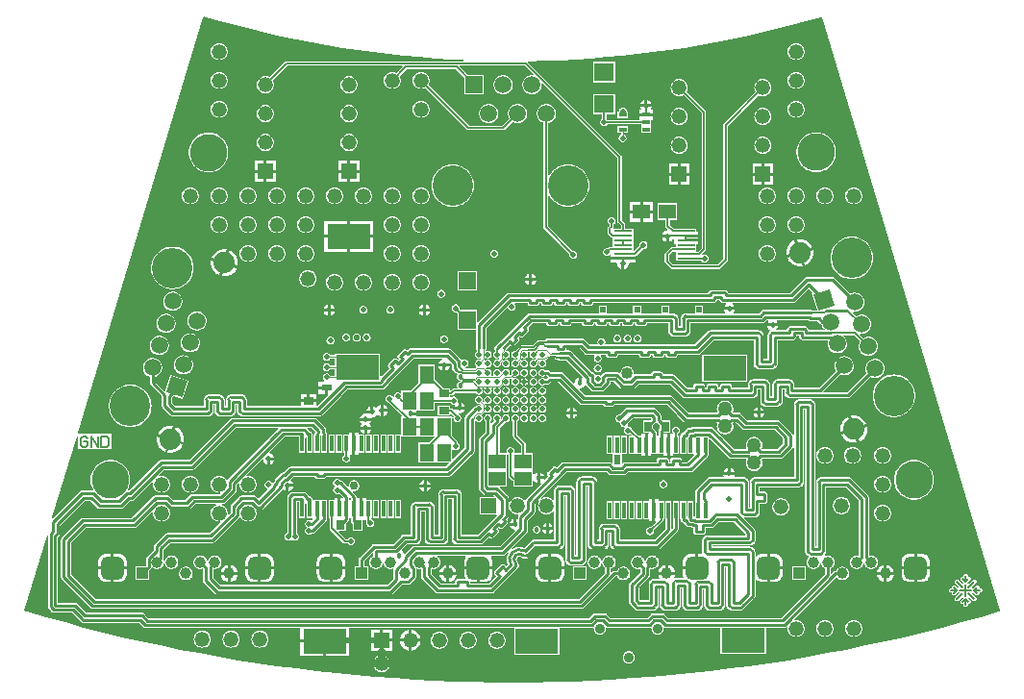
<source format=gtl>
%FSLAX25Y25*%
%MOIN*%
G70*
G01*
G75*
G04 Layer_Physical_Order=1*
G04 Layer_Color=255*
%ADD10C,0.01155*%
%ADD11C,0.01150*%
%ADD12R,0.07087X0.06299*%
%ADD13C,0.02000*%
%ADD14R,0.01378X0.05512*%
%ADD15R,0.15000X0.08500*%
%ADD16R,0.02756X0.01575*%
%ADD17R,0.03543X0.02756*%
%ADD18R,0.06496X0.00984*%
%ADD19R,0.06496X0.00984*%
%ADD20R,0.06000X0.06000*%
%ADD21R,0.02756X0.03543*%
%ADD22R,0.05000X0.06000*%
%ADD23R,0.06000X0.05000*%
%ADD24C,0.02500*%
%ADD25C,0.00448*%
%ADD26C,0.00403*%
%ADD27C,0.00500*%
%ADD28C,0.00807*%
%ADD29C,0.00500*%
%ADD30C,0.00669*%
%ADD31C,0.00800*%
%ADD32C,0.00400*%
%ADD33C,0.02000*%
%ADD34C,0.00600*%
%ADD35R,0.05906X0.05906*%
%ADD36C,0.05906*%
%ADD37C,0.14000*%
%ADD38C,0.07400*%
%ADD39P,0.08352X4X152.0*%
%ADD40P,0.08352X4X298.0*%
%ADD41C,0.05000*%
%ADD42R,0.02362X0.03740*%
%ADD43C,0.03000*%
%ADD44C,0.04000*%
%ADD45P,0.02165X8X22.5*%
%ADD46R,0.03740X0.02362*%
%ADD47C,0.05200*%
%ADD48R,0.05200X0.05200*%
%ADD49R,0.03937X0.03937*%
%ADD50C,0.03937*%
G04:AMPARAMS|DCode=51|XSize=78.74mil|YSize=78.74mil|CornerRadius=19.69mil|HoleSize=0mil|Usage=FLASHONLY|Rotation=0.000|XOffset=0mil|YOffset=0mil|HoleType=Round|Shape=RoundedRectangle|*
%AMROUNDEDRECTD51*
21,1,0.07874,0.03937,0,0,0.0*
21,1,0.03937,0.07874,0,0,0.0*
1,1,0.03937,0.01969,-0.01969*
1,1,0.03937,-0.01969,-0.01969*
1,1,0.03937,-0.01969,0.01969*
1,1,0.03937,0.01969,0.01969*
%
%ADD51ROUNDEDRECTD51*%
%ADD52C,0.03500*%
%ADD53R,0.05200X0.05200*%
%ADD54R,0.02000X0.02000*%
%ADD55C,0.13000*%
%ADD56C,0.01800*%
G36*
X224174Y160377D02*
X224173D01*
X224207Y160038D01*
X224306Y159712D01*
X224466Y159412D01*
X224682Y159148D01*
X224946Y158932D01*
X225246Y158772D01*
X225572Y158673D01*
X225912Y158639D01*
Y158639D01*
X234228D01*
X234477Y158672D01*
X234477D01*
X234477Y158672D01*
X234477Y158672D01*
X234708Y158768D01*
X234907Y158921D01*
X237078Y161091D01*
X237176Y160993D01*
X237375Y160840D01*
X237607Y160744D01*
X237856Y160711D01*
X238104Y160744D01*
X238336Y160840D01*
X238535Y160993D01*
X240168Y162626D01*
X240168Y162626D01*
X240321Y162825D01*
X240417Y163056D01*
X240449Y163305D01*
X240417Y163554D01*
X240321Y163785D01*
X240168Y163984D01*
Y164011D01*
X240357Y164294D01*
X240442Y164259D01*
X240442Y164259D01*
X240442Y164259D01*
X240443D01*
Y164259D01*
X240641Y164106D01*
X240873Y164010D01*
X241122Y163978D01*
X241370Y164010D01*
X241602Y164106D01*
X241801Y164259D01*
X243434Y165892D01*
X243587Y166091D01*
X243683Y166323D01*
X243716Y166571D01*
D01*
Y166571D01*
X243716D01*
D01*
Y166571D01*
X243716D01*
Y166571D01*
X243716Y166571D01*
X243716Y166571D01*
D01*
D01*
D01*
D01*
X243683Y166820D01*
X243651Y166897D01*
X243651Y166897D01*
X243587Y167052D01*
Y167052D01*
X243587Y167052D01*
X243434Y167251D01*
X243336Y167349D01*
X243763Y167776D01*
X243915Y167975D01*
X244011Y168207D01*
X244044Y168455D01*
Y170511D01*
X244058Y170517D01*
X244391Y170610D01*
X244614Y170246D01*
X244918Y169890D01*
X245274Y169586D01*
X245673Y169341D01*
X246106Y169162D01*
X246561Y169053D01*
X247028Y169016D01*
X247249Y169033D01*
X247400Y168706D01*
X247365Y168672D01*
X247212Y168473D01*
X247116Y168241D01*
X247083Y167992D01*
Y167598D01*
X246794Y167383D01*
X246628Y167434D01*
Y165600D01*
X246128D01*
Y165100D01*
X244294D01*
X244364Y164869D01*
X244541Y164539D01*
X244778Y164250D01*
X245067Y164013D01*
X245397Y163836D01*
X245756Y163727D01*
X246013Y163702D01*
X246134Y163363D01*
X240931Y158160D01*
X211266D01*
X211018Y158127D01*
X210786Y158031D01*
X210587Y157879D01*
X208126Y155418D01*
X207770Y155471D01*
X207615Y155761D01*
X207378Y156050D01*
X207089Y156287D01*
X206824Y156429D01*
X206771Y156785D01*
X208626Y158639D01*
X211783D01*
Y158639D01*
X212122Y158673D01*
X212448Y158772D01*
X212749Y158932D01*
X213012Y159148D01*
X213228Y159412D01*
X213389Y159712D01*
X213488Y160038D01*
X213521Y160377D01*
X213521D01*
Y169879D01*
X214754D01*
Y160377D01*
X214754D01*
X214788Y160038D01*
X214886Y159712D01*
X215047Y159412D01*
X215263Y159148D01*
X215527Y158932D01*
X215827Y158772D01*
X216153Y158673D01*
X216492Y158639D01*
Y158639D01*
X221202D01*
Y158639D01*
X221541Y158673D01*
X221867Y158772D01*
X222168Y158932D01*
X222431Y159148D01*
X222647Y159412D01*
X222808Y159712D01*
X222907Y160038D01*
X222940Y160377D01*
X222940D01*
Y174302D01*
X224174D01*
Y160377D01*
D02*
G37*
G36*
X349232Y246067D02*
X349145Y245718D01*
X349029Y245683D01*
X350758Y240029D01*
X350543Y239740D01*
X349313D01*
X349252Y239787D01*
X349021Y239883D01*
X348772Y239915D01*
X332384D01*
X332135Y239883D01*
X332067Y239855D01*
X331904Y239787D01*
X331705Y239634D01*
X330786Y238715D01*
X322053D01*
X321778Y239050D01*
X322015Y239339D01*
X322192Y239669D01*
X322262Y239900D01*
X318594D01*
X318664Y239669D01*
X318841Y239339D01*
X319078Y239050D01*
X318803Y238715D01*
X311309D01*
Y241375D01*
X308559D01*
Y238715D01*
X305223D01*
Y238716D01*
X304884Y238682D01*
X304558Y238583D01*
X304257Y238423D01*
X303994Y238207D01*
X303778Y237943D01*
X303617Y237643D01*
X303518Y237316D01*
X303485Y236977D01*
X303485D01*
Y234215D01*
X302752D01*
Y236977D01*
X302752D01*
X302718Y237316D01*
X302620Y237643D01*
X302459Y237943D01*
X302243Y238207D01*
X301979Y238423D01*
X301679Y238583D01*
X301353Y238682D01*
X301014Y238716D01*
Y238715D01*
X299497D01*
Y241375D01*
X296747D01*
Y238715D01*
X289809D01*
Y241375D01*
X287059D01*
Y238715D01*
X277997D01*
Y241375D01*
X275247D01*
Y238715D01*
X251084D01*
X250835Y238683D01*
X250604Y238587D01*
X250405Y238434D01*
X239199Y227228D01*
X239047Y227029D01*
X238950Y226798D01*
X238918Y226549D01*
X238950Y226301D01*
X239047Y226069D01*
X239199Y225870D01*
D01*
X239199Y225870D01*
X239125Y225577D01*
X238919Y225408D01*
X238751Y225202D01*
X238625Y224968D01*
X238548Y224713D01*
X238522Y224449D01*
X238548Y224184D01*
X238625Y223930D01*
X238751Y223695D01*
X238919Y223490D01*
X239125Y223321D01*
X239359Y223196D01*
X239614Y223118D01*
X239878Y223092D01*
X240143Y223118D01*
X240398Y223196D01*
X240508Y223255D01*
X240722Y222966D01*
X240330Y222573D01*
X240143Y222630D01*
X239878Y222656D01*
X239614Y222630D01*
X239359Y222552D01*
X239125Y222427D01*
X238919Y222258D01*
X238751Y222053D01*
X238625Y221818D01*
X238548Y221564D01*
X238522Y221299D01*
X238548Y221035D01*
X238625Y220780D01*
X238751Y220546D01*
X238919Y220340D01*
X239125Y220171D01*
X239359Y220046D01*
X239614Y219969D01*
X239878Y219943D01*
X240143Y219969D01*
X240398Y220046D01*
X240632Y220171D01*
X240838Y220340D01*
X241006Y220546D01*
X241132Y220780D01*
X241209Y221035D01*
X241235Y221299D01*
X241209Y221564D01*
X241152Y221751D01*
X241545Y222143D01*
X241834Y221929D01*
X241775Y221818D01*
X241698Y221564D01*
X241671Y221299D01*
X241698Y221035D01*
X241775Y220780D01*
X241900Y220546D01*
X242069Y220340D01*
X242274Y220171D01*
X242509Y220046D01*
X242763Y219969D01*
X243028Y219943D01*
X243293Y219969D01*
X243547Y220046D01*
X243782Y220171D01*
X243987Y220340D01*
X244156Y220546D01*
X244281Y220780D01*
X244358Y221035D01*
X244385Y221299D01*
X244358Y221564D01*
X244281Y221818D01*
X244156Y222053D01*
X243987Y222258D01*
X243782Y222427D01*
X243547Y222552D01*
X243293Y222630D01*
X243028Y222656D01*
X242763Y222630D01*
X242509Y222552D01*
X242274Y222427D01*
X242247Y222405D01*
X241958Y222619D01*
X241962Y222630D01*
X241991Y222700D01*
X242011Y222851D01*
Y223000D01*
X242191Y223219D01*
X242320Y223296D01*
X242509Y223196D01*
X242763Y223118D01*
X243028Y223092D01*
X243293Y223118D01*
X243547Y223196D01*
X243782Y223321D01*
X243987Y223490D01*
X244156Y223695D01*
X244281Y223930D01*
X244358Y224184D01*
X244385Y224449D01*
X244358Y224713D01*
X244281Y224968D01*
X244156Y225202D01*
X243987Y225408D01*
X243782Y225577D01*
X243547Y225702D01*
X243293Y225779D01*
X243141Y225794D01*
X243020Y226133D01*
X244379Y227492D01*
X244407Y227465D01*
X244606Y227312D01*
X244837Y227216D01*
X245086Y227183D01*
X245086D01*
D01*
X245335Y227216D01*
X245566Y227312D01*
X245566Y227312D01*
X245566Y227312D01*
X245765Y227465D01*
X245765Y227465D01*
X247398Y229098D01*
X247551Y229297D01*
X247647Y229528D01*
X247680Y229777D01*
X247647Y230026D01*
X247551Y230257D01*
X247398Y230456D01*
X247398Y230456D01*
X247398Y230456D01*
X247438Y230551D01*
D01*
X247786Y230644D01*
X247872Y230578D01*
X248104Y230482D01*
X248352Y230449D01*
D01*
X248352D01*
X248601Y230482D01*
X248833Y230578D01*
X248833Y230578D01*
X248833Y230578D01*
X249032Y230731D01*
X249032Y230731D01*
X250665Y232364D01*
X250817Y232563D01*
X250913Y232795D01*
X250946Y233043D01*
X250913Y233292D01*
X250817Y233524D01*
X250665Y233722D01*
X250665Y233722D01*
X250665Y233722D01*
X250704Y233818D01*
X252126Y235239D01*
X256884D01*
Y235200D01*
X256916Y234951D01*
X257013Y234720D01*
X257165Y234521D01*
X257364Y234368D01*
X257596Y234272D01*
X257844Y234239D01*
X260154D01*
X260403Y234272D01*
X260634Y234368D01*
X260833Y234521D01*
X260986Y234720D01*
X261082Y234951D01*
X261115Y235200D01*
X261115Y235200D01*
Y235200D01*
X261193Y235239D01*
X261464D01*
X261503Y235200D01*
X261503Y235200D01*
D01*
X261536Y234951D01*
X261632Y234720D01*
X261784Y234521D01*
X261983Y234368D01*
X262215Y234272D01*
X262464Y234239D01*
X264773D01*
X265022Y234272D01*
X265253Y234368D01*
X265453Y234521D01*
X265605Y234720D01*
X265701Y234951D01*
X265734Y235200D01*
Y235239D01*
X269232D01*
Y235200D01*
X269265Y234951D01*
X269360Y234720D01*
X269513Y234521D01*
X269712Y234368D01*
X269944Y234272D01*
X270192Y234239D01*
X272502D01*
X272751Y234272D01*
X272982Y234368D01*
X273181Y234521D01*
X273334Y234720D01*
X273430Y234951D01*
X273463Y235200D01*
Y235239D01*
X273851D01*
Y235200D01*
X273884Y234951D01*
X273980Y234720D01*
X274132Y234521D01*
X274331Y234368D01*
X274563Y234272D01*
X274812Y234239D01*
X277121D01*
X277370Y234272D01*
X277602Y234368D01*
X277800Y234521D01*
X277953Y234720D01*
X278049Y234951D01*
X278082Y235200D01*
X278082Y235200D01*
Y235200D01*
X278161Y235239D01*
X278431D01*
X278470Y235200D01*
X278470Y235200D01*
D01*
X278503Y234951D01*
X278599Y234720D01*
X278751Y234521D01*
X278951Y234368D01*
X279182Y234272D01*
X279431Y234239D01*
X281740D01*
X281989Y234272D01*
X282221Y234368D01*
X282420Y234521D01*
X282572Y234720D01*
X282668Y234951D01*
X282701Y235200D01*
Y235239D01*
X283050D01*
X283089Y235200D01*
X283089Y235200D01*
D01*
X283122Y234951D01*
X283218Y234720D01*
X283371Y234521D01*
X283570Y234368D01*
X283801Y234272D01*
X284050Y234239D01*
X286360D01*
X286608Y234272D01*
X286840Y234368D01*
X287039Y234521D01*
X287192Y234720D01*
X287287Y234951D01*
X287320Y235200D01*
Y235239D01*
X287709D01*
Y235200D01*
X287741Y234951D01*
X287837Y234720D01*
X287990Y234521D01*
X288189Y234368D01*
X288421Y234272D01*
X288669Y234239D01*
X290979D01*
X291227Y234272D01*
X291459Y234368D01*
X291658Y234521D01*
X291811Y234720D01*
X291907Y234951D01*
X291939Y235200D01*
X291939Y235200D01*
Y235200D01*
X292018Y235239D01*
X299276D01*
Y232477D01*
X299275D01*
X299309Y232138D01*
X299408Y231812D01*
X299568Y231512D01*
X299784Y231248D01*
X300048Y231032D01*
X300348Y230872D01*
X300675Y230773D01*
X301014Y230739D01*
Y230739D01*
X305223D01*
Y230739D01*
X305562Y230773D01*
X305888Y230872D01*
X306189Y231032D01*
X306452Y231248D01*
X306668Y231512D01*
X306829Y231812D01*
X306928Y232138D01*
X306961Y232477D01*
X306961D01*
Y235239D01*
X331828D01*
X332077Y235272D01*
X332308Y235368D01*
X332507Y235521D01*
X333426Y236439D01*
X334018D01*
X334139Y236100D01*
X334078Y236050D01*
X333841Y235761D01*
X333664Y235431D01*
X333594Y235200D01*
X337262D01*
X337192Y235431D01*
X337015Y235761D01*
X336778Y236050D01*
X336717Y236100D01*
X336838Y236439D01*
X347730D01*
X347949Y236221D01*
X348148Y236068D01*
X348311Y236000D01*
X348379Y235972D01*
X348628Y235939D01*
X351030D01*
X351826Y235143D01*
X352025Y234991D01*
X352257Y234895D01*
X352325Y234886D01*
X352334Y234848D01*
X352489Y234440D01*
X352695Y234056D01*
X352950Y233701D01*
X353249Y233384D01*
X353470Y233203D01*
X353349Y232864D01*
X352024D01*
X348058Y232864D01*
X347973Y232949D01*
X347941Y233198D01*
X347845Y233430D01*
X347692Y233629D01*
X347238Y234083D01*
X347039Y234236D01*
X346807Y234332D01*
X346558Y234364D01*
X341710D01*
X341461Y234332D01*
X341230Y234236D01*
X341031Y234083D01*
X340576Y233629D01*
X340423Y233430D01*
X340328Y233198D01*
X340295Y232949D01*
X340210Y232864D01*
X336720Y232864D01*
X336599Y233203D01*
X336778Y233350D01*
X337015Y233639D01*
X337192Y233969D01*
X337262Y234200D01*
X333594D01*
X333664Y233969D01*
X333841Y233639D01*
X334078Y233350D01*
X334367Y233113D01*
X334558Y233011D01*
Y232651D01*
X334410Y232572D01*
X334147Y232356D01*
X333931Y232093D01*
X333771Y231792D01*
X333672Y231467D01*
X333639Y231128D01*
X333639D01*
Y222864D01*
X332405D01*
Y231128D01*
X332405D01*
X332372Y231467D01*
X332273Y231792D01*
X332113Y232093D01*
X331897Y232356D01*
X331634Y232572D01*
X331333Y232732D01*
X331008Y232831D01*
X330669Y232864D01*
Y232864D01*
X330669Y232864D01*
X313832Y232864D01*
X313583Y232832D01*
X313351Y232736D01*
X313152Y232583D01*
X308404Y227835D01*
X277493D01*
X277409Y227904D01*
X277265Y228144D01*
X277348Y228298D01*
X277426Y228557D01*
X277453Y228827D01*
X277426Y229096D01*
X277348Y229356D01*
X277220Y229594D01*
X277048Y229804D01*
X276839Y229976D01*
X276600Y230103D01*
X276341Y230182D01*
X276071Y230208D01*
X275802Y230182D01*
X275542Y230103D01*
X275304Y229976D01*
X275094Y229804D01*
X274922Y229594D01*
X274795Y229356D01*
X274716Y229096D01*
X274690Y228827D01*
X274716Y228557D01*
X274795Y228298D01*
X274877Y228144D01*
X274734Y227904D01*
X274649Y227835D01*
X272052D01*
X270152Y229734D01*
X269953Y229887D01*
X269722Y229983D01*
X269473Y230015D01*
X257328D01*
X257079Y229983D01*
X256848Y229887D01*
X256649Y229734D01*
X256496Y229535D01*
X256453Y229430D01*
X254318D01*
X254155Y229409D01*
X254003Y229346D01*
X253872Y229246D01*
X252257Y227630D01*
X248729D01*
X248566Y227609D01*
X248503Y227583D01*
X248414Y227546D01*
X248405Y227539D01*
X248308D01*
X248145Y227518D01*
X248082Y227492D01*
X247993Y227455D01*
X247863Y227355D01*
X246422Y225914D01*
X246327Y225791D01*
X246178Y225805D01*
X245913Y225779D01*
X245658Y225702D01*
X245424Y225577D01*
X245218Y225408D01*
X245050Y225202D01*
X244924Y224968D01*
X244847Y224713D01*
X244821Y224449D01*
X244847Y224184D01*
X244924Y223930D01*
X245050Y223695D01*
X245218Y223490D01*
X245424Y223321D01*
X245658Y223196D01*
X245913Y223118D01*
X246178Y223092D01*
X246442Y223118D01*
X246697Y223196D01*
X246807Y223255D01*
X247022Y222966D01*
X246629Y222573D01*
X246442Y222630D01*
X246178Y222656D01*
X245913Y222630D01*
X245658Y222552D01*
X245424Y222427D01*
X245218Y222258D01*
X245050Y222053D01*
X244924Y221818D01*
X244847Y221564D01*
X244821Y221299D01*
X244847Y221035D01*
X244924Y220780D01*
X245050Y220546D01*
X245218Y220340D01*
X245424Y220171D01*
X245658Y220046D01*
X245913Y219969D01*
X246178Y219943D01*
X246442Y219969D01*
X246697Y220046D01*
X246931Y220171D01*
X247137Y220340D01*
X247305Y220546D01*
X247431Y220780D01*
X247508Y221035D01*
X247534Y221299D01*
X247508Y221564D01*
X247451Y221751D01*
X247844Y222143D01*
X248133Y221929D01*
X248074Y221818D01*
X247997Y221564D01*
X247971Y221299D01*
X247997Y221035D01*
X248074Y220780D01*
X248199Y220546D01*
X248368Y220340D01*
X248573Y220171D01*
X248808Y220046D01*
X249063Y219969D01*
X249327Y219943D01*
X249592Y219969D01*
X249846Y220046D01*
X250081Y220171D01*
X250286Y220340D01*
X250455Y220546D01*
X250581Y220780D01*
X250658Y221035D01*
X250684Y221299D01*
X250658Y221564D01*
X250581Y221818D01*
X250455Y222053D01*
X250286Y222258D01*
X250081Y222427D01*
X249846Y222552D01*
X249592Y222630D01*
X249327Y222656D01*
X249063Y222630D01*
X248808Y222552D01*
X248574Y222427D01*
X248279Y222607D01*
X248279Y222607D01*
X248308Y222677D01*
X248337Y222747D01*
X248357Y222897D01*
Y223057D01*
X248404Y223115D01*
X248666Y223271D01*
X248808Y223196D01*
X249063Y223118D01*
X249327Y223092D01*
X249592Y223118D01*
X249846Y223196D01*
X250081Y223321D01*
X250286Y223490D01*
X250455Y223695D01*
X250581Y223930D01*
X250658Y224184D01*
X250684Y224449D01*
X250658Y224713D01*
X250581Y224968D01*
X250477Y225161D01*
X250662Y225470D01*
X251023D01*
X251256Y225279D01*
X251327Y225161D01*
X251223Y224968D01*
X251146Y224713D01*
X251120Y224449D01*
X251146Y224184D01*
X251223Y223930D01*
X251349Y223695D01*
X251518Y223490D01*
X251723Y223321D01*
X251958Y223196D01*
X252212Y223118D01*
X252477Y223092D01*
X252741Y223118D01*
X252996Y223196D01*
X253106Y223255D01*
X253321Y222966D01*
X252928Y222573D01*
X252741Y222630D01*
X252477Y222656D01*
X252212Y222630D01*
X251958Y222552D01*
X251723Y222427D01*
X251518Y222258D01*
X251349Y222053D01*
X251223Y221818D01*
X251146Y221564D01*
X251120Y221299D01*
X251146Y221035D01*
X251223Y220780D01*
X251349Y220546D01*
X251518Y220340D01*
X251723Y220171D01*
X251958Y220046D01*
X252212Y219969D01*
X252477Y219943D01*
X252741Y219969D01*
X252996Y220046D01*
X253231Y220171D01*
X253436Y220340D01*
X253605Y220546D01*
X253730Y220780D01*
X253807Y221035D01*
X253833Y221299D01*
X253807Y221564D01*
X253751Y221751D01*
X254143Y222143D01*
X254432Y221929D01*
X254373Y221818D01*
X254296Y221564D01*
X254270Y221299D01*
X254296Y221035D01*
X254373Y220780D01*
X254499Y220546D01*
X254667Y220340D01*
X254873Y220171D01*
X255107Y220046D01*
X255362Y219969D01*
X255626Y219943D01*
X255891Y219969D01*
X256146Y220046D01*
X256380Y220171D01*
X256586Y220340D01*
X256754Y220546D01*
X256880Y220780D01*
X256957Y221035D01*
X256983Y221299D01*
X256957Y221564D01*
X256880Y221818D01*
X256754Y222053D01*
X256586Y222258D01*
X256692Y222486D01*
X257425Y223219D01*
X257998D01*
X258065Y223191D01*
X258228Y223170D01*
X259767D01*
X260039Y222897D01*
X260170Y222797D01*
X260259Y222760D01*
X260322Y222734D01*
X260485Y222712D01*
X260811D01*
X260849Y222663D01*
X261048Y222511D01*
X261279Y222415D01*
X261528Y222382D01*
X263881D01*
X269654Y216610D01*
X269439Y216321D01*
X269359Y216364D01*
X269128Y216434D01*
Y214600D01*
X268128D01*
Y216434D01*
X267897Y216364D01*
X267567Y216187D01*
X267278Y215950D01*
X267041Y215661D01*
X266864Y215331D01*
X266756Y214972D01*
X266719Y214600D01*
X266725Y214540D01*
X266399Y214386D01*
X262754Y218032D01*
X262555Y218184D01*
X262323Y218280D01*
X262075Y218313D01*
X258495D01*
X257979Y218829D01*
X257780Y218982D01*
X257549Y219077D01*
X257300Y219110D01*
X256584D01*
X256380Y219278D01*
X256146Y219403D01*
X255891Y219480D01*
X255626Y219506D01*
X255362Y219480D01*
X255107Y219403D01*
X254873Y219278D01*
X254667Y219109D01*
X254499Y218903D01*
X254373Y218669D01*
X254296Y218414D01*
X254270Y218150D01*
X254296Y217885D01*
X254373Y217631D01*
X254499Y217396D01*
X254667Y217190D01*
X254873Y217022D01*
X255107Y216896D01*
X255362Y216819D01*
X255626Y216793D01*
X255891Y216819D01*
X256146Y216896D01*
X256380Y217022D01*
X256584Y217189D01*
X256902D01*
X257418Y216673D01*
Y216477D01*
X256902Y215961D01*
X256584D01*
X256380Y216128D01*
X256146Y216253D01*
X255891Y216331D01*
X255626Y216356D01*
X255362Y216331D01*
X255107Y216253D01*
X254873Y216128D01*
X254667Y215959D01*
X254499Y215754D01*
X254373Y215519D01*
X254296Y215265D01*
X254270Y215000D01*
X254296Y214735D01*
X254373Y214481D01*
X254499Y214246D01*
X254667Y214041D01*
X254873Y213872D01*
X255107Y213747D01*
X255362Y213669D01*
X255626Y213644D01*
X255891Y213669D01*
X256146Y213747D01*
X256380Y213872D01*
X256584Y214039D01*
X257300D01*
X257549Y214072D01*
X257780Y214168D01*
X257979Y214321D01*
X258495Y214837D01*
X261033D01*
X268704Y207166D01*
X268902Y207013D01*
X269134Y206917D01*
X269383Y206885D01*
X276652D01*
X276660Y206865D01*
X276813Y206666D01*
X277012Y206513D01*
X277244Y206417D01*
X277492Y206385D01*
X279802D01*
X280051Y206417D01*
X280282Y206513D01*
X280481Y206666D01*
X280634Y206865D01*
X280642Y206885D01*
X298785D01*
X302249Y203421D01*
X302249D01*
Y203421D01*
D01*
D01*
Y203421D01*
X302249Y203421D01*
X302249Y203421D01*
D01*
D01*
X302249Y203421D01*
Y203421D01*
X302249Y203421D01*
X304526Y201143D01*
X304725Y200991D01*
X304957Y200895D01*
X305205Y200862D01*
X316015D01*
X316215Y200563D01*
X316185Y200491D01*
X316080Y200051D01*
X316044Y199600D01*
X316080Y199149D01*
X316185Y198709D01*
X316358Y198291D01*
X316595Y197905D01*
X316889Y197561D01*
X317233Y197267D01*
X317619Y197030D01*
X318037Y196857D01*
X318477Y196752D01*
X318928Y196716D01*
X319379Y196752D01*
X319819Y196857D01*
X320237Y197030D01*
X320623Y197267D01*
X320967Y197561D01*
X321261Y197905D01*
X321498Y198291D01*
X321671Y198709D01*
X321776Y199149D01*
X321812Y199600D01*
X321776Y200051D01*
X321671Y200491D01*
X321641Y200563D01*
X321841Y200862D01*
X322630D01*
X324971Y198521D01*
X325170Y198368D01*
X325334Y198300D01*
X325402Y198272D01*
X325651Y198239D01*
X336086D01*
X339067Y195258D01*
Y193625D01*
X337130Y191688D01*
X331920D01*
X331720Y191987D01*
X331771Y192109D01*
X331876Y192549D01*
X331912Y193000D01*
X331876Y193451D01*
X331771Y193891D01*
X331598Y194309D01*
X331361Y194695D01*
X331067Y195039D01*
X330723Y195333D01*
X330337Y195570D01*
X329919Y195743D01*
X329479Y195848D01*
X329028Y195884D01*
X328577Y195848D01*
X328137Y195743D01*
X327719Y195570D01*
X327333Y195333D01*
X326989Y195039D01*
X326695Y194695D01*
X326458Y194309D01*
X326285Y193891D01*
X326180Y193451D01*
X326144Y193000D01*
X326180Y192549D01*
X326285Y192109D01*
X326336Y191987D01*
X326136Y191688D01*
X321997D01*
X317807Y195879D01*
X317807Y195879D01*
X314643Y199042D01*
X314444Y199195D01*
X314212Y199291D01*
X313964Y199324D01*
X307841D01*
X307593Y199291D01*
X307525Y199263D01*
X307361Y199195D01*
X307162Y199042D01*
X307135Y199015D01*
X306366D01*
X306117Y198983D01*
X305886Y198887D01*
X305687Y198734D01*
X304776Y197823D01*
X304623Y197624D01*
X304556Y197461D01*
X304451D01*
X304202Y197428D01*
X303971Y197332D01*
X303771Y197179D01*
X303619Y196980D01*
X303523Y196749D01*
X303490Y196500D01*
Y196231D01*
X303387D01*
Y189969D01*
X305515D01*
Y195106D01*
X305868Y195176D01*
X305946Y194987D01*
Y189969D01*
X308009D01*
X308147Y189637D01*
X305671Y187161D01*
X304072D01*
Y187700D01*
X304040Y187949D01*
X303943Y188180D01*
X303791Y188379D01*
X303592Y188532D01*
X303360Y188628D01*
X303112Y188661D01*
X300802D01*
X300553Y188628D01*
X300322Y188532D01*
X300123Y188379D01*
X299970Y188180D01*
X299874Y187949D01*
X299841Y187700D01*
Y187161D01*
X299453D01*
Y187700D01*
X299420Y187949D01*
X299324Y188180D01*
X299172Y188379D01*
X298973Y188532D01*
X298741Y188628D01*
X298492Y188661D01*
X296183D01*
X295934Y188628D01*
X295703Y188532D01*
X295503Y188379D01*
X295351Y188180D01*
X295255Y187949D01*
X295222Y187700D01*
Y187161D01*
X284201D01*
X283952Y187128D01*
X283720Y187032D01*
X283521Y186879D01*
X283472Y186829D01*
X283139Y186967D01*
Y189969D01*
X285042D01*
Y196231D01*
X282914D01*
Y190226D01*
X282483D01*
Y196231D01*
X280355D01*
Y190480D01*
X280101Y190226D01*
X280027D01*
Y190226D01*
X280027D01*
X279924Y190328D01*
Y196231D01*
X277796D01*
Y189969D01*
X279772D01*
X279772Y189969D01*
X279772Y189969D01*
X279924Y189969D01*
Y189969D01*
X279924D01*
X280027Y189867D01*
Y186967D01*
X279694Y186829D01*
X279645Y186879D01*
X279446Y187032D01*
X279214Y187128D01*
X278965Y187161D01*
X263028D01*
X262779Y187128D01*
X262548Y187032D01*
X262349Y186879D01*
X260678Y185208D01*
X260508Y185378D01*
X260310Y185530D01*
X260078Y185626D01*
X259829Y185659D01*
X259580Y185626D01*
X259349Y185530D01*
X259150Y185378D01*
X257517Y183744D01*
X257364Y183545D01*
X257268Y183314D01*
X257235Y183065D01*
X257268Y182817D01*
X257364Y182585D01*
X257517Y182386D01*
X257686Y182217D01*
X256421Y180952D01*
X256112Y181137D01*
X256162Y181300D01*
X254828D01*
Y179966D01*
X254991Y180016D01*
X255176Y179707D01*
X249761Y174291D01*
X249608Y174092D01*
X249591Y174052D01*
X249236Y173996D01*
X249138Y174110D01*
X248782Y174414D01*
X248383Y174659D01*
X247950Y174838D01*
X247495Y174948D01*
X247028Y174984D01*
X246561Y174948D01*
X246106Y174838D01*
X245673Y174659D01*
X245274Y174414D01*
X244918Y174110D01*
X244614Y173754D01*
X244391Y173390D01*
X244058Y173484D01*
X244044Y173489D01*
Y174690D01*
X244011Y174939D01*
X243915Y175171D01*
X243763Y175370D01*
X240840Y178292D01*
X240978Y178625D01*
X243403D01*
Y184375D01*
D01*
Y184375D01*
X243403Y184375D01*
Y184625D01*
X243403D01*
Y189724D01*
X243514Y189776D01*
X243818Y189584D01*
Y182400D01*
X243818Y182400D01*
X243818D01*
X243845Y182198D01*
X243923Y182009D01*
X244047Y181847D01*
X244947Y180947D01*
X244947D01*
X244947Y180947D01*
X244947Y180947D01*
Y180947D01*
X245109Y180823D01*
X245298Y180745D01*
X245500Y180718D01*
X245653D01*
Y178625D01*
X252403D01*
Y180559D01*
X252728Y180733D01*
X252742Y180738D01*
X252978Y180450D01*
X253267Y180213D01*
X253597Y180036D01*
X253828Y179966D01*
Y181800D01*
Y183634D01*
X253597Y183564D01*
X253267Y183387D01*
X252978Y183150D01*
X252742Y182862D01*
X252728Y182867D01*
X252403Y183041D01*
Y184375D01*
D01*
Y184375D01*
X252403Y184375D01*
Y184625D01*
X252403D01*
Y190375D01*
X249810D01*
Y193300D01*
X249783Y193502D01*
X249705Y193691D01*
X249581Y193853D01*
X246959Y196474D01*
Y201297D01*
X247137Y201442D01*
X247305Y201648D01*
X247431Y201883D01*
X247508Y202137D01*
X247534Y202402D01*
X247508Y202666D01*
X247431Y202921D01*
X247305Y203155D01*
X247137Y203361D01*
X246931Y203530D01*
X246697Y203655D01*
X246442Y203732D01*
X246178Y203758D01*
X245913Y203732D01*
X245658Y203655D01*
X245424Y203530D01*
X245218Y203361D01*
X245050Y203155D01*
X244924Y202921D01*
X244847Y202666D01*
X244821Y202402D01*
X244847Y202137D01*
X244924Y201883D01*
X245050Y201648D01*
X245218Y201442D01*
X245396Y201297D01*
Y196150D01*
X245396Y196150D01*
X245396D01*
X245423Y195948D01*
X245501Y195760D01*
X245625Y195598D01*
X248246Y192976D01*
Y190375D01*
X246077D01*
X245863Y190664D01*
X245883Y190730D01*
X245910Y191000D01*
X245883Y191270D01*
X245805Y191529D01*
X245677Y191768D01*
X245505Y191977D01*
X245296Y192149D01*
X245057Y192277D01*
X244798Y192355D01*
X244528Y192382D01*
X244258Y192355D01*
X243999Y192277D01*
X243760Y192149D01*
X243551Y191977D01*
X243379Y191768D01*
X243251Y191529D01*
X243173Y191270D01*
X243146Y191000D01*
X243173Y190730D01*
X243193Y190664D01*
X242979Y190375D01*
X240810D01*
Y199078D01*
X242799Y201068D01*
X243028Y201045D01*
X243293Y201071D01*
X243547Y201148D01*
X243782Y201274D01*
X243987Y201442D01*
X244156Y201648D01*
X244281Y201883D01*
X244358Y202137D01*
X244385Y202402D01*
X244358Y202666D01*
X244281Y202921D01*
X244156Y203155D01*
X243987Y203361D01*
X243782Y203530D01*
X243547Y203655D01*
X243293Y203732D01*
X243028Y203758D01*
X242763Y203732D01*
X242509Y203655D01*
X242274Y203530D01*
X242069Y203361D01*
X241900Y203155D01*
X241775Y202921D01*
X241698Y202666D01*
X241671Y202402D01*
X241682Y202295D01*
X241388Y202088D01*
X241212Y202171D01*
X241235Y202402D01*
X241209Y202666D01*
X241132Y202921D01*
X241006Y203155D01*
X240838Y203361D01*
X240632Y203530D01*
X240398Y203655D01*
X240143Y203732D01*
X239878Y203758D01*
X239614Y203732D01*
X239359Y203655D01*
X239125Y203530D01*
X238919Y203361D01*
X238751Y203155D01*
X238625Y202921D01*
X238548Y202666D01*
X238522Y202402D01*
X238548Y202137D01*
X238625Y201883D01*
X238751Y201648D01*
X238864Y201509D01*
X238022Y200667D01*
X237894Y200720D01*
X237689Y200877D01*
Y201444D01*
X237857Y201648D01*
X237982Y201883D01*
X238059Y202137D01*
X238085Y202402D01*
X238059Y202666D01*
X237982Y202921D01*
X237857Y203155D01*
X237688Y203361D01*
X237483Y203530D01*
X237248Y203655D01*
X236993Y203732D01*
X236729Y203758D01*
X236464Y203732D01*
X236210Y203655D01*
X235975Y203530D01*
X235770Y203361D01*
X235601Y203155D01*
X235475Y202921D01*
X235398Y202666D01*
X235372Y202402D01*
X235398Y202137D01*
X235475Y201883D01*
X235601Y201648D01*
X235768Y201444D01*
Y197639D01*
X233808Y195679D01*
X233656Y195480D01*
X233560Y195249D01*
X233527Y195000D01*
Y177995D01*
X233527Y177995D01*
X233527D01*
X233560Y177746D01*
X233656Y177514D01*
X233808Y177315D01*
X235310Y175813D01*
X235509Y175661D01*
X235673Y175593D01*
X235741Y175565D01*
X235989Y175532D01*
X238678D01*
X238878Y175233D01*
X238771Y174975D01*
X234053D01*
Y169025D01*
X239625D01*
X239763Y168692D01*
X233186Y162115D01*
X227650D01*
Y176040D01*
X227650D01*
X227616Y176379D01*
X227518Y176705D01*
X227357Y177006D01*
X227141Y177269D01*
X226877Y177485D01*
X226577Y177646D01*
X226251Y177745D01*
X225912Y177778D01*
Y177778D01*
X221202D01*
Y177778D01*
X220863Y177745D01*
X220537Y177646D01*
X220236Y177485D01*
X219973Y177269D01*
X219757Y177006D01*
X219596Y176705D01*
X219497Y176379D01*
X219464Y176040D01*
X219464D01*
Y162115D01*
X218230D01*
Y171617D01*
X218231D01*
X218197Y171957D01*
X218098Y172283D01*
X217938Y172583D01*
X217722Y172847D01*
X217458Y173063D01*
X217158Y173223D01*
X216831Y173322D01*
X216492Y173356D01*
Y173355D01*
X211783D01*
Y173356D01*
X211444Y173322D01*
X211118Y173223D01*
X210817Y173063D01*
X210554Y172847D01*
X210338Y172583D01*
X210177Y172283D01*
X210078Y171957D01*
X210045Y171617D01*
X210045D01*
Y162115D01*
X207584D01*
X207335Y162083D01*
X207267Y162055D01*
X207104Y161987D01*
X206905Y161834D01*
X206449Y161379D01*
X206449Y161379D01*
X203823Y158753D01*
X197221D01*
X196973Y158720D01*
X196905Y158692D01*
X196741Y158624D01*
X196542Y158471D01*
X196087Y158016D01*
X196087Y158016D01*
X192186Y154115D01*
X192033Y153916D01*
X191937Y153685D01*
X191905Y153436D01*
Y150875D01*
X190522D01*
Y146188D01*
X195209D01*
Y150875D01*
X193826D01*
Y153038D01*
X196572Y155784D01*
X196905Y155647D01*
Y154607D01*
X196798Y154563D01*
X196484Y154370D01*
X196203Y154131D01*
X195963Y153850D01*
X195771Y153536D01*
X195630Y153195D01*
X195543Y152836D01*
X195515Y152469D01*
X195543Y152101D01*
X195630Y151742D01*
X195771Y151401D01*
X195963Y151087D01*
X196203Y150806D01*
X196484Y150567D01*
X196798Y150374D01*
X197139Y150233D01*
X197497Y150147D01*
X197865Y150118D01*
X198233Y150147D01*
X198592Y150233D01*
X198932Y150374D01*
X199247Y150567D01*
X199527Y150806D01*
X199767Y151087D01*
X199960Y151401D01*
X200101Y151742D01*
X200185Y152093D01*
X200545D01*
X200629Y151742D01*
X200771Y151401D01*
X200963Y151087D01*
X201203Y150806D01*
X201483Y150567D01*
X201798Y150374D01*
X202139Y150233D01*
X202498Y150147D01*
X202865Y150118D01*
X203233Y150147D01*
X203592Y150233D01*
X203791Y150316D01*
X204046Y150061D01*
X204016Y149990D01*
X203984Y149741D01*
Y146713D01*
X201931Y144660D01*
X143826D01*
X141489Y146998D01*
Y149896D01*
X141753Y150140D01*
X142040Y150118D01*
X142408Y150147D01*
X142766Y150233D01*
X143107Y150374D01*
X143421Y150567D01*
X143702Y150806D01*
X143942Y151087D01*
X144134Y151401D01*
X144275Y151742D01*
X144362Y152101D01*
X144391Y152469D01*
X144362Y152836D01*
X144275Y153195D01*
X144134Y153536D01*
X143942Y153850D01*
X143702Y154131D01*
X143421Y154370D01*
X143107Y154563D01*
X142766Y154704D01*
X142408Y154790D01*
X142040Y154819D01*
X141672Y154790D01*
X141313Y154704D01*
X140973Y154563D01*
X140658Y154370D01*
X140378Y154131D01*
X140138Y153850D01*
X139945Y153536D01*
X139804Y153195D01*
X139720Y152844D01*
X139360D01*
X139276Y153195D01*
X139134Y153536D01*
X138942Y153850D01*
X138702Y154131D01*
X138421Y154370D01*
X138107Y154563D01*
X137766Y154704D01*
X137408Y154790D01*
X137040Y154819D01*
X136672Y154790D01*
X136313Y154704D01*
X135973Y154563D01*
X135658Y154370D01*
X135378Y154131D01*
X135138Y153850D01*
X134945Y153536D01*
X134804Y153195D01*
X134718Y152836D01*
X134689Y152469D01*
X134718Y152101D01*
X134804Y151742D01*
X134945Y151401D01*
X135138Y151087D01*
X135378Y150806D01*
X135658Y150567D01*
X135973Y150374D01*
X136313Y150233D01*
X136672Y150147D01*
X137040Y150118D01*
X137408Y150147D01*
X137730Y150224D01*
X137789Y150177D01*
X138013Y149638D01*
Y145956D01*
X138013Y145956D01*
X138013D01*
X138045Y145707D01*
X138141Y145476D01*
X138294Y145277D01*
X142105Y141465D01*
X142304Y141313D01*
X142536Y141217D01*
X142785Y141184D01*
X202973D01*
X203221Y141217D01*
X203221D01*
X203221Y141217D01*
X203221Y141217D01*
X203453Y141313D01*
X203652Y141465D01*
X206837Y144650D01*
X209075D01*
X209324Y144683D01*
X209324D01*
X209324Y144683D01*
X209324Y144683D01*
X209555Y144779D01*
X209754Y144931D01*
X211465Y146642D01*
X211618Y146841D01*
X211714Y147073D01*
X211747Y147322D01*
X211747Y147322D01*
X211747Y147322D01*
Y147322D01*
Y150071D01*
X212046Y150271D01*
X212139Y150233D01*
X212497Y150147D01*
X212865Y150118D01*
X213233Y150147D01*
X213345Y150174D01*
X213627Y149951D01*
Y147256D01*
X213627Y147256D01*
X213627D01*
X213660Y147007D01*
X213756Y146776D01*
X213909Y146577D01*
X218519Y141966D01*
X218718Y141813D01*
X218950Y141717D01*
X219199Y141685D01*
X238072D01*
X238321Y141717D01*
X238552Y141813D01*
X238751Y141966D01*
X247004Y150219D01*
X247006Y150220D01*
X247007Y150221D01*
X247223Y150485D01*
X247384Y150785D01*
X247482Y151111D01*
X247516Y151450D01*
X247482Y151789D01*
X247384Y152115D01*
X247223Y152416D01*
X247007Y152679D01*
X247007Y152679D01*
X246987Y152695D01*
X246847Y152877D01*
X246749Y153113D01*
X246715Y153366D01*
X246749Y153619D01*
X246847Y153855D01*
X247002Y154058D01*
X247205Y154213D01*
X247441Y154311D01*
X247694Y154344D01*
X247947Y154311D01*
X248183Y154213D01*
X248365Y154073D01*
X248381Y154053D01*
X248381Y154053D01*
X248381Y154053D01*
X248644Y153837D01*
X248944Y153676D01*
X249271Y153577D01*
X249610Y153544D01*
X249949Y153577D01*
X250275Y153676D01*
X250575Y153837D01*
X250839Y154053D01*
X250839Y154053D01*
X250840Y154054D01*
X250841Y154056D01*
X253625Y156840D01*
X261409D01*
Y156840D01*
X261749Y156873D01*
X262075Y156972D01*
X262375Y157133D01*
X262638Y157349D01*
X262855Y157612D01*
X263015Y157913D01*
X263114Y158239D01*
X263148Y158578D01*
X263147D01*
Y175497D01*
X263536D01*
Y153159D01*
X263536D01*
X263569Y152820D01*
X263668Y152494D01*
X263829Y152193D01*
X264045Y151930D01*
X264308Y151714D01*
X264609Y151553D01*
X264935Y151454D01*
X265274Y151421D01*
Y151421D01*
X269138D01*
Y151421D01*
X269477Y151454D01*
X269803Y151553D01*
X270104Y151714D01*
X270367Y151930D01*
X270583Y152193D01*
X270744Y152494D01*
X270843Y152820D01*
X270876Y153159D01*
X270876D01*
Y178716D01*
X271265D01*
Y158578D01*
X271264D01*
X271298Y158239D01*
X271397Y157913D01*
X271557Y157612D01*
X271774Y157349D01*
X272037Y157133D01*
X272337Y156972D01*
X272663Y156873D01*
X273003Y156840D01*
Y156840D01*
X276867D01*
Y156840D01*
X277206Y156873D01*
X277532Y156972D01*
X277833Y157133D01*
X278096Y157349D01*
X278312Y157612D01*
X278473Y157913D01*
X278572Y158239D01*
X278605Y158578D01*
X278605D01*
Y162354D01*
X278993D01*
Y158578D01*
X278993D01*
X279027Y158239D01*
X279126Y157913D01*
X279286Y157612D01*
X279502Y157349D01*
X279766Y157133D01*
X280066Y156972D01*
X280392Y156873D01*
X280731Y156840D01*
Y156840D01*
X295629Y156840D01*
X295877Y156873D01*
X296109Y156969D01*
X296308Y157121D01*
X302571Y163385D01*
X302724Y163584D01*
X302792Y163748D01*
X302820Y163815D01*
X302853Y164064D01*
Y167331D01*
X302956D01*
Y173593D01*
X300828D01*
Y167331D01*
X300932D01*
Y164462D01*
X300626Y164157D01*
X300294Y164295D01*
Y167331D01*
X300397D01*
Y173593D01*
X298269D01*
Y167331D01*
X298373D01*
Y164102D01*
X294587Y160316D01*
X282724Y160316D01*
X282469Y160571D01*
Y164092D01*
X282470D01*
X282436Y164431D01*
X282337Y164757D01*
X282177Y165058D01*
X281961Y165321D01*
X281697Y165537D01*
X281397Y165698D01*
X281070Y165797D01*
X280731Y165830D01*
Y165830D01*
X276867D01*
Y165830D01*
X276528Y165797D01*
X276202Y165698D01*
X275901Y165537D01*
X275638Y165321D01*
X275422Y165058D01*
X275261Y164757D01*
X275162Y164431D01*
X275129Y164092D01*
X275129D01*
Y160316D01*
X274741D01*
Y180454D01*
X274741D01*
X274707Y180793D01*
X274608Y181119D01*
X274448Y181419D01*
X274232Y181683D01*
X273968Y181899D01*
X273668Y182060D01*
X273342Y182159D01*
X273003Y182192D01*
Y182192D01*
X269138D01*
Y182192D01*
X268799Y182159D01*
X268473Y182060D01*
X268173Y181899D01*
X267909Y181683D01*
X267693Y181419D01*
X267532Y181119D01*
X267433Y180793D01*
X267400Y180454D01*
X267400D01*
Y154897D01*
X267012D01*
Y177235D01*
X267012D01*
X266979Y177575D01*
X266880Y177901D01*
X266719Y178201D01*
X266503Y178465D01*
X266240Y178681D01*
X265939Y178841D01*
X265613Y178940D01*
X265274Y178974D01*
Y178973D01*
X261409D01*
Y178974D01*
X261070Y178940D01*
X260744Y178841D01*
X260444Y178681D01*
X260180Y178465D01*
X259964Y178201D01*
X259804Y177901D01*
X259705Y177575D01*
X259671Y177235D01*
X259671D01*
Y174006D01*
X259334Y173881D01*
X259138Y174110D01*
X258782Y174414D01*
X258383Y174659D01*
X257950Y174838D01*
X257495Y174948D01*
X257028Y174984D01*
X256561Y174948D01*
X256106Y174838D01*
X255673Y174659D01*
X255355Y174464D01*
X255132Y174747D01*
X264070Y183685D01*
X277923D01*
X278684Y182924D01*
X278883Y182771D01*
X279115Y182675D01*
X279363Y182642D01*
X283803D01*
X284051Y182675D01*
X284051D01*
X284051Y182675D01*
X284051Y182675D01*
X284283Y182771D01*
X284482Y182924D01*
X285243Y183685D01*
X307073D01*
X307322Y183717D01*
X307554Y183813D01*
X307752Y183966D01*
X312807Y189021D01*
X312960Y189220D01*
X313028Y189383D01*
X313056Y189451D01*
X313089Y189700D01*
Y189969D01*
X313192D01*
Y195107D01*
X313525Y195245D01*
X320276Y188493D01*
X320475Y188341D01*
X320639Y188273D01*
X320707Y188245D01*
X320955Y188212D01*
X326136D01*
X326336Y187913D01*
X326285Y187791D01*
X326180Y187351D01*
X326144Y186900D01*
X326180Y186449D01*
X326285Y186009D01*
X326458Y185591D01*
X326695Y185205D01*
X326989Y184861D01*
X327333Y184567D01*
X327719Y184330D01*
X328137Y184157D01*
X328577Y184052D01*
X329028Y184016D01*
X329479Y184052D01*
X329919Y184157D01*
X330337Y184330D01*
X330723Y184567D01*
X331067Y184861D01*
X331361Y185205D01*
X331598Y185591D01*
X331771Y186009D01*
X331876Y186449D01*
X331912Y186900D01*
X331876Y187351D01*
X331771Y187791D01*
X331720Y187913D01*
X331920Y188212D01*
X338172D01*
X338421Y188245D01*
X338652Y188341D01*
X338851Y188493D01*
X342262Y191904D01*
X342415Y192103D01*
X342415Y192103D01*
X342530Y192247D01*
D01*
X342832Y192122D01*
Y181961D01*
X341283D01*
X341283Y181961D01*
X329296D01*
Y181961D01*
X328957Y181927D01*
X328631Y181828D01*
X328330Y181668D01*
X328067Y181452D01*
X327851Y181188D01*
X327690Y180888D01*
X327591Y180562D01*
X327558Y180223D01*
X327558D01*
Y171486D01*
X327169D01*
Y180223D01*
X327170D01*
X327136Y180562D01*
X327037Y180888D01*
X326877Y181188D01*
X326660Y181452D01*
X326397Y181668D01*
X326097Y181828D01*
X325770Y181927D01*
X325431Y181961D01*
Y181961D01*
X322283D01*
X322098Y182269D01*
X322185Y182431D01*
X322266Y182700D01*
X318390D01*
X318471Y182431D01*
X318558Y182269D01*
X318373Y181961D01*
X313629D01*
X313381Y181928D01*
X313149Y181832D01*
X312950Y181679D01*
X308890Y177620D01*
X308738Y177421D01*
X308642Y177189D01*
X308609Y176940D01*
Y173593D01*
X308506D01*
Y168283D01*
X308402Y168193D01*
X308074Y168342D01*
Y173593D01*
X305946D01*
Y168600D01*
X305868Y168412D01*
X305515Y168482D01*
Y173593D01*
X303387D01*
Y167331D01*
X303493D01*
X303493Y167100D01*
X303493Y167100D01*
X303493D01*
X303526Y166852D01*
X303622Y166621D01*
X303774Y166422D01*
X303972Y166270D01*
X304203Y166174D01*
X304451Y166142D01*
X304563D01*
X304597Y166060D01*
X304630Y165979D01*
X304783Y165780D01*
X305691Y164873D01*
X305889Y164720D01*
X306053Y164653D01*
X306120Y164625D01*
X306368Y164592D01*
X307104D01*
X307168Y164529D01*
X307366Y164376D01*
X307597Y164281D01*
X307845Y164248D01*
X308020D01*
Y162906D01*
X308020Y162906D01*
X308020D01*
X308052Y162658D01*
X308148Y162427D01*
X308300Y162229D01*
X308499Y162076D01*
X308730Y161981D01*
X308978Y161948D01*
X311278D01*
X311526Y161981D01*
X311757Y162076D01*
X311956Y162229D01*
X312108Y162427D01*
X312204Y162658D01*
X312236Y162906D01*
Y164248D01*
X314126D01*
X314374Y164281D01*
X314605Y164376D01*
X314804Y164529D01*
X316621Y166346D01*
X322027D01*
X325970Y162403D01*
Y161708D01*
X312703D01*
Y161708D01*
X312365Y161675D01*
X312040Y161576D01*
X311740Y161416D01*
X311477Y161201D01*
X311262Y160938D01*
X311102Y160638D01*
X311003Y160313D01*
X310970Y159975D01*
X310970D01*
Y156125D01*
X310970D01*
X311003Y155787D01*
X311018Y155736D01*
X310804Y155446D01*
X309703D01*
Y150500D01*
X309203D01*
Y150000D01*
X304256D01*
Y148532D01*
X304293Y148066D01*
X304402Y147611D01*
X304571Y147203D01*
X304371Y146904D01*
X301853D01*
Y146904D01*
X301534Y146872D01*
X301343Y147178D01*
X301344Y147180D01*
X301523Y147611D01*
X301624Y148032D01*
X295758D01*
X295859Y147611D01*
X296038Y147180D01*
X296178Y146950D01*
X296003Y146636D01*
X294153D01*
Y146636D01*
X293815Y146603D01*
X293490Y146504D01*
X293190Y146344D01*
X292927Y146128D01*
X292712Y145866D01*
X292552Y145566D01*
X292453Y145241D01*
X292420Y144903D01*
X292420D01*
Y139258D01*
X289425D01*
X289101Y139582D01*
Y143638D01*
X292643Y147180D01*
X292643Y147180D01*
X292643Y147180D01*
X292796Y147379D01*
X292863Y147542D01*
X292891Y147610D01*
X292924Y147858D01*
X292924Y147858D01*
X292924Y147858D01*
Y147858D01*
Y149952D01*
X293207Y150175D01*
X293323Y150147D01*
X293691Y150118D01*
X294058Y150147D01*
X294417Y150233D01*
X294758Y150374D01*
X295073Y150567D01*
X295353Y150806D01*
X295593Y151087D01*
X295785Y151401D01*
X295926Y151742D01*
X296013Y152101D01*
X296042Y152469D01*
X296013Y152836D01*
X295926Y153195D01*
X295785Y153536D01*
X295593Y153850D01*
X295353Y154131D01*
X295073Y154370D01*
X294758Y154563D01*
X294417Y154704D01*
X294058Y154790D01*
X293691Y154819D01*
X293323Y154790D01*
X292964Y154704D01*
X292624Y154563D01*
X292309Y154370D01*
X292029Y154131D01*
X291789Y153850D01*
X291596Y153536D01*
X291455Y153195D01*
X291371Y152844D01*
X291011D01*
X290927Y153195D01*
X290785Y153536D01*
X290593Y153850D01*
X290353Y154131D01*
X290072Y154370D01*
X289758Y154563D01*
X289417Y154704D01*
X289058Y154790D01*
X288691Y154819D01*
X288323Y154790D01*
X287964Y154704D01*
X287624Y154563D01*
X287309Y154370D01*
X287029Y154131D01*
X286789Y153850D01*
X286596Y153536D01*
X286455Y153195D01*
X286369Y152836D01*
X286340Y152469D01*
X286369Y152101D01*
X286455Y151742D01*
X286596Y151401D01*
X286789Y151087D01*
X287029Y150806D01*
X287309Y150567D01*
X287624Y150374D01*
X287964Y150233D01*
X288323Y150147D01*
X288691Y150118D01*
X289058Y150147D01*
X289175Y150175D01*
X289458Y149952D01*
Y148897D01*
X285751Y145190D01*
X285598Y144991D01*
X285503Y144760D01*
X285470Y144512D01*
Y144200D01*
X285470Y144200D01*
X285470D01*
X285503Y143952D01*
X285598Y143721D01*
X285635Y143673D01*
Y138543D01*
X285667Y138295D01*
X285763Y138064D01*
X285915Y137865D01*
X287254Y136526D01*
X287255Y136526D01*
X287708Y136073D01*
Y136073D01*
D01*
Y136073D01*
D01*
X287708D01*
Y136072D01*
D01*
D01*
X287708D01*
X287708Y136072D01*
Y136072D01*
X287708Y136072D01*
Y136072D01*
X287907Y135920D01*
X288070Y135853D01*
X288138Y135825D01*
X288386Y135792D01*
X294153D01*
Y135792D01*
X294491Y135825D01*
X294816Y135924D01*
X295116Y136084D01*
X295379Y136299D01*
X295594Y136562D01*
X295754Y136862D01*
X295853Y137187D01*
X295886Y137525D01*
X295886D01*
Y143170D01*
X296270D01*
Y137525D01*
X296270D01*
X296303Y137187D01*
X296402Y136862D01*
X296562Y136562D01*
X296777Y136299D01*
X297040Y136084D01*
X297340Y135924D01*
X297665Y135825D01*
X298003Y135792D01*
Y135792D01*
X301853D01*
Y135792D01*
X302191Y135825D01*
X302516Y135924D01*
X302816Y136084D01*
X303079Y136299D01*
X303294Y136562D01*
X303454Y136862D01*
X303553Y137187D01*
X303586Y137525D01*
X303586D01*
Y143437D01*
X303970D01*
Y137525D01*
X303970D01*
X304003Y137187D01*
X304102Y136862D01*
X304262Y136562D01*
X304477Y136299D01*
X304740Y136084D01*
X305040Y135924D01*
X305365Y135825D01*
X305703Y135792D01*
Y135792D01*
X309553D01*
Y135792D01*
X309891Y135825D01*
X310216Y135924D01*
X310516Y136084D01*
X310779Y136299D01*
X310994Y136562D01*
X311154Y136862D01*
X311253Y137187D01*
X311286Y137525D01*
X311286D01*
Y143105D01*
X311670D01*
Y137525D01*
X311670D01*
X311703Y137187D01*
X311802Y136862D01*
X311962Y136562D01*
X312177Y136299D01*
X312440Y136084D01*
X312740Y135924D01*
X313065Y135825D01*
X313403Y135792D01*
Y135792D01*
X317253D01*
Y135792D01*
X317591Y135825D01*
X317916Y135924D01*
X318216Y136084D01*
X318479Y136299D01*
X318694Y136562D01*
X318854Y136862D01*
X318953Y137187D01*
X318986Y137525D01*
X318986D01*
Y150792D01*
X319370D01*
Y137525D01*
X319370D01*
X319403Y137187D01*
X319502Y136862D01*
X319662Y136562D01*
X319877Y136299D01*
X320140Y136084D01*
X320440Y135924D01*
X320765Y135825D01*
X321103Y135792D01*
Y135792D01*
X324570D01*
X324818Y135825D01*
X325049Y135920D01*
X325248Y136073D01*
X325248Y136072D01*
X325248Y136073D01*
X325701Y136526D01*
X325702Y136526D01*
X329156Y139980D01*
X329308Y140179D01*
X329404Y140410D01*
X329436Y140658D01*
Y146485D01*
X329774Y146609D01*
X329930Y146426D01*
X330286Y146123D01*
X330684Y145879D01*
X331116Y145700D01*
X331570Y145591D01*
X332036Y145554D01*
X333504D01*
Y150500D01*
Y155446D01*
X332036D01*
X331570Y155410D01*
X331116Y155301D01*
X330684Y155122D01*
X330286Y154878D01*
X329930Y154574D01*
X329774Y154391D01*
X329436Y154516D01*
Y156125D01*
X329436D01*
X329403Y156463D01*
X329304Y156788D01*
X329144Y157088D01*
X328929Y157351D01*
X328666Y157566D01*
X328366Y157726D01*
X328041Y157825D01*
X327703Y157858D01*
Y157858D01*
X314436D01*
Y158242D01*
X327703D01*
Y158242D01*
X328041Y158275D01*
X328366Y158374D01*
X328666Y158534D01*
X328929Y158749D01*
X329144Y159012D01*
X329304Y159312D01*
X329403Y159637D01*
X329436Y159975D01*
X329436D01*
Y163442D01*
X329404Y163690D01*
X329376Y163758D01*
X329308Y163921D01*
X329156Y164120D01*
X325598Y167677D01*
X325736Y168010D01*
X329296D01*
Y168010D01*
X329635Y168043D01*
X329961Y168142D01*
X330261Y168303D01*
X330525Y168519D01*
X330741Y168782D01*
X330902Y169083D01*
X331001Y169409D01*
X331034Y169748D01*
X331034D01*
Y172711D01*
X332609D01*
X332857Y172743D01*
X333089Y172839D01*
X333288Y172992D01*
X333440Y173191D01*
X333536Y173423D01*
X333569Y173671D01*
Y175981D01*
X333536Y176229D01*
X333440Y176461D01*
X333288Y176660D01*
X333089Y176813D01*
X332857Y176909D01*
X332609Y176941D01*
X331034D01*
Y178485D01*
X344570D01*
Y178484D01*
X344909Y178518D01*
X345235Y178617D01*
X345535Y178777D01*
X345799Y178993D01*
X346015Y179257D01*
X346176Y179557D01*
X346275Y179884D01*
X346308Y180223D01*
X346308D01*
Y205485D01*
X346696D01*
Y156167D01*
X346696D01*
X346729Y155828D01*
X346828Y155501D01*
X346989Y155201D01*
X347205Y154938D01*
X347468Y154721D01*
X347769Y154561D01*
X347844Y154538D01*
X347918Y154186D01*
X347854Y154131D01*
X347614Y153850D01*
X347422Y153536D01*
X347281Y153195D01*
X347194Y152836D01*
X347165Y152469D01*
X347194Y152101D01*
X347281Y151742D01*
X347422Y151401D01*
X347614Y151087D01*
X347854Y150806D01*
X348134Y150567D01*
X348449Y150374D01*
X348790Y150233D01*
X349149Y150147D01*
X349516Y150118D01*
X349884Y150147D01*
X350243Y150233D01*
X350583Y150374D01*
X350898Y150567D01*
X351178Y150806D01*
X351418Y151087D01*
X351611Y151401D01*
X351752Y151742D01*
X351836Y152093D01*
X352196D01*
X352280Y151742D01*
X352422Y151401D01*
X352614Y151087D01*
X352854Y150806D01*
X353134Y150567D01*
X353449Y150374D01*
X353556Y150330D01*
Y148286D01*
X338430Y133161D01*
X299247D01*
X297971Y134437D01*
X297772Y134589D01*
X297540Y134685D01*
X297291Y134718D01*
X293765D01*
X293516Y134685D01*
X293284Y134589D01*
X293085Y134437D01*
X291812Y133163D01*
X279244D01*
X277971Y134437D01*
X277772Y134589D01*
X277540Y134685D01*
X277291Y134718D01*
X273765D01*
X273516Y134685D01*
X273448Y134657D01*
X273284Y134589D01*
X273085Y134437D01*
X271725Y133076D01*
X119026D01*
X118056Y134046D01*
X118056Y134049D01*
X117960Y134280D01*
X117807Y134479D01*
X117607Y134679D01*
X117408Y134832D01*
X117177Y134928D01*
X116928Y134961D01*
X97326D01*
X94107Y138179D01*
X93908Y138332D01*
X93677Y138428D01*
X93428Y138461D01*
X87689D01*
Y161158D01*
X88118Y161588D01*
X88271Y161787D01*
X88339Y161951D01*
X88367Y162019D01*
X88400Y162267D01*
Y165130D01*
X89515Y166245D01*
X89667Y166444D01*
X89763Y166676D01*
X89764Y166678D01*
X96870Y173785D01*
X98938D01*
X101409Y171314D01*
X101409D01*
X101409Y171314D01*
X101409D01*
X101409Y171314D01*
Y171314D01*
X101409Y171314D01*
Y171314D01*
X101608Y171161D01*
X101840Y171065D01*
X102089Y171032D01*
X109550D01*
X109799Y171065D01*
X110031Y171161D01*
X110230Y171314D01*
X112701Y173785D01*
X113372D01*
X113621Y173817D01*
X113852Y173913D01*
X114051Y174066D01*
X114507Y174521D01*
X114507Y174521D01*
X120310Y180325D01*
X120624Y180149D01*
X120580Y179967D01*
X120544Y179500D01*
X120580Y179033D01*
X120690Y178578D01*
X120869Y178145D01*
X121114Y177746D01*
X121418Y177390D01*
X121774Y177086D01*
X122173Y176841D01*
X122606Y176662D01*
X123061Y176552D01*
X123528Y176516D01*
X123995Y176552D01*
X124450Y176662D01*
X124883Y176841D01*
X125282Y177086D01*
X125638Y177390D01*
X125942Y177746D01*
X126187Y178145D01*
X126366Y178578D01*
X126476Y179033D01*
X126512Y179500D01*
X126476Y179967D01*
X126366Y180422D01*
X126187Y180855D01*
X125942Y181254D01*
X125638Y181610D01*
X125282Y181914D01*
X124883Y182159D01*
X124450Y182338D01*
X123995Y182448D01*
X123528Y182484D01*
X123061Y182448D01*
X122879Y182404D01*
X122703Y182718D01*
X124469Y184484D01*
X134373D01*
X134621Y184517D01*
X134853Y184613D01*
X135052Y184765D01*
X135507Y185221D01*
X135507Y185221D01*
X149311Y199024D01*
X163924D01*
X164062Y198691D01*
X162950Y197579D01*
X162950Y197579D01*
X146407Y181036D01*
X146050Y181079D01*
X145942Y181254D01*
X145638Y181610D01*
X145282Y181914D01*
X144883Y182159D01*
X144450Y182338D01*
X143995Y182448D01*
X143528Y182484D01*
X143061Y182448D01*
X142606Y182338D01*
X142173Y182159D01*
X141774Y181914D01*
X141418Y181610D01*
X141114Y181254D01*
X140869Y180855D01*
X140690Y180422D01*
X140580Y179967D01*
X140544Y179500D01*
X140580Y179033D01*
X140690Y178578D01*
X140869Y178145D01*
X141114Y177746D01*
X141418Y177390D01*
X141774Y177086D01*
X142173Y176841D01*
X142606Y176662D01*
X143061Y176552D01*
X143528Y176516D01*
X143749Y176533D01*
X143809Y176402D01*
X143615Y176099D01*
X134190D01*
X133941Y176066D01*
X133873Y176038D01*
X133710Y175970D01*
X133511Y175817D01*
X131706Y174013D01*
X127596D01*
X126323Y175286D01*
X126124Y175439D01*
X125892Y175535D01*
X125644Y175568D01*
X121413D01*
X121164Y175535D01*
X121096Y175507D01*
X120932Y175439D01*
X120733Y175286D01*
X113247Y167800D01*
X96206D01*
X95958Y167767D01*
X95726Y167671D01*
X95527Y167519D01*
X89009Y161001D01*
X88857Y160802D01*
X88761Y160570D01*
X88728Y160322D01*
Y147178D01*
X88728Y147178D01*
X88728D01*
X88761Y146930D01*
X88857Y146698D01*
X89009Y146499D01*
X98927Y136581D01*
X99126Y136429D01*
X99358Y136333D01*
X99606Y136300D01*
X269287D01*
X269536Y136333D01*
X269536D01*
X269536Y136333D01*
X269536Y136333D01*
X269768Y136429D01*
X269967Y136581D01*
X280956Y147571D01*
X281552D01*
X281596Y147464D01*
X281789Y147150D01*
X282029Y146869D01*
X282309Y146630D01*
X282624Y146437D01*
X282964Y146296D01*
X283323Y146210D01*
X283691Y146181D01*
X284058Y146210D01*
X284417Y146296D01*
X284758Y146437D01*
X285072Y146630D01*
X285353Y146869D01*
X285593Y147150D01*
X285785Y147464D01*
X285927Y147805D01*
X286013Y148164D01*
X286042Y148532D01*
X286013Y148899D01*
X285927Y149258D01*
X285785Y149599D01*
X285593Y149913D01*
X285353Y150194D01*
X285072Y150433D01*
X284758Y150626D01*
X284417Y150767D01*
X284058Y150853D01*
X283691Y150882D01*
X283323Y150853D01*
X282964Y150767D01*
X282624Y150626D01*
X282309Y150433D01*
X282029Y150194D01*
X281789Y149913D01*
X281596Y149599D01*
X281552Y149492D01*
X280558D01*
X280310Y149460D01*
X280078Y149364D01*
X279879Y149211D01*
X279529Y148860D01*
X279196Y148998D01*
Y150180D01*
X279417Y150233D01*
X279758Y150374D01*
X280072Y150567D01*
X280353Y150806D01*
X280593Y151087D01*
X280785Y151401D01*
X280926Y151742D01*
X281013Y152101D01*
X281042Y152469D01*
X281013Y152836D01*
X280926Y153195D01*
X280785Y153536D01*
X280593Y153850D01*
X280353Y154131D01*
X280072Y154370D01*
X279758Y154563D01*
X279417Y154704D01*
X279059Y154790D01*
X278691Y154819D01*
X278323Y154790D01*
X277964Y154704D01*
X277624Y154563D01*
X277309Y154370D01*
X277029Y154131D01*
X276789Y153850D01*
X276596Y153536D01*
X276455Y153195D01*
X276371Y152844D01*
X276011D01*
X275926Y153195D01*
X275785Y153536D01*
X275593Y153850D01*
X275353Y154131D01*
X275073Y154370D01*
X274758Y154563D01*
X274417Y154704D01*
X274059Y154790D01*
X273691Y154819D01*
X273323Y154790D01*
X272964Y154704D01*
X272624Y154563D01*
X272309Y154370D01*
X272029Y154131D01*
X271789Y153850D01*
X271596Y153536D01*
X271455Y153195D01*
X271369Y152836D01*
X271340Y152469D01*
X271369Y152101D01*
X271455Y151742D01*
X271596Y151401D01*
X271789Y151087D01*
X272029Y150806D01*
X272309Y150567D01*
X272624Y150374D01*
X272964Y150233D01*
X273323Y150147D01*
X273691Y150118D01*
X274059Y150147D01*
X274417Y150233D01*
X274758Y150374D01*
X275073Y150567D01*
X275353Y150806D01*
X275593Y151087D01*
X275785Y151401D01*
X275926Y151742D01*
X276011Y152093D01*
X276371D01*
X276455Y151742D01*
X276596Y151401D01*
X276789Y151087D01*
X277029Y150806D01*
X277275Y150596D01*
Y148805D01*
X268246Y139776D01*
X100648D01*
X92204Y148220D01*
Y159280D01*
X97248Y164324D01*
X114289D01*
X114537Y164357D01*
X114537D01*
X114537Y164357D01*
X114537Y164357D01*
X114769Y164453D01*
X114968Y164605D01*
X120234Y169872D01*
X120561Y169721D01*
X120544Y169500D01*
X120580Y169033D01*
X120690Y168578D01*
X120869Y168145D01*
X121114Y167746D01*
X121418Y167390D01*
X121774Y167086D01*
X122173Y166841D01*
X122606Y166662D01*
X123061Y166552D01*
X123528Y166516D01*
X123995Y166552D01*
X124450Y166662D01*
X124883Y166841D01*
X125282Y167086D01*
X125638Y167390D01*
X125942Y167746D01*
X126187Y168145D01*
X126366Y168578D01*
X126476Y169033D01*
X126512Y169500D01*
X126476Y169967D01*
X126406Y170254D01*
X126629Y170537D01*
X132748D01*
X132997Y170570D01*
X132997D01*
X132997Y170570D01*
X132997Y170570D01*
X133229Y170666D01*
X133428Y170818D01*
X135232Y172623D01*
X142370D01*
X142440Y172270D01*
X142173Y172159D01*
X141774Y171914D01*
X141418Y171610D01*
X141114Y171254D01*
X140869Y170855D01*
X140690Y170422D01*
X140580Y169967D01*
X140544Y169500D01*
X140580Y169033D01*
X140690Y168578D01*
X140869Y168145D01*
X141114Y167746D01*
X141418Y167390D01*
X141774Y167086D01*
X142173Y166841D01*
X142606Y166662D01*
X143061Y166552D01*
X143528Y166516D01*
X143749Y166533D01*
X143900Y166206D01*
X140209Y162515D01*
X125484D01*
X125235Y162483D01*
X125004Y162387D01*
X124805Y162234D01*
X121094Y158523D01*
X120941Y158324D01*
X120845Y158093D01*
X120813Y157844D01*
Y156731D01*
X118440Y154358D01*
X118287Y154159D01*
X118191Y153927D01*
X118158Y153679D01*
Y151009D01*
X118025Y150875D01*
X114696D01*
Y146188D01*
X119383D01*
Y149517D01*
X119798Y149931D01*
X119951Y150130D01*
X120019Y150294D01*
X120047Y150362D01*
X120080Y150611D01*
Y150631D01*
X120406Y150782D01*
X120658Y150567D01*
X120973Y150374D01*
X121313Y150233D01*
X121672Y150147D01*
X122040Y150118D01*
X122407Y150147D01*
X122766Y150233D01*
X123107Y150374D01*
X123422Y150567D01*
X123702Y150806D01*
X123942Y151087D01*
X124134Y151401D01*
X124276Y151742D01*
X124360Y152093D01*
X124720D01*
X124804Y151742D01*
X124945Y151401D01*
X125138Y151087D01*
X125378Y150806D01*
X125658Y150567D01*
X125973Y150374D01*
X126313Y150233D01*
X126672Y150147D01*
X127040Y150118D01*
X127408Y150147D01*
X127766Y150233D01*
X128107Y150374D01*
X128421Y150567D01*
X128702Y150806D01*
X128942Y151087D01*
X129134Y151401D01*
X129276Y151742D01*
X129362Y152101D01*
X129391Y152469D01*
X129362Y152836D01*
X129276Y153195D01*
X129134Y153536D01*
X128942Y153850D01*
X128702Y154131D01*
X128421Y154370D01*
X128107Y154563D01*
X127766Y154704D01*
X127408Y154790D01*
X127040Y154819D01*
X126672Y154790D01*
X126313Y154704D01*
X125973Y154563D01*
X125658Y154370D01*
X125378Y154131D01*
X125138Y153850D01*
X124945Y153536D01*
X124804Y153195D01*
X124720Y152844D01*
X124360D01*
X124276Y153195D01*
X124201Y153375D01*
X124228Y153440D01*
X124256Y153508D01*
X124289Y153757D01*
Y156802D01*
X126526Y159039D01*
X141251D01*
X141499Y159072D01*
X141731Y159168D01*
X141930Y159321D01*
X150620Y168011D01*
X150977Y167968D01*
X151114Y167746D01*
X151418Y167390D01*
X151774Y167086D01*
X152173Y166841D01*
X152606Y166662D01*
X153061Y166552D01*
X153528Y166516D01*
X153995Y166552D01*
X154450Y166662D01*
X154883Y166841D01*
X155282Y167086D01*
X155638Y167390D01*
X155942Y167746D01*
X156187Y168145D01*
X156366Y168578D01*
X156475Y169033D01*
X156512Y169500D01*
X156475Y169967D01*
X156406Y170254D01*
X156629Y170537D01*
X157886D01*
X158134Y170570D01*
X158366Y170666D01*
X158565Y170818D01*
X165445Y177699D01*
X165805Y177681D01*
X165807Y177679D01*
X166112Y177429D01*
X166459Y177243D01*
X166728Y177162D01*
Y179100D01*
X167228D01*
Y179600D01*
X169166D01*
X169085Y179869D01*
X168899Y180217D01*
X168649Y180521D01*
X168344Y180771D01*
X168294Y181109D01*
X169225Y182039D01*
X176611D01*
X176644Y181961D01*
X176661Y181920D01*
X176813Y181721D01*
X177012Y181568D01*
X177244Y181472D01*
X177492Y181439D01*
X179802D01*
X180051Y181472D01*
X180282Y181568D01*
X180481Y181721D01*
X180634Y181920D01*
X180684Y182039D01*
X223074D01*
X223322Y182072D01*
X223322D01*
X223322Y182072D01*
X223322Y182072D01*
X223554Y182168D01*
X223753Y182321D01*
X231862Y190430D01*
X232015Y190629D01*
X232083Y190793D01*
X232111Y190860D01*
X232143Y191109D01*
Y201483D01*
X232174Y201500D01*
X232482Y201610D01*
X232620Y201442D01*
X232826Y201274D01*
X233060Y201148D01*
X233315Y201071D01*
X233579Y201045D01*
X233844Y201071D01*
X234098Y201148D01*
X234333Y201274D01*
X234538Y201442D01*
X234707Y201648D01*
X234833Y201883D01*
X234910Y202137D01*
X234936Y202402D01*
X234910Y202666D01*
X234833Y202921D01*
X234707Y203155D01*
X234538Y203361D01*
X234659Y203550D01*
X235581Y204472D01*
X235770Y204592D01*
Y204592D01*
X235770Y204592D01*
X235975Y204423D01*
X236210Y204298D01*
X236464Y204221D01*
X236729Y204195D01*
X236993Y204221D01*
X237248Y204298D01*
X237483Y204423D01*
X237688Y204592D01*
X237857Y204798D01*
X237982Y205032D01*
X238059Y205287D01*
X238085Y205551D01*
X238059Y205816D01*
X237982Y206070D01*
X237857Y206305D01*
X237688Y206510D01*
X237483Y206679D01*
X237248Y206804D01*
X236993Y206882D01*
X236729Y206908D01*
X236464Y206882D01*
X236210Y206804D01*
X236066Y206728D01*
X235808Y206883D01*
X235758Y206944D01*
Y207127D01*
X235737Y207283D01*
X235923Y207510D01*
X235986Y207567D01*
X236210Y207448D01*
X236464Y207370D01*
X236729Y207344D01*
X236993Y207370D01*
X237248Y207448D01*
X237483Y207573D01*
X237688Y207742D01*
X237857Y207947D01*
X237982Y208182D01*
X238059Y208436D01*
X238085Y208701D01*
X238059Y208965D01*
X237982Y209220D01*
X237857Y209454D01*
X237688Y209660D01*
X237483Y209829D01*
X237248Y209954D01*
X236993Y210031D01*
X236729Y210057D01*
X236464Y210031D01*
X236210Y209954D01*
X235975Y209829D01*
X235770Y209660D01*
X235601Y209454D01*
X235475Y209220D01*
X235398Y208965D01*
X235372Y208701D01*
X235398Y208436D01*
X235475Y208182D01*
X235497Y208141D01*
X235208Y207926D01*
X234860Y208274D01*
X234910Y208436D01*
X234936Y208701D01*
X234910Y208965D01*
X234833Y209220D01*
X234707Y209454D01*
X234538Y209660D01*
X234333Y209829D01*
X234098Y209954D01*
X233844Y210031D01*
X233579Y210057D01*
X233315Y210031D01*
X233060Y209954D01*
X232826Y209829D01*
X232620Y209660D01*
X232451Y209454D01*
X232326Y209220D01*
X232249Y208965D01*
X232223Y208701D01*
X232249Y208436D01*
X232326Y208182D01*
X232451Y207947D01*
X232620Y207742D01*
X232826Y207573D01*
X233060Y207448D01*
X233315Y207370D01*
X233579Y207344D01*
X233844Y207370D01*
X234006Y207419D01*
X234354Y207072D01*
X234139Y206783D01*
X234098Y206804D01*
X233844Y206882D01*
X233579Y206908D01*
X233315Y206882D01*
X233060Y206804D01*
X232826Y206679D01*
X232620Y206510D01*
X232613Y206502D01*
X232441Y206479D01*
X232210Y206383D01*
X232011Y206230D01*
X228949Y203169D01*
X228796Y202970D01*
X228700Y202738D01*
X228667Y202489D01*
Y192151D01*
X224736Y188219D01*
X224403Y188357D01*
Y191434D01*
X224728Y191587D01*
X224860Y191479D01*
X225099Y191351D01*
X225358Y191273D01*
X225628Y191246D01*
X225898Y191273D01*
X226157Y191351D01*
X226396Y191479D01*
X226605Y191651D01*
X226777Y191860D01*
X226905Y192099D01*
X226983Y192358D01*
X227010Y192628D01*
X226983Y192898D01*
X226905Y193157D01*
X226777Y193396D01*
X226605Y193605D01*
X226410Y193765D01*
Y193872D01*
X226410Y193872D01*
X226386Y194051D01*
X226383Y194074D01*
X226360Y194130D01*
X226305Y194263D01*
X226181Y194425D01*
X224403Y196203D01*
Y202203D01*
X224763Y202221D01*
X224771Y202132D01*
X224850Y201873D01*
X224978Y201634D01*
X225149Y201425D01*
X225359Y201253D01*
X225598Y201125D01*
X225857Y201046D01*
X226126Y201020D01*
X226396Y201046D01*
X226655Y201125D01*
X226894Y201253D01*
X227103Y201425D01*
X227275Y201634D01*
X227403Y201873D01*
X227482Y202132D01*
X227508Y202402D01*
X227482Y202671D01*
X227403Y202930D01*
X227275Y203169D01*
X227103Y203379D01*
X226894Y203550D01*
X226655Y203678D01*
X226571Y203704D01*
X226441Y204040D01*
X226503Y204143D01*
X226555Y204128D01*
X226928Y204091D01*
X227301Y204128D01*
X227659Y204236D01*
X227989Y204413D01*
X228278Y204650D01*
X228515Y204939D01*
X228692Y205269D01*
X228762Y205500D01*
X224946D01*
X224763Y205390D01*
X224553Y205600D01*
X224391Y205724D01*
X224202Y205802D01*
X224000Y205829D01*
X223675D01*
Y206800D01*
X219381D01*
Y203294D01*
X223675D01*
Y203797D01*
X224007Y203935D01*
X224906Y203035D01*
X224850Y202930D01*
X224771Y202671D01*
X224763Y202582D01*
X224403Y202600D01*
Y202875D01*
X218658D01*
X218658Y202875D01*
X218658Y202875D01*
X218653Y202875D01*
X218528D01*
X218403D01*
X218398Y202875D01*
X218398Y202875D01*
Y202875D01*
X212653D01*
D01*
D01*
X212653Y202875D01*
X212403D01*
Y202875D01*
X211931D01*
X211746Y203184D01*
X211792Y203269D01*
X211862Y203500D01*
X210028D01*
Y204500D01*
X211862D01*
X211792Y204731D01*
X211746Y204816D01*
X211931Y205125D01*
X212403D01*
Y205125D01*
X212403D01*
X212403Y205125D01*
X212653D01*
Y205125D01*
X218403D01*
Y207718D01*
X223691D01*
X223851Y207523D01*
X224060Y207351D01*
X224299Y207224D01*
X224558Y207145D01*
X224828Y207118D01*
X225022Y207137D01*
X225165Y206923D01*
X225202Y206801D01*
X225164Y206731D01*
X225094Y206500D01*
X226428D01*
Y207834D01*
X226391Y207823D01*
X226137Y208077D01*
X226183Y208230D01*
X226210Y208500D01*
X226183Y208769D01*
X226104Y209029D01*
X225977Y209268D01*
X225805Y209477D01*
X225596Y209649D01*
X225357Y209776D01*
X225098Y209855D01*
X224828Y209882D01*
X224558Y209855D01*
X224299Y209776D01*
X224060Y209649D01*
X224000Y209599D01*
X223675Y209753D01*
Y210171D01*
X224000D01*
X224202Y210198D01*
X224391Y210276D01*
X224553Y210400D01*
X225221Y211069D01*
X232474D01*
X232620Y210891D01*
X232826Y210722D01*
X233060Y210597D01*
X233315Y210520D01*
X233579Y210494D01*
X233844Y210520D01*
X234098Y210597D01*
X234333Y210722D01*
X234538Y210891D01*
X234707Y211097D01*
X234833Y211331D01*
X234910Y211586D01*
X234936Y211850D01*
X234910Y212115D01*
X234833Y212369D01*
X234732Y212559D01*
X234809Y212687D01*
X235028Y212867D01*
X235280D01*
X235499Y212687D01*
X235577Y212559D01*
X235475Y212369D01*
X235398Y212115D01*
X235372Y211850D01*
X235398Y211586D01*
X235475Y211331D01*
X235601Y211097D01*
X235770Y210891D01*
X235975Y210722D01*
X236210Y210597D01*
X236464Y210520D01*
X236729Y210494D01*
X236993Y210520D01*
X237248Y210597D01*
X237483Y210722D01*
X237688Y210891D01*
X237857Y211097D01*
X237982Y211331D01*
X238059Y211586D01*
X238085Y211850D01*
X238059Y212115D01*
X237982Y212369D01*
X237881Y212559D01*
X237958Y212687D01*
X238177Y212867D01*
X238430D01*
X238649Y212687D01*
X238726Y212559D01*
X238625Y212369D01*
X238548Y212115D01*
X238522Y211850D01*
X238548Y211586D01*
X238625Y211331D01*
X238751Y211097D01*
X238919Y210891D01*
X239125Y210722D01*
X239359Y210597D01*
X239614Y210520D01*
X239878Y210494D01*
X240143Y210520D01*
X240398Y210597D01*
X240632Y210722D01*
X240838Y210891D01*
X241006Y211097D01*
X241132Y211331D01*
X241209Y211586D01*
X241235Y211850D01*
X241209Y212115D01*
X241132Y212369D01*
X241006Y212604D01*
X240838Y212810D01*
X240932Y213038D01*
X241841Y213946D01*
X242069Y214041D01*
Y214041D01*
X242069Y214041D01*
X242274Y213872D01*
X242509Y213747D01*
X242763Y213669D01*
X243028Y213644D01*
X243293Y213669D01*
X243547Y213747D01*
X243782Y213872D01*
X243987Y214041D01*
X244156Y214246D01*
X244281Y214481D01*
X244358Y214735D01*
X244385Y215000D01*
X244358Y215265D01*
X244281Y215519D01*
X244180Y215708D01*
X244257Y215837D01*
X244477Y216017D01*
X244626D01*
X244777Y216037D01*
X244818Y216054D01*
X244858Y216070D01*
X245072Y215781D01*
X245050Y215754D01*
X244924Y215519D01*
X244847Y215265D01*
X244821Y215000D01*
X244847Y214735D01*
X244924Y214481D01*
X245050Y214246D01*
X245218Y214041D01*
X245424Y213872D01*
X245658Y213747D01*
X245913Y213669D01*
X246178Y213644D01*
X246442Y213669D01*
X246697Y213747D01*
X246931Y213872D01*
X247137Y214041D01*
X247305Y214246D01*
X247431Y214481D01*
X247508Y214735D01*
X247534Y215000D01*
X247508Y215265D01*
X247431Y215519D01*
X247305Y215754D01*
X247137Y215959D01*
X246931Y216128D01*
X246697Y216253D01*
X246442Y216331D01*
X246178Y216356D01*
X245913Y216331D01*
X245658Y216253D01*
X245548Y216194D01*
X245334Y216483D01*
X245726Y216876D01*
X245913Y216819D01*
X246178Y216793D01*
X246442Y216819D01*
X246697Y216896D01*
X246931Y217022D01*
X247137Y217190D01*
X247305Y217396D01*
X247431Y217631D01*
X247508Y217885D01*
X247534Y218150D01*
X247508Y218414D01*
X247431Y218669D01*
X247305Y218903D01*
X247137Y219109D01*
X246931Y219278D01*
X246697Y219403D01*
X246442Y219480D01*
X246178Y219506D01*
X245913Y219480D01*
X245658Y219403D01*
X245424Y219278D01*
X245218Y219109D01*
X245050Y218903D01*
X244924Y218669D01*
X244847Y218414D01*
X244821Y218150D01*
X244847Y217885D01*
X244904Y217698D01*
X244511Y217305D01*
X244222Y217520D01*
X244281Y217631D01*
X244358Y217885D01*
X244385Y218150D01*
X244358Y218414D01*
X244281Y218669D01*
X244156Y218903D01*
X243987Y219109D01*
X243782Y219278D01*
X243547Y219403D01*
X243293Y219480D01*
X243028Y219506D01*
X242763Y219480D01*
X242509Y219403D01*
X242274Y219278D01*
X242069Y219109D01*
X241900Y218903D01*
X241775Y218669D01*
X241766Y218641D01*
X241661Y218561D01*
X241548Y218448D01*
X241474Y218440D01*
X241178Y218514D01*
X241132Y218669D01*
X241006Y218903D01*
X240838Y219109D01*
X240632Y219278D01*
X240398Y219403D01*
X240143Y219480D01*
X239878Y219506D01*
X239614Y219480D01*
X239359Y219403D01*
X239125Y219278D01*
X238919Y219109D01*
X238751Y218903D01*
X238625Y218669D01*
X238548Y218414D01*
X238522Y218150D01*
X238548Y217885D01*
X238625Y217631D01*
X238721Y217450D01*
X238630Y217297D01*
X238440Y217141D01*
X238167D01*
X237978Y217297D01*
X237886Y217450D01*
X237982Y217631D01*
X238059Y217885D01*
X238085Y218150D01*
X238059Y218414D01*
X237982Y218669D01*
X237857Y218903D01*
X237688Y219109D01*
X237483Y219278D01*
X237248Y219403D01*
X236993Y219480D01*
X236729Y219506D01*
X236464Y219480D01*
X236277Y219423D01*
X235885Y219816D01*
X236099Y220105D01*
X236210Y220046D01*
X236464Y219969D01*
X236729Y219943D01*
X236993Y219969D01*
X237248Y220046D01*
X237483Y220171D01*
X237688Y220340D01*
X237857Y220546D01*
X237982Y220780D01*
X238059Y221035D01*
X238085Y221299D01*
X238059Y221564D01*
X237982Y221818D01*
X237857Y222053D01*
X237688Y222258D01*
X237483Y222427D01*
X237248Y222552D01*
X236993Y222630D01*
X236729Y222656D01*
X236464Y222630D01*
X236210Y222552D01*
X235975Y222427D01*
X235955Y222411D01*
X235666Y222625D01*
X235684Y222668D01*
X235701Y222709D01*
X235720Y222859D01*
Y223011D01*
X235876Y223200D01*
X236029Y223292D01*
X236210Y223196D01*
X236464Y223118D01*
X236729Y223092D01*
X236993Y223118D01*
X237248Y223196D01*
X237483Y223321D01*
X237688Y223490D01*
X237857Y223695D01*
X237982Y223930D01*
X238059Y224184D01*
X238085Y224449D01*
X238059Y224713D01*
X237982Y224968D01*
X237857Y225202D01*
X237688Y225408D01*
X237483Y225577D01*
X237248Y225702D01*
X236993Y225779D01*
X236729Y225805D01*
X236464Y225779D01*
X236210Y225702D01*
X236164Y225678D01*
X235932Y225952D01*
X236060Y226120D01*
X236156Y226351D01*
X236189Y226600D01*
Y233563D01*
X243321Y240696D01*
X243430Y240706D01*
X243701Y240639D01*
X243752Y240471D01*
X243879Y240232D01*
X244051Y240023D01*
X244260Y239851D01*
X244499Y239723D01*
X244758Y239645D01*
X245028Y239618D01*
X245298Y239645D01*
X245557Y239723D01*
X245796Y239851D01*
X246005Y240023D01*
X246177Y240232D01*
X246304Y240471D01*
X246383Y240731D01*
X246410Y241000D01*
X246383Y241269D01*
X246304Y241529D01*
X246177Y241768D01*
X246005Y241977D01*
X245976Y242000D01*
X246098Y242339D01*
X250392D01*
X250432Y242300D01*
X250432Y242300D01*
D01*
X250465Y242051D01*
X250560Y241820D01*
X250713Y241621D01*
X250912Y241468D01*
X251144Y241372D01*
X251392Y241339D01*
X253702D01*
X253951Y241372D01*
X254182Y241468D01*
X254381Y241621D01*
X254534Y241820D01*
X254630Y242051D01*
X254663Y242300D01*
Y242339D01*
X255012D01*
X255051Y242300D01*
X255051Y242300D01*
D01*
X255084Y242051D01*
X255180Y241820D01*
X255332Y241621D01*
X255531Y241468D01*
X255763Y241372D01*
X256012Y241339D01*
X258321D01*
X258570Y241372D01*
X258802Y241468D01*
X259000Y241621D01*
X259153Y241820D01*
X259249Y242051D01*
X259282Y242300D01*
Y242339D01*
X259631D01*
X259670Y242300D01*
X259670Y242300D01*
D01*
X259703Y242051D01*
X259799Y241820D01*
X259951Y241621D01*
X260151Y241468D01*
X260382Y241372D01*
X260631Y241339D01*
X262940D01*
X263189Y241372D01*
X263421Y241468D01*
X263620Y241621D01*
X263772Y241820D01*
X263868Y242051D01*
X263901Y242300D01*
Y242339D01*
X264250D01*
X264289Y242300D01*
X264289Y242300D01*
D01*
X264322Y242051D01*
X264418Y241820D01*
X264571Y241621D01*
X264770Y241468D01*
X265001Y241372D01*
X265250Y241339D01*
X267560D01*
X267808Y241372D01*
X268040Y241468D01*
X268239Y241621D01*
X268391Y241820D01*
X268488Y242051D01*
X268520Y242300D01*
Y242339D01*
X268869D01*
X268909Y242300D01*
X268909Y242300D01*
D01*
X268941Y242051D01*
X269037Y241820D01*
X269190Y241621D01*
X269389Y241468D01*
X269621Y241372D01*
X269869Y241339D01*
X272179D01*
X272427Y241372D01*
X272659Y241468D01*
X272858Y241621D01*
X273011Y241820D01*
X273107Y242051D01*
X273139Y242300D01*
Y242339D01*
X314882D01*
X315131Y242372D01*
X315363Y242468D01*
X315562Y242621D01*
X316017Y243076D01*
X316170Y243275D01*
X316196Y243339D01*
X316789D01*
X316815Y243275D01*
X316968Y243076D01*
X317423Y242621D01*
X317622Y242468D01*
X317786Y242400D01*
X317854Y242372D01*
X318103Y242339D01*
X319285D01*
X319372Y241990D01*
X319367Y241987D01*
X319078Y241750D01*
X318841Y241461D01*
X318664Y241131D01*
X318594Y240900D01*
X322262D01*
X322192Y241131D01*
X322015Y241461D01*
X321778Y241750D01*
X321489Y241987D01*
X321484Y241990D01*
X321571Y242339D01*
X342558D01*
X342806Y242372D01*
X342806D01*
X342806Y242372D01*
X342806Y242372D01*
X343038Y242468D01*
X343237Y242621D01*
X347958Y247341D01*
X349232Y246067D01*
D02*
G37*
G36*
X254564Y173673D02*
X254369Y173355D01*
X254190Y172922D01*
X254081Y172467D01*
X254044Y172000D01*
X254081Y171533D01*
X254190Y171078D01*
X254369Y170645D01*
X254614Y170246D01*
X254918Y169890D01*
X255274Y169586D01*
X255673Y169341D01*
X256106Y169162D01*
X256561Y169053D01*
X257028Y169016D01*
X257495Y169053D01*
X257950Y169162D01*
X258383Y169341D01*
X258782Y169586D01*
X259138Y169890D01*
X259334Y170119D01*
X259671Y169994D01*
Y164375D01*
X259671Y164375D01*
Y163825D01*
X259671Y163825D01*
Y160316D01*
X252583D01*
X252335Y160283D01*
X252103Y160187D01*
X251904Y160035D01*
X251751Y159836D01*
X251721Y159762D01*
X251648Y159732D01*
X251449Y159579D01*
X249359Y157489D01*
X248845Y157664D01*
X248274Y157777D01*
X247694Y157815D01*
X247113Y157777D01*
X246542Y157664D01*
X245991Y157476D01*
X245469Y157219D01*
X245298Y157105D01*
X245070Y157383D01*
X250278Y162592D01*
X250431Y162791D01*
X250431Y162791D01*
X250431Y162791D01*
X250527Y163022D01*
X250559Y163271D01*
Y166950D01*
X252815Y169205D01*
X252967Y169404D01*
X253063Y169636D01*
X253096Y169885D01*
X253096Y169885D01*
X253096Y169885D01*
Y169885D01*
Y172711D01*
X254281Y173896D01*
X254564Y173673D01*
D02*
G37*
G36*
X243955Y155762D02*
X243841Y155591D01*
X243583Y155069D01*
X243396Y154518D01*
X243283Y153947D01*
X243245Y153366D01*
X243283Y152786D01*
X243396Y152215D01*
X243571Y151701D01*
X243005Y151136D01*
X242624Y151517D01*
X242425Y151670D01*
X242193Y151766D01*
X241944Y151798D01*
X241696Y151766D01*
X241464Y151670D01*
X241265Y151517D01*
X239034Y149286D01*
X238882Y149087D01*
X238786Y148855D01*
X238753Y148607D01*
X238786Y148358D01*
X238882Y148126D01*
X239034Y147928D01*
X239416Y147546D01*
X237030Y145161D01*
X230635D01*
X230517Y145501D01*
X230703Y145648D01*
X230943Y145591D01*
X231409Y145554D01*
X232877D01*
Y150000D01*
X228431D01*
Y148532D01*
X228467Y148066D01*
X228576Y147611D01*
X228755Y147180D01*
X228881Y146975D01*
X228705Y146661D01*
X226305D01*
X226057Y146628D01*
X225825Y146532D01*
X225626Y146379D01*
X225473Y146180D01*
X225377Y145949D01*
X225345Y145700D01*
Y145161D01*
X220240D01*
X217103Y148298D01*
Y149951D01*
X217386Y150174D01*
X217497Y150147D01*
X217865Y150118D01*
X218233Y150147D01*
X218592Y150233D01*
X218932Y150374D01*
X219247Y150567D01*
X219527Y150806D01*
X219767Y151087D01*
X219960Y151401D01*
X220101Y151742D01*
X220187Y152101D01*
X220216Y152469D01*
X220187Y152836D01*
X220101Y153195D01*
X219960Y153536D01*
X219767Y153850D01*
X219527Y154131D01*
X219275Y154346D01*
X219340Y154523D01*
X219439Y154684D01*
X228967D01*
X229117Y154357D01*
X228999Y154219D01*
X228755Y153821D01*
X228576Y153389D01*
X228467Y152935D01*
X228431Y152469D01*
Y151000D01*
X238323D01*
Y152469D01*
X238286Y152935D01*
X238177Y153389D01*
X237999Y153821D01*
X237755Y154219D01*
X237636Y154357D01*
X237787Y154684D01*
X241973D01*
X242221Y154717D01*
X242453Y154813D01*
X242652Y154965D01*
X243677Y155991D01*
X243955Y155762D01*
D02*
G37*
G36*
X138757Y341463D02*
X143959Y339975D01*
X149181Y338563D01*
X154424Y337225D01*
X159685Y335962D01*
X164963Y334774D01*
X170258Y333662D01*
X175568Y332625D01*
X180892Y331664D01*
X186230Y330780D01*
X191580Y329972D01*
X196940Y329240D01*
X202311Y328585D01*
X207690Y328007D01*
X213077Y327505D01*
X218471Y327080D01*
X223870Y326733D01*
X228199Y326517D01*
X228190Y326157D01*
X166903D01*
X166903Y326157D01*
X166701Y326130D01*
X166512Y326052D01*
X166421Y325982D01*
X166350Y325928D01*
X166350Y325928D01*
X161006Y320584D01*
X160883Y320659D01*
X160450Y320838D01*
X159995Y320948D01*
X159528Y320984D01*
X159061Y320948D01*
X158606Y320838D01*
X158173Y320659D01*
X157774Y320414D01*
X157418Y320110D01*
X157114Y319754D01*
X156869Y319355D01*
X156690Y318922D01*
X156580Y318467D01*
X156544Y318000D01*
X156580Y317533D01*
X156690Y317078D01*
X156869Y316645D01*
X157114Y316246D01*
X157418Y315890D01*
X157774Y315586D01*
X158173Y315341D01*
X158606Y315162D01*
X159061Y315053D01*
X159528Y315016D01*
X159995Y315053D01*
X160450Y315162D01*
X160883Y315341D01*
X161282Y315586D01*
X161638Y315890D01*
X161942Y316246D01*
X162187Y316645D01*
X162366Y317078D01*
X162476Y317533D01*
X162512Y318000D01*
X162476Y318467D01*
X162366Y318922D01*
X162187Y319355D01*
X162111Y319478D01*
X167227Y324593D01*
X207046D01*
X207183Y324261D01*
X205006Y322083D01*
X204883Y322159D01*
X204450Y322338D01*
X203995Y322447D01*
X203528Y322484D01*
X203061Y322447D01*
X202606Y322338D01*
X202173Y322159D01*
X201774Y321914D01*
X201418Y321610D01*
X201114Y321254D01*
X200869Y320855D01*
X200690Y320422D01*
X200581Y319967D01*
X200544Y319500D01*
X200581Y319033D01*
X200690Y318578D01*
X200869Y318145D01*
X201114Y317746D01*
X201418Y317390D01*
X201774Y317086D01*
X202173Y316841D01*
X202606Y316662D01*
X203061Y316552D01*
X203528Y316516D01*
X203995Y316552D01*
X204450Y316662D01*
X204883Y316841D01*
X205282Y317086D01*
X205638Y317390D01*
X205942Y317746D01*
X206187Y318145D01*
X206366Y318578D01*
X206475Y319033D01*
X206512Y319500D01*
X206475Y319967D01*
X206366Y320422D01*
X206187Y320855D01*
X206112Y320978D01*
X208552Y323418D01*
X225504D01*
X228700Y320222D01*
Y314672D01*
X235356D01*
Y321328D01*
X229806D01*
X226873Y324261D01*
X227010Y324593D01*
X249601D01*
X252534Y321661D01*
X252508Y321531D01*
X252408Y321310D01*
X252028Y321335D01*
X251593Y321306D01*
X251165Y321221D01*
X250752Y321081D01*
X250360Y320888D01*
X249998Y320646D01*
X249670Y320358D01*
X249382Y320030D01*
X249140Y319667D01*
X248947Y319276D01*
X248807Y318863D01*
X248722Y318435D01*
X248693Y318000D01*
X248722Y317565D01*
X248807Y317137D01*
X248947Y316724D01*
X249140Y316333D01*
X249382Y315970D01*
X249670Y315642D01*
X249998Y315354D01*
X250360Y315112D01*
X250752Y314919D01*
X251165Y314779D01*
X251593Y314694D01*
X252028Y314665D01*
X252463Y314694D01*
X252891Y314779D01*
X253304Y314919D01*
X253695Y315112D01*
X254058Y315354D01*
X254386Y315642D01*
X254674Y315970D01*
X254916Y316333D01*
X255109Y316724D01*
X255249Y317137D01*
X255334Y317565D01*
X255363Y318000D01*
X255338Y318380D01*
X255559Y318480D01*
X255689Y318506D01*
X281618Y292576D01*
Y270700D01*
X281618Y270700D01*
X281618D01*
X281645Y270498D01*
X281723Y270309D01*
X281847Y270147D01*
X282821Y269173D01*
Y268067D01*
X280683D01*
X280277Y268378D01*
X280355Y268566D01*
X280382Y268769D01*
X280382Y268769D01*
X280382Y268769D01*
Y268769D01*
Y269563D01*
X280577Y269723D01*
X280749Y269932D01*
X280876Y270171D01*
X280955Y270430D01*
X280982Y270700D01*
X280955Y270970D01*
X280876Y271229D01*
X280749Y271468D01*
X280577Y271677D01*
X280368Y271849D01*
X280129Y271976D01*
X279870Y272055D01*
X279600Y272082D01*
X279330Y272055D01*
X279071Y271976D01*
X278832Y271849D01*
X278623Y271677D01*
X278451Y271468D01*
X278324Y271229D01*
X278245Y270970D01*
X278218Y270700D01*
X278245Y270430D01*
X278324Y270171D01*
X278451Y269932D01*
X278623Y269723D01*
X278818Y269563D01*
Y269093D01*
X278475Y268749D01*
X278351Y268588D01*
X278273Y268399D01*
X278246Y268197D01*
Y266622D01*
X278246Y266622D01*
X278246D01*
X278273Y266419D01*
X278351Y266231D01*
X278475Y266069D01*
X279447Y265097D01*
X279609Y264973D01*
X279743Y264917D01*
X279798Y264895D01*
X279821Y264891D01*
X280000Y264868D01*
X280005Y264830D01*
Y264808D01*
Y263233D01*
Y261707D01*
X278953D01*
X278751Y261680D01*
X278562Y261602D01*
X278400Y261478D01*
X278279Y261357D01*
X278028Y261382D01*
X277758Y261355D01*
X277499Y261277D01*
X277260Y261149D01*
X277051Y260977D01*
X276879Y260768D01*
X276751Y260529D01*
X276673Y260269D01*
X276646Y260000D01*
X276673Y259731D01*
X276751Y259471D01*
X276879Y259232D01*
X277051Y259023D01*
X277260Y258851D01*
X277499Y258723D01*
X277758Y258645D01*
X278028Y258618D01*
X278298Y258645D01*
X278557Y258723D01*
X278796Y258851D01*
X279005Y259023D01*
X279016Y259036D01*
X279355Y258915D01*
Y258276D01*
X287851D01*
Y258615D01*
X287991Y258673D01*
X288153Y258798D01*
X290423Y261068D01*
X290675Y261044D01*
X290944Y261070D01*
X291203Y261149D01*
X291442Y261276D01*
X291652Y261448D01*
X291824Y261658D01*
X291951Y261896D01*
X292030Y262156D01*
X292056Y262425D01*
X292030Y262695D01*
X291951Y262954D01*
X291824Y263193D01*
X291652Y263402D01*
X291442Y263574D01*
X291203Y263702D01*
X290944Y263780D01*
X290675Y263807D01*
X290405Y263780D01*
X290146Y263702D01*
X289907Y263574D01*
X289698Y263402D01*
X289526Y263193D01*
X289398Y262954D01*
X289320Y262695D01*
X289293Y262425D01*
X289318Y262174D01*
X287533Y260389D01*
X287201Y260527D01*
Y261658D01*
Y263233D01*
Y264808D01*
Y266382D01*
X287201D01*
Y268067D01*
X284384D01*
Y269497D01*
X284384Y269497D01*
X284361Y269676D01*
X284358Y269700D01*
X284335Y269755D01*
X284280Y269888D01*
X284156Y270050D01*
X283182Y271024D01*
Y292900D01*
X283182Y292900D01*
X283158Y293079D01*
X283155Y293102D01*
X283123Y293180D01*
X283077Y293291D01*
X282953Y293453D01*
X250586Y325819D01*
X250723Y326152D01*
X250910Y326154D01*
X256319Y326270D01*
X261726Y326463D01*
X267130Y326733D01*
X272529Y327080D01*
X277923Y327505D01*
X283310Y328007D01*
X288689Y328585D01*
X294060Y329240D01*
X299420Y329972D01*
X304770Y330780D01*
X310108Y331664D01*
X315432Y332625D01*
X320742Y333662D01*
X326037Y334774D01*
X331315Y335962D01*
X336576Y337225D01*
X341819Y338563D01*
X347041Y339975D01*
X352243Y341463D01*
X352401Y341510D01*
X352718Y341339D01*
X414140Y135576D01*
X413968Y135260D01*
X407464Y133369D01*
X400879Y131536D01*
X394273Y129779D01*
X387647Y128099D01*
X381001Y126496D01*
X374338Y124969D01*
X367658Y123520D01*
X360961Y122147D01*
X354249Y120852D01*
X347523Y119635D01*
X340783Y118496D01*
X334030Y117434D01*
X327265Y116451D01*
X320490Y115545D01*
X313704Y114718D01*
X306909Y113970D01*
X300107Y113300D01*
X293296Y112708D01*
X286480Y112196D01*
X279658Y111762D01*
X272831Y111407D01*
X266001Y111130D01*
X259168Y110933D01*
X252333Y110815D01*
X245498Y110775D01*
X238662Y110815D01*
X231827Y110933D01*
X224994Y111130D01*
X218164Y111407D01*
X211338Y111762D01*
X204516Y112196D01*
X197699Y112708D01*
X190889Y113300D01*
X184086Y113970D01*
X177291Y114718D01*
X170506Y115545D01*
X163730Y116451D01*
X156966Y117434D01*
X150213Y118496D01*
X143473Y119635D01*
X136746Y120852D01*
X130034Y122147D01*
X123337Y123520D01*
X116657Y124969D01*
X109994Y126496D01*
X103349Y128099D01*
X96723Y129779D01*
X90117Y131536D01*
X83531Y133369D01*
X76967Y135277D01*
X76034Y135560D01*
X83856Y161653D01*
X84213Y161600D01*
Y136856D01*
X84213Y136856D01*
X84213D01*
X84245Y136607D01*
X84341Y136376D01*
X84494Y136177D01*
X85405Y135266D01*
X85604Y135113D01*
X85835Y135017D01*
X86084Y134985D01*
X92386D01*
X95149Y132221D01*
X95149Y132221D01*
X95605Y131766D01*
X95804Y131613D01*
X95968Y131545D01*
X96035Y131517D01*
X96284Y131485D01*
X115701D01*
X117305Y129881D01*
X117504Y129729D01*
X117667Y129661D01*
X117735Y129633D01*
X117984Y129600D01*
X171628D01*
Y125600D01*
X188628D01*
Y129600D01*
X245753D01*
Y120475D01*
X261503D01*
Y129600D01*
X272767D01*
X273015Y129633D01*
X273015D01*
X273015Y129633D01*
X273015Y129633D01*
X273091Y129664D01*
X273398Y129476D01*
X273423Y129167D01*
X273501Y128841D01*
X273629Y128532D01*
X273803Y128247D01*
X274021Y127993D01*
X274275Y127776D01*
X274560Y127601D01*
X274869Y127473D01*
X275195Y127395D01*
X275528Y127368D01*
X275862Y127395D01*
X276187Y127473D01*
X276496Y127601D01*
X276781Y127776D01*
X277035Y127993D01*
X277253Y128247D01*
X277427Y128532D01*
X277555Y128841D01*
X277633Y129167D01*
X277660Y129500D01*
X277659Y129509D01*
X277950Y129721D01*
X277954Y129720D01*
X278202Y129687D01*
X292854D01*
X293102Y129720D01*
X293103D01*
X293103Y129720D01*
X293103Y129720D01*
X293106Y129721D01*
X293397Y129509D01*
X293396Y129500D01*
X293423Y129167D01*
X293501Y128841D01*
X293629Y128532D01*
X293804Y128247D01*
X294021Y127993D01*
X294275Y127776D01*
X294560Y127601D01*
X294869Y127473D01*
X295195Y127395D01*
X295528Y127368D01*
X295862Y127395D01*
X296187Y127473D01*
X296496Y127601D01*
X296781Y127776D01*
X297035Y127993D01*
X297252Y128247D01*
X297427Y128532D01*
X297555Y128841D01*
X297633Y129167D01*
X297660Y129500D01*
X297659Y129508D01*
X297950Y129720D01*
X297956Y129717D01*
X298205Y129685D01*
X317353D01*
Y120675D01*
X333103D01*
Y129685D01*
X339472D01*
X339721Y129717D01*
X339952Y129813D01*
X340151Y129966D01*
X340235Y130050D01*
X340330Y130027D01*
X340576Y129913D01*
X340544Y129500D01*
X340581Y129033D01*
X340690Y128578D01*
X340869Y128145D01*
X341114Y127746D01*
X341418Y127390D01*
X341774Y127086D01*
X342173Y126841D01*
X342606Y126662D01*
X343061Y126552D01*
X343528Y126516D01*
X343995Y126552D01*
X344450Y126662D01*
X344883Y126841D01*
X345282Y127086D01*
X345638Y127390D01*
X345942Y127746D01*
X346187Y128145D01*
X346366Y128578D01*
X346476Y129033D01*
X346512Y129500D01*
X346476Y129967D01*
X346366Y130422D01*
X346187Y130855D01*
X345942Y131254D01*
X345638Y131610D01*
X345282Y131914D01*
X344883Y132159D01*
X344450Y132338D01*
X343995Y132448D01*
X343528Y132484D01*
X343115Y132452D01*
X343001Y132699D01*
X342978Y132793D01*
X357298Y147113D01*
X357658Y147099D01*
X357854Y146869D01*
X358135Y146630D01*
X358449Y146437D01*
X358790Y146296D01*
X359149Y146210D01*
X359516Y146181D01*
X359884Y146210D01*
X360243Y146296D01*
X360583Y146437D01*
X360898Y146630D01*
X361178Y146869D01*
X361418Y147150D01*
X361611Y147464D01*
X361752Y147805D01*
X361838Y148164D01*
X361867Y148532D01*
X361838Y148899D01*
X361752Y149258D01*
X361611Y149599D01*
X361418Y149913D01*
X361178Y150194D01*
X360898Y150433D01*
X360583Y150626D01*
X360243Y150767D01*
X359884Y150853D01*
X359516Y150882D01*
X359149Y150853D01*
X358790Y150767D01*
X358449Y150626D01*
X358135Y150433D01*
X357854Y150194D01*
X357614Y149913D01*
X357422Y149599D01*
X357378Y149492D01*
X357358D01*
X357110Y149460D01*
X356878Y149364D01*
X356679Y149211D01*
X355809Y148341D01*
X355477Y148479D01*
Y150330D01*
X355583Y150374D01*
X355898Y150567D01*
X356178Y150806D01*
X356418Y151087D01*
X356611Y151401D01*
X356752Y151742D01*
X356838Y152101D01*
X356867Y152469D01*
X356838Y152836D01*
X356752Y153195D01*
X356611Y153536D01*
X356418Y153850D01*
X356178Y154131D01*
X355898Y154370D01*
X355583Y154563D01*
X355243Y154704D01*
X354884Y154790D01*
X354516Y154819D01*
X354149Y154790D01*
X353790Y154704D01*
X353787Y154703D01*
X353573Y154992D01*
X353744Y155201D01*
X353904Y155501D01*
X354003Y155828D01*
X354037Y156167D01*
X354037D01*
Y178485D01*
X360885D01*
X365278Y174091D01*
Y154987D01*
X364996Y154764D01*
X364884Y154790D01*
X364516Y154819D01*
X364148Y154790D01*
X363790Y154704D01*
X363449Y154563D01*
X363135Y154370D01*
X362854Y154131D01*
X362614Y153850D01*
X362422Y153536D01*
X362281Y153195D01*
X362194Y152836D01*
X362165Y152469D01*
X362194Y152101D01*
X362281Y151742D01*
X362422Y151401D01*
X362614Y151087D01*
X362854Y150806D01*
X363135Y150567D01*
X363449Y150374D01*
X363790Y150233D01*
X364148Y150147D01*
X364516Y150118D01*
X364884Y150147D01*
X365243Y150233D01*
X365583Y150374D01*
X365898Y150567D01*
X366178Y150806D01*
X366418Y151087D01*
X366611Y151401D01*
X366752Y151742D01*
X366836Y152093D01*
X367196D01*
X367281Y151742D01*
X367422Y151401D01*
X367614Y151087D01*
X367854Y150806D01*
X368134Y150567D01*
X368449Y150374D01*
X368790Y150233D01*
X369148Y150147D01*
X369516Y150118D01*
X369884Y150147D01*
X370243Y150233D01*
X370583Y150374D01*
X370898Y150567D01*
X371178Y150806D01*
X371418Y151087D01*
X371611Y151401D01*
X371752Y151742D01*
X371838Y152101D01*
X371867Y152469D01*
X371838Y152836D01*
X371752Y153195D01*
X371611Y153536D01*
X371418Y153850D01*
X371178Y154131D01*
X370898Y154370D01*
X370583Y154563D01*
X370243Y154704D01*
X369884Y154790D01*
X369516Y154819D01*
X369148Y154790D01*
X369037Y154764D01*
X368754Y154987D01*
Y175133D01*
X368722Y175382D01*
X368693Y175450D01*
X368625Y175614D01*
X368473Y175812D01*
X362606Y181679D01*
X362407Y181832D01*
X362175Y181928D01*
X361927Y181961D01*
X352299Y181961D01*
X352299Y181961D01*
Y181961D01*
X351959Y181927D01*
X351633Y181828D01*
X351333Y181668D01*
X351069Y181452D01*
X350853Y181188D01*
X350693Y180888D01*
X350594Y180562D01*
X350560Y180223D01*
X350561D01*
Y157905D01*
X350172D01*
Y207223D01*
X350172D01*
X350139Y207562D01*
X350040Y207888D01*
X349879Y208188D01*
X349663Y208452D01*
X349400Y208668D01*
X349099Y208828D01*
X348773Y208927D01*
X348434Y208961D01*
Y208961D01*
X344570D01*
Y208961D01*
X344231Y208927D01*
X343905Y208828D01*
X343604Y208668D01*
X343341Y208452D01*
X343125Y208188D01*
X342964Y207888D01*
X342865Y207562D01*
X342832Y207223D01*
X342832D01*
Y196761D01*
X342530Y196636D01*
X342415Y196780D01*
X342415Y196780D01*
X342262Y196979D01*
X337807Y201434D01*
X337608Y201587D01*
X337377Y201683D01*
X337128Y201715D01*
X326693D01*
X324351Y204057D01*
X324152Y204209D01*
X323921Y204305D01*
X323672Y204338D01*
X321841D01*
X321641Y204637D01*
X321671Y204709D01*
X321776Y205149D01*
X321812Y205600D01*
X321776Y206051D01*
X321671Y206491D01*
X321498Y206909D01*
X321261Y207295D01*
X320967Y207639D01*
X320623Y207933D01*
X320237Y208170D01*
X319819Y208343D01*
X319379Y208448D01*
X318928Y208484D01*
X318477Y208448D01*
X318037Y208343D01*
X317619Y208170D01*
X317233Y207933D01*
X316889Y207639D01*
X316595Y207295D01*
X316358Y206909D01*
X316185Y206491D01*
X316080Y206051D01*
X316044Y205600D01*
X316080Y205149D01*
X316185Y204709D01*
X316215Y204637D01*
X316015Y204338D01*
X306247D01*
X300506Y210079D01*
X300307Y210232D01*
X300076Y210328D01*
X299827Y210361D01*
X270425D01*
X268414Y212371D01*
X268568Y212697D01*
X268628Y212691D01*
X269001Y212727D01*
X269359Y212836D01*
X269689Y213013D01*
X269978Y213250D01*
X270215Y213539D01*
X270334Y213762D01*
X270690Y213814D01*
X272660Y211845D01*
X272660D01*
X272660Y211845D01*
X272660Y211845D01*
Y211845D01*
X272859Y211693D01*
X273091Y211596D01*
X273339Y211564D01*
X276244D01*
X276493Y211596D01*
X276725Y211693D01*
X276924Y211845D01*
X278978Y213900D01*
X279131Y214099D01*
X279227Y214330D01*
X279260Y214579D01*
Y214902D01*
X280393D01*
X282482Y212813D01*
X282681Y212661D01*
X282845Y212593D01*
X282912Y212565D01*
X283161Y212532D01*
X286895D01*
X287144Y212565D01*
X287375Y212661D01*
X287574Y212813D01*
X288848Y214087D01*
X299684D01*
X304105Y209666D01*
X304304Y209513D01*
X304468Y209445D01*
X304535Y209417D01*
X304784Y209385D01*
X328633D01*
Y209384D01*
X328972Y209418D01*
X329298Y209517D01*
X329598Y209677D01*
X329862Y209893D01*
X330078Y210157D01*
X330239Y210457D01*
X330338Y210784D01*
X330371Y211123D01*
X330371D01*
Y212385D01*
X331104D01*
Y208123D01*
X331104D01*
X331138Y207784D01*
X331237Y207457D01*
X331397Y207157D01*
X331613Y206893D01*
X331877Y206677D01*
X332177Y206517D01*
X332503Y206418D01*
X332842Y206384D01*
Y206385D01*
X337052D01*
Y206384D01*
X337391Y206418D01*
X337717Y206517D01*
X338018Y206677D01*
X338281Y206893D01*
X338497Y207157D01*
X338658Y207457D01*
X338757Y207784D01*
X338790Y208123D01*
X338790D01*
Y212385D01*
X339524D01*
Y211123D01*
X339523D01*
X339557Y210784D01*
X339656Y210457D01*
X339816Y210157D01*
X340033Y209893D01*
X340296Y209677D01*
X340596Y209517D01*
X340922Y209418D01*
X341262Y209384D01*
Y209385D01*
X361659D01*
X361907Y209417D01*
X361907D01*
X361907Y209417D01*
X361908Y209417D01*
X362139Y209513D01*
X362338Y209666D01*
X369356Y216684D01*
X369368Y216676D01*
X369766Y216497D01*
X370184Y216371D01*
X370614Y216301D01*
X371050Y216288D01*
X371484Y216331D01*
X371909Y216431D01*
X372317Y216586D01*
X372701Y216792D01*
X373055Y217047D01*
X373373Y217346D01*
X373649Y217684D01*
X373878Y218055D01*
X374058Y218453D01*
X374183Y218870D01*
X374253Y219301D01*
X374267Y219737D01*
X374223Y220171D01*
X374123Y220596D01*
X373969Y221003D01*
X373762Y221388D01*
X373507Y221742D01*
X373208Y222059D01*
X372870Y222335D01*
X372499Y222565D01*
X372102Y222744D01*
X371684Y222870D01*
X371253Y222940D01*
X370817Y222953D01*
X370384Y222910D01*
X369959Y222810D01*
X369551Y222655D01*
X369167Y222449D01*
X368813Y222194D01*
X368495Y221895D01*
X368219Y221557D01*
X367989Y221186D01*
X367810Y220788D01*
X367685Y220371D01*
X367614Y219940D01*
X367601Y219504D01*
X367645Y219070D01*
X367745Y218645D01*
X367899Y218237D01*
X368002Y218047D01*
X361261Y211306D01*
X353072D01*
X352934Y211638D01*
X358799Y217504D01*
X359033Y217398D01*
X359451Y217272D01*
X359882Y217202D01*
X360318Y217189D01*
X360752Y217233D01*
X361176Y217333D01*
X361584Y217487D01*
X361969Y217694D01*
X362323Y217949D01*
X362640Y218248D01*
X362916Y218585D01*
X363146Y218956D01*
X363325Y219354D01*
X363451Y219772D01*
X363521Y220202D01*
X363534Y220638D01*
X363491Y221072D01*
X363391Y221497D01*
X363236Y221905D01*
X363030Y222289D01*
X362775Y222643D01*
X362476Y222961D01*
X362138Y223237D01*
X361767Y223466D01*
X361369Y223646D01*
X360952Y223771D01*
X360521Y223842D01*
X360085Y223855D01*
X359651Y223811D01*
X359226Y223711D01*
X358818Y223557D01*
X358434Y223350D01*
X358080Y223095D01*
X357762Y222796D01*
X357486Y222459D01*
X357257Y222088D01*
X357078Y221690D01*
X356952Y221272D01*
X356882Y220842D01*
X356869Y220406D01*
X356912Y219971D01*
X357012Y219547D01*
X357167Y219139D01*
X357359Y218781D01*
X351439Y212861D01*
X343000D01*
Y214123D01*
X343000D01*
X342966Y214462D01*
X342867Y214788D01*
X342707Y215088D01*
X342491Y215352D01*
X342227Y215568D01*
X341927Y215728D01*
X341601Y215827D01*
X341262Y215861D01*
Y215861D01*
X337052D01*
Y215861D01*
X336713Y215827D01*
X336387Y215728D01*
X336086Y215568D01*
X335823Y215352D01*
X335607Y215088D01*
X335446Y214788D01*
X335347Y214462D01*
X335314Y214123D01*
X335314D01*
Y209861D01*
X334580D01*
Y214123D01*
X334581D01*
X334547Y214462D01*
X334448Y214788D01*
X334288Y215088D01*
X334071Y215352D01*
X333808Y215568D01*
X333508Y215728D01*
X333182Y215827D01*
X332842Y215861D01*
Y215861D01*
X328633D01*
Y215861D01*
X328294Y215827D01*
X327968Y215728D01*
X327667Y215568D01*
X327404Y215352D01*
X327188Y215088D01*
X327027Y214788D01*
X326928Y214462D01*
X326895Y214123D01*
X326895D01*
Y212861D01*
X321291D01*
Y213400D01*
X321259Y213649D01*
X321163Y213880D01*
X321010Y214079D01*
X320811Y214232D01*
X320579Y214328D01*
X320331Y214361D01*
X318021D01*
X317773Y214328D01*
X317541Y214232D01*
X317342Y214079D01*
X317189Y213880D01*
X317093Y213649D01*
X317061Y213400D01*
Y212861D01*
X316672D01*
Y213400D01*
X316639Y213649D01*
X316544Y213880D01*
X316391Y214079D01*
X316192Y214232D01*
X315960Y214328D01*
X315712Y214361D01*
X313402D01*
X313153Y214328D01*
X312922Y214232D01*
X312723Y214079D01*
X312570Y213880D01*
X312474Y213649D01*
X312441Y213400D01*
Y212861D01*
X312053D01*
Y213400D01*
X312020Y213649D01*
X311924Y213880D01*
X311772Y214079D01*
X311573Y214232D01*
X311341Y214328D01*
X311092Y214361D01*
X308783D01*
X308534Y214328D01*
X308302Y214232D01*
X308103Y214079D01*
X307951Y213880D01*
X307855Y213649D01*
X307822Y213400D01*
Y212861D01*
X305826D01*
X301405Y217282D01*
X301206Y217434D01*
X300974Y217530D01*
X300726Y217563D01*
X297453D01*
Y217602D01*
X297420Y217851D01*
X297324Y218083D01*
X297172Y218282D01*
X296973Y218434D01*
X296741Y218530D01*
X296492Y218563D01*
X294183D01*
X293934Y218530D01*
X293703Y218434D01*
X293503Y218282D01*
X293351Y218083D01*
X293255Y217851D01*
X293222Y217602D01*
Y217563D01*
X287806D01*
X287655Y217543D01*
X287485Y217705D01*
X287403Y217903D01*
X287410Y218000D01*
X287381Y218373D01*
X287294Y218736D01*
X287151Y219082D01*
X286955Y219400D01*
X286713Y219685D01*
X286428Y219927D01*
X286110Y220123D01*
X285764Y220266D01*
X285401Y220353D01*
X285028Y220382D01*
X284655Y220353D01*
X284292Y220266D01*
X283946Y220123D01*
X283628Y219927D01*
X283343Y219685D01*
X283101Y219400D01*
X282905Y219082D01*
X282762Y218736D01*
X282675Y218373D01*
X282648Y218026D01*
X282559Y217993D01*
X282243Y217968D01*
X282077Y218134D01*
X281878Y218287D01*
X281646Y218383D01*
X281398Y218415D01*
X277692D01*
X277443Y218383D01*
X277212Y218287D01*
X277013Y218134D01*
X276065Y217186D01*
X276024Y217133D01*
X275667Y217092D01*
X275559Y217180D01*
X275321Y217308D01*
X275061Y217387D01*
X274792Y217413D01*
X274522Y217387D01*
X274263Y217308D01*
X274110Y217227D01*
X273802Y217411D01*
Y217436D01*
X273769Y217685D01*
X273673Y217917D01*
X273520Y218115D01*
X273321Y218268D01*
X273090Y218364D01*
X272841Y218397D01*
X272783D01*
X265603Y225577D01*
X265404Y225729D01*
X265172Y225826D01*
X264924Y225858D01*
X264144D01*
X263944Y226158D01*
X263983Y226251D01*
X264016Y226500D01*
Y226539D01*
X268431D01*
X270330Y224640D01*
X270529Y224488D01*
X270761Y224392D01*
X271010Y224359D01*
X273598D01*
X273627Y224324D01*
X273764Y224033D01*
X273643Y223886D01*
X273515Y223647D01*
X273437Y223388D01*
X273410Y223118D01*
X273437Y222849D01*
X273515Y222589D01*
X273643Y222351D01*
X273815Y222141D01*
X274024Y221969D01*
X274263Y221842D01*
X274522Y221763D01*
X274792Y221737D01*
X275061Y221763D01*
X275321Y221842D01*
X275559Y221969D01*
X275769Y222141D01*
X275941Y222351D01*
X276068Y222589D01*
X276147Y222849D01*
X276173Y223118D01*
X276147Y223388D01*
X276068Y223647D01*
X275941Y223886D01*
X275819Y224033D01*
X275957Y224324D01*
X275985Y224359D01*
X277564D01*
X277603Y224320D01*
X277603Y224320D01*
D01*
X277636Y224071D01*
X277732Y223839D01*
X277884Y223640D01*
X278083Y223488D01*
X278315Y223392D01*
X278564Y223359D01*
X280873D01*
X281122Y223392D01*
X281353Y223488D01*
X281553Y223640D01*
X281705Y223839D01*
X281801Y224071D01*
X281834Y224320D01*
Y224359D01*
X288992D01*
X289032Y224320D01*
X289032Y224320D01*
D01*
X289065Y224071D01*
X289160Y223839D01*
X289313Y223640D01*
X289512Y223488D01*
X289744Y223392D01*
X289992Y223359D01*
X292302D01*
X292551Y223392D01*
X292782Y223488D01*
X292981Y223640D01*
X293134Y223839D01*
X293230Y224071D01*
X293263Y224320D01*
Y224359D01*
X293612D01*
X293651Y224320D01*
X293651Y224320D01*
D01*
X293684Y224071D01*
X293780Y223839D01*
X293932Y223640D01*
X294131Y223488D01*
X294363Y223392D01*
X294612Y223359D01*
X296921D01*
X297170Y223392D01*
X297401Y223488D01*
X297601Y223640D01*
X297753Y223839D01*
X297849Y224071D01*
X297882Y224320D01*
Y224359D01*
X298231D01*
X298270Y224320D01*
X298270Y224320D01*
D01*
X298303Y224071D01*
X298399Y223839D01*
X298552Y223640D01*
X298750Y223488D01*
X298982Y223392D01*
X299231Y223359D01*
X301540D01*
X301789Y223392D01*
X302021Y223488D01*
X302220Y223640D01*
X302372Y223839D01*
X302468Y224071D01*
X302501Y224320D01*
Y224359D01*
X309446D01*
X309695Y224392D01*
X309695D01*
X309695Y224392D01*
X309695Y224392D01*
X309927Y224488D01*
X310126Y224640D01*
X312290Y226805D01*
X312309Y226819D01*
X314881Y229392D01*
X328933D01*
Y221128D01*
X328932D01*
X328966Y220789D01*
X329065Y220463D01*
X329225Y220163D01*
X329441Y219900D01*
X329704Y219684D01*
X330004Y219524D01*
X330330Y219425D01*
X330669Y219392D01*
Y219392D01*
X335375D01*
Y219392D01*
X335714Y219425D01*
X336039Y219524D01*
X336340Y219684D01*
X336603Y219900D01*
X336819Y220163D01*
X336979Y220463D01*
X337078Y220789D01*
X337111Y221128D01*
X337111D01*
Y229392D01*
X342352D01*
X342601Y229425D01*
X342833Y229521D01*
X343032Y229673D01*
X343486Y230128D01*
X343639Y230327D01*
X343735Y230558D01*
X343767Y230807D01*
Y230892D01*
X344416D01*
X344501Y230807D01*
X344501Y230807D01*
D01*
X344534Y230558D01*
X344630Y230327D01*
X344782Y230128D01*
X345237Y229673D01*
X345436Y229521D01*
X345667Y229425D01*
X345916Y229392D01*
X354452D01*
X354667Y229103D01*
X354613Y228923D01*
X354543Y228492D01*
X354530Y228056D01*
X354573Y227622D01*
X354673Y227197D01*
X354828Y226789D01*
X355034Y226405D01*
X355289Y226051D01*
X355588Y225733D01*
X355926Y225457D01*
X356297Y225228D01*
X356695Y225049D01*
X357112Y224923D01*
X357543Y224853D01*
X357979Y224839D01*
X358413Y224883D01*
X358837Y224983D01*
X359245Y225138D01*
X359630Y225344D01*
X359984Y225599D01*
X360301Y225898D01*
X360577Y226236D01*
X360807Y226607D01*
X360986Y227005D01*
X361112Y227422D01*
X361182Y227853D01*
X361195Y228289D01*
X361152Y228723D01*
X361052Y229147D01*
X360897Y229555D01*
X360691Y229940D01*
X360436Y230294D01*
X360137Y230611D01*
X359931Y230779D01*
X360052Y231118D01*
X363637D01*
X365753Y229002D01*
X365650Y228836D01*
X365471Y228439D01*
X365346Y228021D01*
X365275Y227590D01*
X365262Y227154D01*
X365306Y226720D01*
X365406Y226296D01*
X365560Y225888D01*
X365767Y225504D01*
X366022Y225150D01*
X366320Y224832D01*
X366658Y224556D01*
X367029Y224326D01*
X367427Y224147D01*
X367845Y224022D01*
X368275Y223951D01*
X368711Y223938D01*
X369145Y223982D01*
X369570Y224082D01*
X369978Y224236D01*
X370362Y224443D01*
X370716Y224698D01*
X371034Y224996D01*
X371310Y225334D01*
X371539Y225705D01*
X371719Y226103D01*
X371844Y226521D01*
X371915Y226951D01*
X371928Y227387D01*
X371884Y227821D01*
X371784Y228246D01*
X371630Y228654D01*
X371423Y229038D01*
X371168Y229392D01*
X370869Y229710D01*
X370532Y229986D01*
X370161Y230215D01*
X369763Y230395D01*
X369345Y230520D01*
X368915Y230590D01*
X368478Y230604D01*
X368044Y230560D01*
X367620Y230460D01*
X367212Y230306D01*
X366860Y230116D01*
X365680Y231296D01*
X365844Y231617D01*
X365936Y231602D01*
X366372Y231588D01*
X366806Y231632D01*
X367231Y231732D01*
X367639Y231887D01*
X368023Y232093D01*
X368377Y232348D01*
X368695Y232647D01*
X368971Y232985D01*
X369200Y233356D01*
X369380Y233753D01*
X369505Y234171D01*
X369576Y234602D01*
X369589Y235038D01*
X369545Y235472D01*
X369445Y235896D01*
X369291Y236304D01*
X369084Y236688D01*
X368829Y237042D01*
X368530Y237360D01*
X368193Y237636D01*
X367822Y237866D01*
X367424Y238045D01*
X367006Y238171D01*
X366576Y238241D01*
X366140Y238254D01*
X365706Y238210D01*
X365281Y238110D01*
X364873Y237956D01*
X364521Y237767D01*
X363341Y238947D01*
X363505Y239267D01*
X363597Y239252D01*
X364033Y239239D01*
X364467Y239283D01*
X364892Y239383D01*
X365300Y239537D01*
X365684Y239744D01*
X366038Y239999D01*
X366356Y240297D01*
X366632Y240635D01*
X366862Y241006D01*
X367041Y241404D01*
X367166Y241822D01*
X367236Y242252D01*
X367250Y242688D01*
X367206Y243122D01*
X367106Y243547D01*
X366952Y243955D01*
X366745Y244339D01*
X366490Y244693D01*
X366191Y245011D01*
X365854Y245287D01*
X365483Y245516D01*
X365085Y245695D01*
X364667Y245821D01*
X364237Y245891D01*
X363801Y245905D01*
X363367Y245861D01*
X362942Y245761D01*
X362534Y245606D01*
X362343Y245504D01*
X356913Y250934D01*
X356714Y251087D01*
X356483Y251183D01*
X356234Y251215D01*
X347314D01*
X347065Y251183D01*
X346833Y251087D01*
X346634Y250934D01*
X341516Y245815D01*
X320061D01*
X320034Y245880D01*
X319881Y246079D01*
X319426Y246534D01*
X319227Y246687D01*
X318995Y246783D01*
X318747Y246815D01*
X314238D01*
X313990Y246783D01*
X313922Y246755D01*
X313758Y246687D01*
X313559Y246534D01*
X313104Y246079D01*
X312951Y245880D01*
X312924Y245815D01*
X243923D01*
X243674Y245783D01*
X243606Y245755D01*
X243443Y245687D01*
X243244Y245534D01*
X233236Y235526D01*
X232903Y235664D01*
Y239875D01*
X227258D01*
X226885Y240249D01*
X226910Y240500D01*
X226883Y240770D01*
X226804Y241029D01*
X226677Y241268D01*
X226505Y241477D01*
X226296Y241649D01*
X226057Y241776D01*
X225798Y241855D01*
X225528Y241882D01*
X225258Y241855D01*
X224999Y241776D01*
X224760Y241649D01*
X224551Y241477D01*
X224379Y241268D01*
X224252Y241029D01*
X224173Y240770D01*
X224146Y240500D01*
X224173Y240230D01*
X224252Y239971D01*
X224379Y239732D01*
X224551Y239523D01*
X224760Y239351D01*
X224999Y239224D01*
X225258Y239145D01*
X225528Y239118D01*
X225779Y239143D01*
X226153Y238770D01*
Y233125D01*
X232713D01*
Y226600D01*
X232745Y226351D01*
X232841Y226120D01*
X232949Y225980D01*
Y225643D01*
X232826Y225577D01*
X232620Y225408D01*
X232451Y225202D01*
X232326Y224968D01*
X232249Y224713D01*
X232223Y224449D01*
X232249Y224184D01*
X232326Y223930D01*
X232451Y223695D01*
X232620Y223490D01*
X232826Y223321D01*
X233060Y223196D01*
X233315Y223118D01*
X233579Y223092D01*
X233844Y223118D01*
X234098Y223196D01*
X234209Y223255D01*
X234423Y222966D01*
X234031Y222573D01*
X233844Y222630D01*
X233579Y222656D01*
X233315Y222630D01*
X233060Y222552D01*
X232826Y222427D01*
X232620Y222258D01*
X232451Y222053D01*
X232326Y221818D01*
X232249Y221564D01*
X232223Y221299D01*
X232249Y221035D01*
X232326Y220780D01*
X232451Y220546D01*
X232620Y220340D01*
Y220340D01*
X232525Y220112D01*
X232120Y219706D01*
X228980D01*
X228927Y220062D01*
X229129Y220124D01*
X229368Y220251D01*
X229577Y220423D01*
X229749Y220632D01*
X229876Y220871D01*
X229955Y221130D01*
X229982Y221400D01*
X229955Y221670D01*
X229876Y221929D01*
X229749Y222168D01*
X229577Y222377D01*
X229368Y222549D01*
X229129Y222676D01*
X228870Y222755D01*
X228600Y222782D01*
X228330Y222755D01*
X228071Y222676D01*
X227832Y222549D01*
X227821Y222539D01*
X227463Y222581D01*
X227327Y222759D01*
X226871Y223214D01*
X223806Y226279D01*
X223607Y226432D01*
X223376Y226528D01*
X223127Y226561D01*
X209928D01*
X209679Y226528D01*
X209448Y226432D01*
X209249Y226279D01*
X208844Y225874D01*
X208604Y226115D01*
X208405Y226267D01*
X208173Y226363D01*
X207925Y226396D01*
X207676Y226363D01*
X207444Y226267D01*
X207245Y226115D01*
X205612Y224481D01*
X205460Y224282D01*
X205392Y224118D01*
X205364Y224051D01*
X205331Y223802D01*
Y223802D01*
D01*
X205364Y223553D01*
X205403Y223458D01*
X205460Y223322D01*
X205612Y223123D01*
X205852Y222883D01*
X205578Y222608D01*
X205338Y222848D01*
X205139Y223001D01*
X204907Y223097D01*
X204659Y223130D01*
X204410Y223097D01*
X204178Y223001D01*
X203979Y222848D01*
X202346Y221215D01*
X202193Y221016D01*
X202098Y220784D01*
X202065Y220536D01*
X202098Y220287D01*
X202193Y220056D01*
X202346Y219857D01*
X202586Y219617D01*
X200147Y217178D01*
X199955Y217098D01*
X199757Y216946D01*
X199736Y216925D01*
X199403Y217062D01*
Y224625D01*
X183653D01*
Y224186D01*
X182084D01*
X181984Y224374D01*
X181812Y224583D01*
X181603Y224755D01*
X181364Y224883D01*
X181105Y224961D01*
X180835Y224988D01*
X180566Y224961D01*
X180306Y224883D01*
X180068Y224755D01*
X179858Y224583D01*
X179686Y224374D01*
X179559Y224135D01*
X179480Y223876D01*
X179454Y223606D01*
X179480Y223337D01*
X179559Y223078D01*
X179686Y222839D01*
X179858Y222629D01*
X180068Y222458D01*
X180306Y222330D01*
X180566Y222251D01*
X180835Y222225D01*
X181105Y222251D01*
X181364Y222330D01*
X181603Y222458D01*
X181812Y222629D01*
X181984Y222839D01*
X182084Y223026D01*
X183653D01*
Y220643D01*
X182084D01*
X181984Y220831D01*
X181812Y221040D01*
X181603Y221212D01*
X181364Y221340D01*
X181105Y221418D01*
X180835Y221445D01*
X180566Y221418D01*
X180306Y221340D01*
X180068Y221212D01*
X179858Y221040D01*
X179686Y220831D01*
X179559Y220592D01*
X179480Y220333D01*
X179454Y220063D01*
X179480Y219793D01*
X179559Y219534D01*
X179686Y219295D01*
X179858Y219086D01*
X180068Y218914D01*
X180306Y218787D01*
X180566Y218708D01*
X180835Y218681D01*
X181105Y218708D01*
X181364Y218787D01*
X181603Y218914D01*
X181812Y219086D01*
X181984Y219295D01*
X182084Y219483D01*
X183653D01*
Y217100D01*
X182084D01*
X181984Y217287D01*
X181812Y217497D01*
X181603Y217669D01*
X181364Y217796D01*
X181105Y217875D01*
X180835Y217901D01*
X180566Y217875D01*
X180306Y217796D01*
X180068Y217669D01*
X179858Y217497D01*
X179686Y217287D01*
X179559Y217049D01*
X179480Y216789D01*
X179454Y216520D01*
X179480Y216250D01*
X179559Y215991D01*
X179686Y215752D01*
X179858Y215543D01*
X179915Y215496D01*
X179794Y215158D01*
X177965D01*
Y213476D01*
X180835D01*
Y212976D01*
X181335D01*
Y210525D01*
X181361Y210463D01*
X177632Y206734D01*
X177300Y206872D01*
Y207953D01*
X171756D01*
Y206561D01*
X153191D01*
Y208823D01*
X153192D01*
X153158Y209162D01*
X153059Y209488D01*
X152899Y209788D01*
X152682Y210052D01*
X152419Y210268D01*
X152119Y210429D01*
X151793Y210527D01*
X151453Y210561D01*
Y210561D01*
X147589D01*
Y210561D01*
X147250Y210527D01*
X146924Y210429D01*
X146623Y210268D01*
X146360Y210052D01*
X146144Y209788D01*
X145983Y209488D01*
X145884Y209162D01*
X145851Y208823D01*
X145851D01*
Y206561D01*
X145463D01*
Y208823D01*
X145463D01*
X145429Y209162D01*
X145331Y209488D01*
X145170Y209788D01*
X144954Y210052D01*
X144690Y210268D01*
X144390Y210429D01*
X144064Y210527D01*
X143725Y210561D01*
Y210561D01*
X139860D01*
Y210561D01*
X139521Y210527D01*
X139195Y210429D01*
X138894Y210268D01*
X138631Y210052D01*
X138415Y209788D01*
X138254Y209488D01*
X138155Y209162D01*
X138122Y208823D01*
X138122D01*
Y206561D01*
X128405D01*
X127168Y207798D01*
Y209581D01*
X127663Y210076D01*
X131037Y209045D01*
X132983Y215409D01*
X126619Y217355D01*
X124946Y211883D01*
X124596Y211796D01*
X121395Y214997D01*
Y216763D01*
X121602Y216825D01*
X122000Y217004D01*
X122371Y217234D01*
X122709Y217510D01*
X123008Y217828D01*
X123263Y218182D01*
X123469Y218566D01*
X123624Y218974D01*
X123724Y219398D01*
X123767Y219832D01*
X123754Y220269D01*
X123684Y220699D01*
X123558Y221117D01*
X123379Y221515D01*
X123149Y221885D01*
X122873Y222223D01*
X122556Y222522D01*
X122202Y222777D01*
X121817Y222984D01*
X121409Y223138D01*
X120985Y223238D01*
X120551Y223282D01*
X120115Y223269D01*
X119684Y223198D01*
X119267Y223073D01*
X118869Y222894D01*
X118498Y222664D01*
X118160Y222388D01*
X117861Y222070D01*
X117606Y221716D01*
X117400Y221332D01*
X117245Y220924D01*
X117145Y220499D01*
X117102Y220065D01*
X117115Y219629D01*
X117185Y219199D01*
X117311Y218781D01*
X117490Y218383D01*
X117719Y218012D01*
X117996Y217674D01*
X118313Y217376D01*
X118667Y217121D01*
X119052Y216914D01*
X119459Y216760D01*
X119474Y216756D01*
Y214599D01*
X119474Y214599D01*
X119474D01*
X119507Y214351D01*
X119603Y214119D01*
X119755Y213920D01*
X123692Y209983D01*
Y206756D01*
X123692Y206756D01*
X123692D01*
X123724Y206507D01*
X123820Y206276D01*
X123973Y206077D01*
X126684Y203366D01*
X126883Y203213D01*
X127047Y203145D01*
X127114Y203117D01*
X127363Y203085D01*
X139860D01*
Y203084D01*
X140199Y203118D01*
X140525Y203217D01*
X140826Y203377D01*
X141089Y203593D01*
X141305Y203857D01*
X141466Y204157D01*
X141565Y204484D01*
X141598Y204823D01*
X141598D01*
Y207085D01*
X141987D01*
Y204823D01*
X141986D01*
X142020Y204484D01*
X142119Y204157D01*
X142279Y203857D01*
X142496Y203593D01*
X142759Y203377D01*
X143059Y203217D01*
X143386Y203118D01*
X143725Y203084D01*
Y203085D01*
X147589D01*
Y203084D01*
X147928Y203118D01*
X148254Y203217D01*
X148555Y203377D01*
X148818Y203593D01*
X149034Y203857D01*
X149195Y204157D01*
X149294Y204484D01*
X149327Y204823D01*
X149327D01*
Y207085D01*
X149715D01*
Y204823D01*
X149715D01*
X149749Y204484D01*
X149848Y204157D01*
X150008Y203857D01*
X150224Y203593D01*
X150488Y203377D01*
X150788Y203217D01*
X151114Y203118D01*
X151453Y203084D01*
Y203085D01*
X178501D01*
X178750Y203117D01*
X178981Y203213D01*
X179180Y203366D01*
X185892Y210078D01*
X185987Y210202D01*
X188067Y212282D01*
X200066D01*
X200315Y212315D01*
X200547Y212411D01*
X200746Y212563D01*
X202215Y214032D01*
X202367Y214231D01*
X202435Y214395D01*
X202463Y214463D01*
X202481Y214595D01*
X210970Y223085D01*
X220943D01*
X220995Y222728D01*
X220759Y222657D01*
X220411Y222471D01*
X220107Y222221D01*
X219857Y221917D01*
X219671Y221569D01*
X219590Y221300D01*
X223855D01*
X223866Y221303D01*
X224132Y221037D01*
Y219735D01*
X224132Y219735D01*
X224132D01*
X224165Y219487D01*
X224261Y219255D01*
X224413Y219056D01*
X225149Y218321D01*
X225348Y218168D01*
X225579Y218072D01*
X225828Y218039D01*
X225889Y218047D01*
X226157Y217779D01*
X226157Y217779D01*
X226157D01*
X226277Y217653D01*
X226192Y217447D01*
X226163Y217412D01*
X226044Y217190D01*
X225972Y216950D01*
X225947Y216700D01*
X225972Y216450D01*
X226044Y216210D01*
X226163Y215988D01*
X226322Y215794D01*
X226516Y215635D01*
X226738Y215516D01*
X226978Y215443D01*
X227115Y215430D01*
Y215070D01*
X226978Y215057D01*
X226738Y214984D01*
X226516Y214865D01*
X226322Y214706D01*
X226163Y214512D01*
X226044Y214290D01*
X225972Y214050D01*
X225947Y213800D01*
X225972Y213550D01*
X226044Y213310D01*
X226163Y213088D01*
X226270Y212958D01*
X226128Y212658D01*
X226107Y212632D01*
X224898D01*
X224695Y212606D01*
X224507Y212527D01*
X224345Y212403D01*
X224007Y212066D01*
X223675Y212203D01*
Y212706D01*
X221428D01*
X218403Y215731D01*
Y220875D01*
X212653D01*
Y214564D01*
X209964Y211875D01*
X206653D01*
Y211277D01*
X206328Y211123D01*
X206296Y211149D01*
X206057Y211277D01*
X205798Y211355D01*
X205528Y211382D01*
X205258Y211355D01*
X204999Y211277D01*
X204760Y211149D01*
X204551Y210977D01*
X204379Y210768D01*
X204252Y210529D01*
X204173Y210269D01*
X204146Y210000D01*
X204155Y209908D01*
X203811Y209804D01*
X203777Y209868D01*
X203605Y210077D01*
X203396Y210249D01*
X203157Y210377D01*
X202898Y210455D01*
X202628Y210482D01*
X202359Y210455D01*
X202099Y210377D01*
X201860Y210249D01*
X201651Y210077D01*
X201479Y209868D01*
X201351Y209629D01*
X201273Y209369D01*
X201246Y209100D01*
X201273Y208830D01*
X201351Y208571D01*
X201479Y208332D01*
X201651Y208123D01*
X201860Y207951D01*
X202099Y207823D01*
X202242Y207780D01*
X206815Y203208D01*
X206677Y202875D01*
X206653D01*
Y196669D01*
X204532D01*
Y190407D01*
X206660D01*
Y196125D01*
X212403D01*
Y196125D01*
X212403D01*
X212403Y196125D01*
X212653D01*
Y196125D01*
X218093D01*
X218230Y195792D01*
X216304Y193875D01*
X212653D01*
Y187125D01*
X218403D01*
Y187125D01*
X218403D01*
X218403Y187125D01*
X218653D01*
Y187125D01*
X223171D01*
X223309Y186792D01*
X222032Y185515D01*
X168183D01*
X167934Y185483D01*
X167702Y185387D01*
X167504Y185234D01*
X165837Y183568D01*
X165775D01*
X165527Y183535D01*
X165295Y183439D01*
X165096Y183286D01*
X163042Y181232D01*
X162889Y181033D01*
X162793Y180801D01*
X162760Y180553D01*
Y180491D01*
X162251Y179981D01*
X161895Y180034D01*
X161877Y180068D01*
X161705Y180277D01*
X161496Y180449D01*
X161257Y180577D01*
X160998Y180655D01*
X160728Y180682D01*
X160458Y180655D01*
X160199Y180577D01*
X159960Y180449D01*
X159751Y180277D01*
X159579Y180068D01*
X159451Y179829D01*
X159373Y179570D01*
X159346Y179300D01*
X159373Y179030D01*
X159451Y178771D01*
X159579Y178532D01*
X159751Y178323D01*
X159960Y178151D01*
X160199Y178024D01*
X160367Y177973D01*
X160434Y177702D01*
X160424Y177593D01*
X157400Y174569D01*
X157040D01*
X156323Y175286D01*
X156124Y175439D01*
X155892Y175535D01*
X155643Y175568D01*
X151412D01*
X151164Y175535D01*
X150932Y175439D01*
X150733Y175286D01*
X147741Y172295D01*
X147589Y172096D01*
X147493Y171864D01*
X147460Y171616D01*
Y169767D01*
X146822Y169128D01*
X146495Y169279D01*
X146512Y169500D01*
X146476Y169967D01*
X146366Y170422D01*
X146187Y170855D01*
X145942Y171254D01*
X145638Y171610D01*
X145282Y171914D01*
X144883Y172159D01*
X144616Y172270D01*
X144686Y172623D01*
X144834D01*
X145083Y172655D01*
X145314Y172751D01*
X145513Y172904D01*
X149314Y176705D01*
X149467Y176904D01*
X149467Y176904D01*
X149467Y176904D01*
X149563Y177136D01*
X149596Y177384D01*
Y179309D01*
X150241Y179954D01*
X150568Y179804D01*
X150544Y179500D01*
X150581Y179033D01*
X150690Y178578D01*
X150869Y178145D01*
X151114Y177746D01*
X151418Y177390D01*
X151774Y177086D01*
X152173Y176841D01*
X152606Y176662D01*
X153061Y176552D01*
X153528Y176516D01*
X153995Y176552D01*
X154450Y176662D01*
X154883Y176841D01*
X155282Y177086D01*
X155638Y177390D01*
X155942Y177746D01*
X156187Y178145D01*
X156366Y178578D01*
X156475Y179033D01*
X156512Y179500D01*
X156475Y179967D01*
X156366Y180422D01*
X156187Y180855D01*
X155942Y181254D01*
X155638Y181610D01*
X155282Y181914D01*
X154883Y182159D01*
X154450Y182338D01*
X153995Y182448D01*
X153528Y182484D01*
X153225Y182460D01*
X153074Y182787D01*
X158409Y188122D01*
X158748Y188001D01*
X158757Y187908D01*
X158871Y187531D01*
X159057Y187183D01*
X159307Y186879D01*
X159611Y186629D01*
X159959Y186443D01*
X160228Y186362D01*
Y188300D01*
X160728D01*
Y188800D01*
X162666D01*
X162585Y189069D01*
X162399Y189417D01*
X162149Y189721D01*
X161845Y189971D01*
X161497Y190157D01*
X161120Y190271D01*
X161027Y190280D01*
X160906Y190619D01*
X166226Y195939D01*
X171263D01*
Y190407D01*
X173391D01*
Y195387D01*
X173469Y195576D01*
X173823Y195506D01*
Y190407D01*
X175951D01*
Y196669D01*
X175847D01*
Y196900D01*
X175814Y197149D01*
X175718Y197380D01*
X175566Y197579D01*
X175367Y197732D01*
X175135Y197828D01*
X174887Y197861D01*
X174782D01*
X174714Y198024D01*
X174562Y198223D01*
X174093Y198691D01*
X174231Y199024D01*
X175665D01*
X176938Y197751D01*
X176766Y197579D01*
X176614Y197380D01*
X176518Y197149D01*
X176485Y196900D01*
Y196669D01*
X176382D01*
Y190407D01*
X178510D01*
Y196421D01*
X178725Y196565D01*
X178941Y196421D01*
Y190407D01*
X181069D01*
Y196669D01*
X180965D01*
Y196900D01*
X180933Y197149D01*
X180905Y197216D01*
X180837Y197380D01*
X180684Y197579D01*
X180463Y197800D01*
Y198744D01*
X180430Y198993D01*
X180402Y199060D01*
X180334Y199224D01*
X180182Y199423D01*
X177386Y202219D01*
X177188Y202371D01*
X176956Y202467D01*
X176707Y202500D01*
X148269D01*
X148020Y202467D01*
X147788Y202371D01*
X147589Y202219D01*
X133331Y187960D01*
X123427D01*
X123179Y187927D01*
X122947Y187831D01*
X122748Y187679D01*
X112330Y177261D01*
X111959D01*
X111781Y177574D01*
X111890Y177755D01*
X112179Y178366D01*
X112407Y179002D01*
X112571Y179657D01*
X112670Y180325D01*
X112703Y181000D01*
X112670Y181675D01*
X112571Y182343D01*
X112407Y182998D01*
X112179Y183634D01*
X111890Y184245D01*
X111543Y184824D01*
X111141Y185367D01*
X110687Y185867D01*
X110186Y186321D01*
X109644Y186723D01*
X109064Y187071D01*
X108454Y187359D01*
X107818Y187587D01*
X107162Y187751D01*
X106494Y187850D01*
X105820Y187883D01*
X105145Y187850D01*
X104477Y187751D01*
X103822Y187587D01*
X103185Y187359D01*
X102575Y187071D01*
X101996Y186723D01*
X101453Y186321D01*
X100952Y185867D01*
X100499Y185367D01*
X100096Y184824D01*
X99749Y184245D01*
X99460Y183634D01*
X99233Y182998D01*
X99069Y182343D01*
X98969Y181675D01*
X98936Y181000D01*
X98969Y180325D01*
X99069Y179657D01*
X99233Y179002D01*
X99460Y178366D01*
X99749Y177755D01*
X99858Y177574D01*
X99680Y177261D01*
X95828D01*
X95579Y177228D01*
X95512Y177200D01*
X95348Y177132D01*
X95149Y176979D01*
X86601Y168432D01*
X86449Y168233D01*
X86353Y168001D01*
X86352Y167999D01*
X86026Y167672D01*
X85716Y167857D01*
X94197Y196142D01*
X94553Y196089D01*
Y191525D01*
X106100D01*
Y197074D01*
X94778D01*
X94563Y197363D01*
X137776Y341492D01*
X138093Y341663D01*
X138757Y341463D01*
D02*
G37*
%LPC*%
G36*
X373528Y192484D02*
X373061Y192447D01*
X372606Y192338D01*
X372173Y192159D01*
X371774Y191914D01*
X371418Y191610D01*
X371114Y191254D01*
X370869Y190855D01*
X370690Y190422D01*
X370581Y189967D01*
X370544Y189500D01*
X370581Y189033D01*
X370690Y188578D01*
X370869Y188145D01*
X371114Y187746D01*
X371418Y187390D01*
X371774Y187086D01*
X372173Y186841D01*
X372606Y186662D01*
X373061Y186553D01*
X373528Y186516D01*
X373995Y186553D01*
X374450Y186662D01*
X374883Y186841D01*
X375282Y187086D01*
X375638Y187390D01*
X375942Y187746D01*
X376187Y188145D01*
X376366Y188578D01*
X376476Y189033D01*
X376512Y189500D01*
X376476Y189967D01*
X376366Y190422D01*
X376187Y190855D01*
X375942Y191254D01*
X375638Y191610D01*
X375282Y191914D01*
X374883Y192159D01*
X374450Y192338D01*
X373995Y192447D01*
X373528Y192484D01*
D02*
G37*
G36*
X363128D02*
X362661Y192447D01*
X362206Y192338D01*
X361773Y192159D01*
X361374Y191914D01*
X361018Y191610D01*
X360714Y191254D01*
X360469Y190855D01*
X360290Y190422D01*
X360180Y189967D01*
X360144Y189500D01*
X360180Y189033D01*
X360290Y188578D01*
X360469Y188145D01*
X360714Y187746D01*
X361018Y187390D01*
X361374Y187086D01*
X361773Y186841D01*
X362206Y186662D01*
X362661Y186553D01*
X363128Y186516D01*
X363595Y186553D01*
X364050Y186662D01*
X364483Y186841D01*
X364882Y187086D01*
X365238Y187390D01*
X365542Y187746D01*
X365787Y188145D01*
X365966Y188578D01*
X366075Y189033D01*
X366112Y189500D01*
X366075Y189967D01*
X365966Y190422D01*
X365787Y190855D01*
X365542Y191254D01*
X365238Y191610D01*
X364882Y191914D01*
X364483Y192159D01*
X364050Y192338D01*
X363595Y192447D01*
X363128Y192484D01*
D02*
G37*
G36*
X320828Y185138D02*
Y183700D01*
X322266D01*
X322185Y183969D01*
X321999Y184317D01*
X321749Y184621D01*
X321445Y184871D01*
X321097Y185057D01*
X320828Y185138D01*
D02*
G37*
G36*
X319828D02*
X319559Y185057D01*
X319212Y184871D01*
X318907Y184621D01*
X318657Y184317D01*
X318471Y183969D01*
X318390Y183700D01*
X319828D01*
Y185138D01*
D02*
G37*
G36*
X353528Y192484D02*
X353061Y192447D01*
X352606Y192338D01*
X352173Y192159D01*
X351774Y191914D01*
X351418Y191610D01*
X351114Y191254D01*
X350869Y190855D01*
X350690Y190422D01*
X350581Y189967D01*
X350544Y189500D01*
X350581Y189033D01*
X350690Y188578D01*
X350869Y188145D01*
X351114Y187746D01*
X351418Y187390D01*
X351774Y187086D01*
X352173Y186841D01*
X352606Y186662D01*
X353061Y186553D01*
X353528Y186516D01*
X353995Y186553D01*
X354450Y186662D01*
X354883Y186841D01*
X355282Y187086D01*
X355638Y187390D01*
X355942Y187746D01*
X356187Y188145D01*
X356366Y188578D01*
X356475Y189033D01*
X356512Y189500D01*
X356475Y189967D01*
X356366Y190422D01*
X356187Y190855D01*
X355942Y191254D01*
X355638Y191610D01*
X355282Y191914D01*
X354883Y192159D01*
X354450Y192338D01*
X353995Y192447D01*
X353528Y192484D01*
D02*
G37*
G36*
X162666Y187800D02*
X161228D01*
Y186362D01*
X161497Y186443D01*
X161845Y186629D01*
X162149Y186879D01*
X162399Y187183D01*
X162585Y187531D01*
X162666Y187800D01*
D02*
G37*
G36*
X189741Y197294D02*
X188552D01*
Y196669D01*
X188552D01*
Y196669D01*
X186618D01*
Y190407D01*
X186900D01*
Y189640D01*
X186859Y189617D01*
X186649Y189446D01*
X186478Y189236D01*
X186350Y188997D01*
X186271Y188738D01*
X186245Y188469D01*
X186271Y188199D01*
X186350Y187940D01*
X186478Y187701D01*
X186649Y187492D01*
X186859Y187320D01*
X187098Y187192D01*
X187357Y187113D01*
X187626Y187087D01*
X187896Y187113D01*
X188155Y187192D01*
X188394Y187320D01*
X188603Y187492D01*
X188775Y187701D01*
X188903Y187940D01*
X188981Y188199D01*
X189008Y188469D01*
X188981Y188738D01*
X188903Y188997D01*
X188775Y189236D01*
X188603Y189446D01*
X188879Y189782D01*
X189741D01*
Y193538D01*
Y197294D01*
D02*
G37*
G36*
X194731Y196669D02*
X194295D01*
Y196669D01*
X194295D01*
Y190407D01*
X196423D01*
Y196669D01*
X194731D01*
X194731Y196669D01*
D02*
G37*
G36*
X186187Y196669D02*
X184059D01*
Y190407D01*
X186187D01*
Y196669D01*
D02*
G37*
G36*
X201542D02*
X199414D01*
Y190407D01*
X201542D01*
Y196669D01*
D02*
G37*
G36*
X198982D02*
X196854D01*
Y190407D01*
X198982D01*
Y196669D01*
D02*
G37*
G36*
X191930Y197294D02*
X190741D01*
Y193538D01*
Y189782D01*
X191930D01*
Y190407D01*
X191930D01*
Y190407D01*
X193864D01*
Y196669D01*
X191930D01*
Y196669D01*
X191930D01*
Y197294D01*
D02*
G37*
G36*
X301928Y199382D02*
X301659Y199355D01*
X301399Y199276D01*
X301160Y199149D01*
X300951Y198977D01*
X300779Y198768D01*
X300652Y198529D01*
X300573Y198270D01*
X300546Y198000D01*
X300573Y197730D01*
X300652Y197471D01*
X300779Y197232D01*
X300821Y197181D01*
X300667Y196856D01*
X299833D01*
Y193100D01*
Y189344D01*
X301022D01*
Y189969D01*
X302956D01*
Y196231D01*
X302710D01*
Y196863D01*
X302905Y197023D01*
X303077Y197232D01*
X303204Y197471D01*
X303283Y197730D01*
X303310Y198000D01*
X303283Y198270D01*
X303204Y198529D01*
X303077Y198768D01*
X302905Y198977D01*
X302696Y199149D01*
X302457Y199276D01*
X302198Y199355D01*
X301928Y199382D01*
D02*
G37*
G36*
X183628Y196669D02*
X181500D01*
Y190407D01*
X183628D01*
Y196669D01*
D02*
G37*
G36*
X126957Y194427D02*
X125735Y190430D01*
X125762Y190423D01*
X126285Y190356D01*
X126813Y190347D01*
X127339Y190398D01*
X127855Y190507D01*
X128356Y190673D01*
X128835Y190894D01*
X129287Y191168D01*
X129705Y191490D01*
X130084Y191858D01*
X130420Y192265D01*
X130708Y192707D01*
X130945Y193179D01*
X130954Y193205D01*
X126957Y194427D01*
D02*
G37*
G36*
X254828Y183634D02*
Y182300D01*
X256162D01*
X256092Y182531D01*
X255915Y182861D01*
X255678Y183150D01*
X255389Y183387D01*
X255059Y183564D01*
X254828Y183634D01*
D02*
G37*
G36*
X338328Y174584D02*
X337861Y174548D01*
X337406Y174438D01*
X336973Y174259D01*
X336574Y174014D01*
X336218Y173710D01*
X335914Y173354D01*
X335669Y172955D01*
X335490Y172522D01*
X335381Y172067D01*
X335344Y171600D01*
X335381Y171133D01*
X335490Y170678D01*
X335669Y170245D01*
X335914Y169846D01*
X336218Y169490D01*
X336574Y169186D01*
X336973Y168941D01*
X337406Y168762D01*
X337861Y168652D01*
X338328Y168616D01*
X338795Y168652D01*
X339250Y168762D01*
X339683Y168941D01*
X340082Y169186D01*
X340438Y169490D01*
X340742Y169846D01*
X340987Y170245D01*
X341166Y170678D01*
X341276Y171133D01*
X341312Y171600D01*
X341276Y172067D01*
X341166Y172522D01*
X340987Y172955D01*
X340742Y173354D01*
X340438Y173710D01*
X340082Y174014D01*
X339683Y174259D01*
X339250Y174438D01*
X338795Y174548D01*
X338328Y174584D01*
D02*
G37*
G36*
X206660Y174031D02*
X204532D01*
Y167769D01*
X206660D01*
Y174031D01*
D02*
G37*
G36*
X384418Y187883D02*
X383743Y187850D01*
X383075Y187751D01*
X382420Y187587D01*
X381784Y187359D01*
X381173Y187071D01*
X380594Y186723D01*
X380051Y186321D01*
X379551Y185867D01*
X379097Y185367D01*
X378695Y184824D01*
X378347Y184245D01*
X378059Y183634D01*
X377831Y182998D01*
X377667Y182343D01*
X377568Y181675D01*
X377535Y181000D01*
X377568Y180325D01*
X377667Y179657D01*
X377831Y179002D01*
X378059Y178366D01*
X378347Y177755D01*
X378695Y177176D01*
X379097Y176633D01*
X379551Y176133D01*
X380051Y175679D01*
X380594Y175277D01*
X381173Y174929D01*
X381784Y174641D01*
X382420Y174413D01*
X383075Y174249D01*
X383743Y174150D01*
X384418Y174117D01*
X385092Y174150D01*
X385761Y174249D01*
X386416Y174413D01*
X387052Y174641D01*
X387663Y174929D01*
X388242Y175277D01*
X388785Y175679D01*
X389285Y176133D01*
X389739Y176633D01*
X390141Y177176D01*
X390488Y177755D01*
X390777Y178366D01*
X391005Y179002D01*
X391169Y179657D01*
X391268Y180325D01*
X391301Y181000D01*
X391268Y181675D01*
X391169Y182343D01*
X391005Y182998D01*
X390777Y183634D01*
X390488Y184245D01*
X390141Y184824D01*
X389739Y185367D01*
X389285Y185867D01*
X388785Y186321D01*
X388242Y186723D01*
X387663Y187071D01*
X387052Y187359D01*
X386416Y187587D01*
X385761Y187751D01*
X385092Y187850D01*
X384418Y187883D01*
D02*
G37*
G36*
X359328Y175084D02*
X358861Y175048D01*
X358406Y174938D01*
X357973Y174759D01*
X357574Y174514D01*
X357218Y174210D01*
X356914Y173854D01*
X356669Y173455D01*
X356490Y173022D01*
X356381Y172567D01*
X356344Y172100D01*
X356381Y171633D01*
X356490Y171178D01*
X356669Y170745D01*
X356914Y170346D01*
X357218Y169990D01*
X357574Y169686D01*
X357973Y169441D01*
X358406Y169262D01*
X358861Y169152D01*
X359328Y169116D01*
X359795Y169152D01*
X360250Y169262D01*
X360683Y169441D01*
X361082Y169686D01*
X361438Y169990D01*
X361742Y170346D01*
X361987Y170745D01*
X362166Y171178D01*
X362276Y171633D01*
X362312Y172100D01*
X362276Y172567D01*
X362166Y173022D01*
X361987Y173455D01*
X361742Y173854D01*
X361438Y174210D01*
X361082Y174514D01*
X360683Y174759D01*
X360250Y174938D01*
X359795Y175048D01*
X359328Y175084D01*
D02*
G37*
G36*
X204101Y174031D02*
X201973D01*
Y167769D01*
X204101D01*
Y174031D01*
D02*
G37*
G36*
X290161Y173593D02*
X288033D01*
Y167331D01*
X290161D01*
Y173593D01*
D02*
G37*
G36*
X287601D02*
X285474D01*
Y167331D01*
X287601D01*
Y173593D01*
D02*
G37*
G36*
X201542Y174031D02*
X199414D01*
Y167769D01*
X201542D01*
Y174031D01*
D02*
G37*
G36*
X198983D02*
X196855D01*
Y167769D01*
X198983D01*
Y174031D01*
D02*
G37*
G36*
X297522Y180882D02*
X297253Y180855D01*
X296994Y180777D01*
X296755Y180649D01*
X296545Y180477D01*
X296374Y180268D01*
X296246Y180029D01*
X296167Y179770D01*
X296141Y179500D01*
X296167Y179230D01*
X296246Y178971D01*
X296374Y178732D01*
X296545Y178523D01*
X296755Y178351D01*
X296994Y178224D01*
X297253Y178145D01*
X297522Y178118D01*
X297792Y178145D01*
X298051Y178224D01*
X298290Y178351D01*
X298499Y178523D01*
X298671Y178732D01*
X298799Y178971D01*
X298878Y179230D01*
X298904Y179500D01*
X298878Y179770D01*
X298799Y180029D01*
X298671Y180268D01*
X298499Y180477D01*
X298290Y180649D01*
X298051Y180777D01*
X297792Y180855D01*
X297522Y180882D01*
D02*
G37*
G36*
X169166Y178600D02*
X167728D01*
Y177162D01*
X167997Y177243D01*
X168344Y177429D01*
X168649Y177679D01*
X168899Y177983D01*
X169085Y178331D01*
X169166Y178600D01*
D02*
G37*
G36*
X215434Y180938D02*
Y179500D01*
X216872D01*
X216790Y179769D01*
X216605Y180116D01*
X216355Y180421D01*
X216050Y180671D01*
X215703Y180857D01*
X215434Y180938D01*
D02*
G37*
G36*
X214434D02*
X214164Y180857D01*
X213817Y180671D01*
X213512Y180421D01*
X213263Y180116D01*
X213077Y179769D01*
X212995Y179500D01*
X214434D01*
Y180938D01*
D02*
G37*
G36*
X184428Y181282D02*
X184159Y181255D01*
X183899Y181176D01*
X183660Y181049D01*
X183451Y180877D01*
X183279Y180668D01*
X183151Y180429D01*
X183073Y180170D01*
X183046Y179900D01*
X183073Y179630D01*
X183151Y179371D01*
X183279Y179132D01*
X183451Y178923D01*
X183503Y178880D01*
Y178520D01*
X183451Y178477D01*
X183279Y178268D01*
X183151Y178029D01*
X183073Y177770D01*
X183046Y177500D01*
X183073Y177230D01*
X183151Y176971D01*
X183279Y176732D01*
X183451Y176523D01*
X183660Y176351D01*
X183899Y176224D01*
X184159Y176145D01*
X184428Y176118D01*
X184698Y176145D01*
X184957Y176224D01*
X185107Y176304D01*
X186422Y174988D01*
X186284Y174656D01*
X185623D01*
Y170900D01*
X184623D01*
Y174656D01*
X183434D01*
Y174031D01*
X183434D01*
Y174031D01*
X181500D01*
Y167769D01*
X181782D01*
Y164265D01*
X181782Y164265D01*
X181782D01*
X181809Y164063D01*
X181887Y163874D01*
X182011Y163713D01*
X186577Y159147D01*
X186577D01*
X186577Y159147D01*
X186577D01*
X186577Y159147D01*
Y159147D01*
X186577Y159147D01*
Y159147D01*
X186739Y159023D01*
X186817Y158991D01*
X186927Y158945D01*
X187130Y158918D01*
X188091D01*
X188251Y158723D01*
X188460Y158551D01*
X188699Y158423D01*
X188959Y158345D01*
X189228Y158318D01*
X189498Y158345D01*
X189757Y158423D01*
X189996Y158551D01*
X190205Y158723D01*
X190377Y158932D01*
X190505Y159171D01*
X190583Y159430D01*
X190610Y159700D01*
X190583Y159970D01*
X190505Y160229D01*
X190377Y160468D01*
X190205Y160677D01*
X189996Y160849D01*
X189757Y160977D01*
X189498Y161055D01*
X189228Y161082D01*
X188959Y161055D01*
X188699Y160977D01*
X188460Y160849D01*
X188251Y160677D01*
X188091Y160482D01*
X187453D01*
X185014Y162921D01*
X185152Y163253D01*
X187428D01*
Y165794D01*
X188362Y166728D01*
X188514Y166927D01*
X188582Y167091D01*
X188610Y167158D01*
X188643Y167407D01*
Y167769D01*
X188746D01*
Y174031D01*
X188643D01*
Y174856D01*
X188976Y174994D01*
X189281Y174689D01*
Y174031D01*
X189177D01*
Y167769D01*
X189281D01*
Y166739D01*
X189313Y166491D01*
X189409Y166259D01*
X189562Y166060D01*
X189828Y165794D01*
Y163253D01*
X193334D01*
Y167144D01*
X194489D01*
D01*
X194489D01*
X194578Y167055D01*
Y166568D01*
X194605Y166366D01*
X194678Y166188D01*
X194673Y166170D01*
X194646Y165900D01*
X194673Y165630D01*
X194752Y165371D01*
X194879Y165132D01*
X195051Y164923D01*
X195260Y164751D01*
X195499Y164623D01*
X195758Y164545D01*
X196028Y164518D01*
X196298Y164545D01*
X196557Y164623D01*
X196796Y164751D01*
X197005Y164923D01*
X197177Y165132D01*
X197304Y165371D01*
X197383Y165630D01*
X197410Y165900D01*
X197383Y166170D01*
X197304Y166429D01*
X197177Y166668D01*
X197005Y166877D01*
X196796Y167049D01*
X196557Y167176D01*
X196298Y167255D01*
X196141Y167271D01*
Y167769D01*
X196424D01*
Y174031D01*
X194489D01*
Y174656D01*
X193300D01*
Y170900D01*
X192300D01*
Y174656D01*
X191202D01*
Y175087D01*
X191169Y175335D01*
X191073Y175567D01*
X190921Y175766D01*
X189866Y176821D01*
X189867Y176825D01*
X190019Y177147D01*
X190334Y177116D01*
X190701Y177152D01*
X191055Y177259D01*
X191380Y177433D01*
X191666Y177668D01*
X191900Y177953D01*
X192074Y178279D01*
X192182Y178632D01*
X192218Y179000D01*
X192182Y179368D01*
X192074Y179721D01*
X191900Y180047D01*
X191666Y180332D01*
X191380Y180567D01*
X191055Y180741D01*
X190701Y180848D01*
X190334Y180884D01*
X189966Y180848D01*
X189613Y180741D01*
X189287Y180567D01*
X189001Y180332D01*
X188767Y180047D01*
X188593Y179721D01*
X188486Y179368D01*
X188450Y179000D01*
X188480Y178685D01*
X188159Y178533D01*
X188154Y178532D01*
X186107Y180579D01*
X185908Y180732D01*
X185677Y180828D01*
X185428Y180861D01*
X185418D01*
X185405Y180877D01*
X185196Y181049D01*
X184957Y181176D01*
X184698Y181255D01*
X184428Y181282D01*
D02*
G37*
G36*
X373528Y182484D02*
X373061Y182448D01*
X372606Y182338D01*
X372173Y182159D01*
X371774Y181914D01*
X371418Y181610D01*
X371114Y181254D01*
X370869Y180855D01*
X370690Y180422D01*
X370581Y179967D01*
X370544Y179500D01*
X370581Y179033D01*
X370690Y178578D01*
X370869Y178145D01*
X371114Y177746D01*
X371418Y177390D01*
X371774Y177086D01*
X372173Y176841D01*
X372606Y176662D01*
X373061Y176552D01*
X373528Y176516D01*
X373995Y176552D01*
X374450Y176662D01*
X374883Y176841D01*
X375282Y177086D01*
X375638Y177390D01*
X375942Y177746D01*
X376187Y178145D01*
X376366Y178578D01*
X376476Y179033D01*
X376512Y179500D01*
X376476Y179967D01*
X376366Y180422D01*
X376187Y180855D01*
X375942Y181254D01*
X375638Y181610D01*
X375282Y181914D01*
X374883Y182159D01*
X374450Y182338D01*
X373995Y182448D01*
X373528Y182484D01*
D02*
G37*
G36*
X133528D02*
X133061Y182448D01*
X132606Y182338D01*
X132173Y182159D01*
X131774Y181914D01*
X131418Y181610D01*
X131114Y181254D01*
X130869Y180855D01*
X130690Y180422D01*
X130580Y179967D01*
X130544Y179500D01*
X130580Y179033D01*
X130690Y178578D01*
X130869Y178145D01*
X131114Y177746D01*
X131418Y177390D01*
X131774Y177086D01*
X132173Y176841D01*
X132606Y176662D01*
X133061Y176552D01*
X133528Y176516D01*
X133995Y176552D01*
X134450Y176662D01*
X134883Y176841D01*
X135282Y177086D01*
X135638Y177390D01*
X135942Y177746D01*
X136187Y178145D01*
X136366Y178578D01*
X136476Y179033D01*
X136512Y179500D01*
X136476Y179967D01*
X136366Y180422D01*
X136187Y180855D01*
X135942Y181254D01*
X135638Y181610D01*
X135282Y181914D01*
X134883Y182159D01*
X134450Y182338D01*
X133995Y182448D01*
X133528Y182484D01*
D02*
G37*
G36*
X216872Y178500D02*
X215434D01*
Y177062D01*
X215703Y177143D01*
X216050Y177329D01*
X216355Y177579D01*
X216605Y177884D01*
X216790Y178231D01*
X216872Y178500D01*
D02*
G37*
G36*
X214434D02*
X212995D01*
X213077Y178231D01*
X213263Y177884D01*
X213512Y177579D01*
X213817Y177329D01*
X214164Y177143D01*
X214434Y177062D01*
Y178500D01*
D02*
G37*
G36*
X252477Y206908D02*
X252212Y206882D01*
X251958Y206804D01*
X251723Y206679D01*
X251518Y206510D01*
X251349Y206305D01*
X251223Y206070D01*
X251146Y205816D01*
X251120Y205551D01*
X251146Y205287D01*
X251223Y205032D01*
X251349Y204798D01*
X251518Y204592D01*
X251723Y204423D01*
X251958Y204298D01*
X252212Y204221D01*
X252477Y204195D01*
X252741Y204221D01*
X252996Y204298D01*
X253231Y204423D01*
X253436Y204592D01*
X253605Y204798D01*
X253730Y205032D01*
X253807Y205287D01*
X253833Y205551D01*
X253807Y205816D01*
X253730Y206070D01*
X253605Y206305D01*
X253436Y206510D01*
X253231Y206679D01*
X252996Y206804D01*
X252741Y206882D01*
X252477Y206908D01*
D02*
G37*
G36*
X249327D02*
X249063Y206882D01*
X248808Y206804D01*
X248573Y206679D01*
X248368Y206510D01*
X248199Y206305D01*
X248074Y206070D01*
X247997Y205816D01*
X247971Y205551D01*
X247997Y205287D01*
X248074Y205032D01*
X248199Y204798D01*
X248368Y204592D01*
X248573Y204423D01*
X248808Y204298D01*
X249063Y204221D01*
X249327Y204195D01*
X249592Y204221D01*
X249846Y204298D01*
X250081Y204423D01*
X250286Y204592D01*
X250455Y204798D01*
X250581Y205032D01*
X250658Y205287D01*
X250684Y205551D01*
X250658Y205816D01*
X250581Y206070D01*
X250455Y206305D01*
X250286Y206510D01*
X250081Y206679D01*
X249846Y206804D01*
X249592Y206882D01*
X249327Y206908D01*
D02*
G37*
G36*
X265228Y206034D02*
X264997Y205964D01*
X264667Y205787D01*
X264378Y205550D01*
X264141Y205261D01*
X263964Y204931D01*
X263894Y204700D01*
X265228D01*
Y206034D01*
D02*
G37*
G36*
X255626Y206908D02*
X255362Y206882D01*
X255107Y206804D01*
X254873Y206679D01*
X254667Y206510D01*
X254499Y206305D01*
X254373Y206070D01*
X254296Y205816D01*
X254270Y205551D01*
X254296Y205287D01*
X254373Y205032D01*
X254499Y204798D01*
X254667Y204592D01*
X254873Y204423D01*
X255107Y204298D01*
X255362Y204221D01*
X255626Y204195D01*
X255891Y204221D01*
X256146Y204298D01*
X256380Y204423D01*
X256586Y204592D01*
X256754Y204798D01*
X256880Y205032D01*
X256957Y205287D01*
X256983Y205551D01*
X256957Y205816D01*
X256880Y206070D01*
X256754Y206305D01*
X256586Y206510D01*
X256380Y206679D01*
X256146Y206804D01*
X255891Y206882D01*
X255626Y206908D01*
D02*
G37*
G36*
X246178D02*
X245913Y206882D01*
X245658Y206804D01*
X245424Y206679D01*
X245218Y206510D01*
X245050Y206305D01*
X244924Y206070D01*
X244847Y205816D01*
X244821Y205551D01*
X244847Y205287D01*
X244924Y205032D01*
X245050Y204798D01*
X245218Y204592D01*
X245424Y204423D01*
X245658Y204298D01*
X245913Y204221D01*
X246178Y204195D01*
X246442Y204221D01*
X246697Y204298D01*
X246931Y204423D01*
X247137Y204592D01*
X247305Y204798D01*
X247431Y205032D01*
X247508Y205287D01*
X247534Y205551D01*
X247508Y205816D01*
X247431Y206070D01*
X247305Y206305D01*
X247137Y206510D01*
X246931Y206679D01*
X246697Y206804D01*
X246442Y206882D01*
X246178Y206908D01*
D02*
G37*
G36*
X294195Y205915D02*
X284986D01*
X284737Y205883D01*
X284669Y205855D01*
X284505Y205787D01*
X284306Y205634D01*
X282350Y203678D01*
X282329Y203680D01*
X282060Y203654D01*
X281801Y203575D01*
X281562Y203447D01*
X281352Y203276D01*
X281181Y203066D01*
X281053Y202827D01*
X280974Y202568D01*
X280948Y202299D01*
X280974Y202029D01*
X281053Y201770D01*
X281181Y201531D01*
X281352Y201322D01*
X281562Y201150D01*
X281801Y201022D01*
X282060Y200943D01*
X282329Y200917D01*
X282397Y200924D01*
X282651Y200669D01*
X282645Y200602D01*
X282671Y200332D01*
X282750Y200073D01*
X282878Y199834D01*
X283050Y199625D01*
X283259Y199453D01*
X283498Y199325D01*
X283757Y199247D01*
X284027Y199220D01*
X284039Y199221D01*
X284209Y198904D01*
X284179Y198868D01*
X284051Y198629D01*
X283973Y198370D01*
X283946Y198100D01*
X283973Y197830D01*
X284051Y197571D01*
X284179Y197332D01*
X284351Y197123D01*
X284560Y196951D01*
X284799Y196824D01*
X285058Y196745D01*
X285328Y196718D01*
X285598Y196745D01*
X285857Y196824D01*
X286096Y196951D01*
X286110Y196963D01*
X286509Y196563D01*
X286371Y196231D01*
X285473D01*
Y189969D01*
X287601D01*
Y195001D01*
X287733Y195056D01*
X288033Y194856D01*
Y189969D01*
X289967D01*
Y189344D01*
X291156D01*
Y193100D01*
Y196856D01*
X289967D01*
Y196231D01*
X289053D01*
X286631Y198653D01*
X286564Y198704D01*
X286477Y198868D01*
X286305Y199077D01*
X286096Y199249D01*
X285857Y199376D01*
X285598Y199455D01*
X285328Y199482D01*
X285315Y199480D01*
X285146Y199798D01*
X285175Y199834D01*
X285303Y200073D01*
X285382Y200332D01*
X285408Y200602D01*
X285406Y200623D01*
X287223Y202439D01*
X293153D01*
X293390Y202202D01*
Y201973D01*
X292963Y201547D01*
X290422D01*
Y197253D01*
X292731D01*
X292931Y196954D01*
X292890Y196856D01*
X292156D01*
Y193100D01*
Y189344D01*
X293344D01*
Y189969D01*
X293345D01*
Y189969D01*
X295279D01*
Y196231D01*
X295175D01*
Y197361D01*
X295143Y197609D01*
X295046Y197841D01*
X294894Y198040D01*
X293928Y199006D01*
Y199794D01*
X295030Y200896D01*
X295226D01*
X296328Y199794D01*
Y199006D01*
X296094Y198772D01*
X295942Y198573D01*
X295846Y198342D01*
X295813Y198093D01*
Y196231D01*
X295710D01*
Y189969D01*
X297644D01*
Y189344D01*
X298833D01*
Y193100D01*
Y196856D01*
X297734D01*
Y197253D01*
X299834D01*
Y201547D01*
X297293D01*
X296866Y201973D01*
Y203244D01*
X296833Y203493D01*
X296737Y203724D01*
X296585Y203923D01*
X294874Y205634D01*
X294675Y205787D01*
X294443Y205883D01*
X294195Y205915D01*
D02*
G37*
G36*
X201966Y204600D02*
X200528D01*
Y203162D01*
X200797Y203243D01*
X201145Y203429D01*
X201449Y203679D01*
X201699Y203983D01*
X201885Y204331D01*
X201966Y204600D01*
D02*
G37*
G36*
X243028Y206908D02*
X242763Y206882D01*
X242509Y206804D01*
X242274Y206679D01*
X242069Y206510D01*
X241900Y206305D01*
X241775Y206070D01*
X241698Y205816D01*
X241671Y205551D01*
X241698Y205287D01*
X241775Y205032D01*
X241900Y204798D01*
X242069Y204592D01*
X242274Y204423D01*
X242509Y204298D01*
X242763Y204221D01*
X243028Y204195D01*
X243293Y204221D01*
X243547Y204298D01*
X243782Y204423D01*
X243987Y204592D01*
X244156Y204798D01*
X244281Y205032D01*
X244358Y205287D01*
X244385Y205551D01*
X244358Y205816D01*
X244281Y206070D01*
X244156Y206305D01*
X243987Y206510D01*
X243782Y206679D01*
X243547Y206804D01*
X243293Y206882D01*
X243028Y206908D01*
D02*
G37*
G36*
X239878D02*
X239614Y206882D01*
X239359Y206804D01*
X239125Y206679D01*
X238919Y206510D01*
X238751Y206305D01*
X238625Y206070D01*
X238548Y205816D01*
X238522Y205551D01*
X238548Y205287D01*
X238625Y205032D01*
X238751Y204798D01*
X238919Y204592D01*
X239125Y204423D01*
X239359Y204298D01*
X239614Y204221D01*
X239878Y204195D01*
X240143Y204221D01*
X240398Y204298D01*
X240632Y204423D01*
X240838Y204592D01*
X241006Y204798D01*
X241132Y205032D01*
X241209Y205287D01*
X241235Y205551D01*
X241209Y205816D01*
X241132Y206070D01*
X241006Y206305D01*
X240838Y206510D01*
X240632Y206679D01*
X240398Y206804D01*
X240143Y206882D01*
X239878Y206908D01*
D02*
G37*
G36*
X266228Y206034D02*
Y204700D01*
X267562D01*
X267492Y204931D01*
X267315Y205261D01*
X267078Y205550D01*
X266789Y205787D01*
X266459Y205964D01*
X266228Y206034D01*
D02*
G37*
G36*
X239878Y210057D02*
X239614Y210031D01*
X239359Y209954D01*
X239125Y209829D01*
X238919Y209660D01*
X238751Y209454D01*
X238625Y209220D01*
X238548Y208965D01*
X238522Y208701D01*
X238548Y208436D01*
X238625Y208182D01*
X238751Y207947D01*
X238919Y207742D01*
X239125Y207573D01*
X239359Y207448D01*
X239614Y207370D01*
X239878Y207344D01*
X240143Y207370D01*
X240398Y207448D01*
X240632Y207573D01*
X240838Y207742D01*
X241006Y207947D01*
X241132Y208182D01*
X241209Y208436D01*
X241235Y208701D01*
X241209Y208965D01*
X241132Y209220D01*
X241006Y209454D01*
X240838Y209660D01*
X240632Y209829D01*
X240398Y209954D01*
X240143Y210031D01*
X239878Y210057D01*
D02*
G37*
G36*
X227428Y207834D02*
Y206500D01*
X228762D01*
X228692Y206731D01*
X228515Y207061D01*
X228278Y207350D01*
X227989Y207587D01*
X227659Y207764D01*
X227428Y207834D01*
D02*
G37*
G36*
X246178Y210057D02*
X245913Y210031D01*
X245658Y209954D01*
X245424Y209829D01*
X245218Y209660D01*
X245050Y209454D01*
X244924Y209220D01*
X244847Y208965D01*
X244821Y208701D01*
X244847Y208436D01*
X244924Y208182D01*
X245050Y207947D01*
X245218Y207742D01*
X245424Y207573D01*
X245658Y207448D01*
X245913Y207370D01*
X246178Y207344D01*
X246442Y207370D01*
X246697Y207448D01*
X246931Y207573D01*
X247137Y207742D01*
X247305Y207947D01*
X247431Y208182D01*
X247508Y208436D01*
X247534Y208701D01*
X247508Y208965D01*
X247431Y209220D01*
X247305Y209454D01*
X247137Y209660D01*
X246931Y209829D01*
X246697Y209954D01*
X246442Y210031D01*
X246178Y210057D01*
D02*
G37*
G36*
X243028D02*
X242763Y210031D01*
X242509Y209954D01*
X242274Y209829D01*
X242069Y209660D01*
X241900Y209454D01*
X241775Y209220D01*
X241698Y208965D01*
X241671Y208701D01*
X241698Y208436D01*
X241775Y208182D01*
X241900Y207947D01*
X242069Y207742D01*
X242274Y207573D01*
X242509Y207448D01*
X242763Y207370D01*
X243028Y207344D01*
X243293Y207370D01*
X243547Y207448D01*
X243782Y207573D01*
X243987Y207742D01*
X244156Y207947D01*
X244281Y208182D01*
X244358Y208436D01*
X244385Y208701D01*
X244358Y208965D01*
X244281Y209220D01*
X244156Y209454D01*
X243987Y209660D01*
X243782Y209829D01*
X243547Y209954D01*
X243293Y210031D01*
X243028Y210057D01*
D02*
G37*
G36*
X199528Y207038D02*
X199259Y206957D01*
X198911Y206771D01*
X198607Y206521D01*
X198357Y206217D01*
X198294Y206098D01*
X197941Y206028D01*
X197644Y206271D01*
X197297Y206457D01*
X197028Y206538D01*
Y204600D01*
X196528D01*
Y204100D01*
X194395D01*
X194298Y204003D01*
X194228Y204010D01*
X193836Y203971D01*
X193459Y203857D01*
X193112Y203671D01*
X192807Y203421D01*
X192557Y203116D01*
X192371Y202769D01*
X192290Y202500D01*
X196361D01*
X196458Y202597D01*
X196528Y202590D01*
X196920Y202629D01*
X197297Y202743D01*
X197644Y202929D01*
X197949Y203179D01*
X198199Y203484D01*
X198262Y203602D01*
X198615Y203672D01*
X198911Y203429D01*
X199259Y203243D01*
X199528Y203162D01*
Y205100D01*
Y207038D01*
D02*
G37*
G36*
X331128Y206234D02*
Y204900D01*
X332462D01*
X332392Y205131D01*
X332215Y205461D01*
X331978Y205750D01*
X331689Y205987D01*
X331359Y206164D01*
X331128Y206234D01*
D02*
G37*
G36*
X330128D02*
X329897Y206164D01*
X329567Y205987D01*
X329278Y205750D01*
X329041Y205461D01*
X328864Y205131D01*
X328794Y204900D01*
X330128D01*
Y206234D01*
D02*
G37*
G36*
X200528Y207038D02*
Y205600D01*
X201966D01*
X201885Y205869D01*
X201699Y206217D01*
X201449Y206521D01*
X201145Y206771D01*
X200797Y206957D01*
X200528Y207038D01*
D02*
G37*
G36*
X196028Y206538D02*
X195759Y206457D01*
X195412Y206271D01*
X195107Y206021D01*
X194857Y205716D01*
X194671Y205369D01*
X194590Y205100D01*
X196028D01*
Y206538D01*
D02*
G37*
G36*
X377481Y217508D02*
X376757Y217471D01*
X376041Y217363D01*
X375338Y217186D01*
X374657Y216940D01*
X374002Y216629D01*
X373381Y216255D01*
X372800Y215822D01*
X372265Y215334D01*
X371779Y214796D01*
X371349Y214213D01*
X370977Y213591D01*
X370669Y212935D01*
X370427Y212252D01*
X370252Y211549D01*
X370147Y210832D01*
X370113Y210108D01*
X370150Y209385D01*
X370258Y208668D01*
X370436Y207965D01*
X370681Y207284D01*
X370993Y206629D01*
X371367Y206009D01*
X371799Y205428D01*
X372287Y204892D01*
X372825Y204406D01*
X373408Y203976D01*
X374030Y203605D01*
X374686Y203296D01*
X375369Y203054D01*
X376072Y202879D01*
X376789Y202775D01*
X377513Y202741D01*
X378237Y202778D01*
X378953Y202886D01*
X379656Y203063D01*
X380338Y203309D01*
X380992Y203620D01*
X381613Y203994D01*
X382194Y204427D01*
X382730Y204915D01*
X383215Y205453D01*
X383646Y206035D01*
X384017Y206658D01*
X384325Y207314D01*
X384568Y207996D01*
X384742Y208700D01*
X384847Y209417D01*
X384881Y210140D01*
X384844Y210864D01*
X384736Y211581D01*
X384558Y212283D01*
X384313Y212965D01*
X384001Y213619D01*
X383628Y214240D01*
X383195Y214821D01*
X382707Y215357D01*
X382169Y215842D01*
X381586Y216273D01*
X380964Y216644D01*
X380308Y216952D01*
X379625Y217195D01*
X378922Y217370D01*
X378205Y217474D01*
X377481Y217508D01*
D02*
G37*
G36*
X193828Y198500D02*
X192390D01*
X192471Y198231D01*
X192657Y197883D01*
X192907Y197579D01*
X193211Y197329D01*
X193559Y197143D01*
X193828Y197062D01*
Y198500D01*
D02*
G37*
G36*
X126438Y199755D02*
X125912Y199704D01*
X125396Y199595D01*
X124895Y199429D01*
X124416Y199207D01*
X123964Y198934D01*
X123546Y198611D01*
X123167Y198244D01*
X122831Y197837D01*
X122543Y197395D01*
X122306Y196923D01*
X122297Y196897D01*
X126294Y195675D01*
X127515Y199672D01*
X127489Y199678D01*
X126966Y199746D01*
X126438Y199755D01*
D02*
G37*
G36*
X361727Y202876D02*
X361702Y202867D01*
X361230Y202630D01*
X360788Y202342D01*
X360380Y202006D01*
X360013Y201627D01*
X359690Y201209D01*
X359417Y200758D01*
X359196Y200278D01*
X359029Y199777D01*
X358920Y199261D01*
X358870Y198735D01*
X358878Y198208D01*
X358946Y197684D01*
X358952Y197658D01*
X362949Y198880D01*
X361727Y202876D01*
D02*
G37*
G36*
X196266Y198500D02*
X194828D01*
Y197062D01*
X195097Y197143D01*
X195445Y197329D01*
X195749Y197579D01*
X195999Y197883D01*
X196185Y198231D01*
X196266Y198500D01*
D02*
G37*
G36*
X368194Y199438D02*
X364198Y198216D01*
X365420Y194219D01*
X365445Y194228D01*
X365917Y194465D01*
X366359Y194753D01*
X366767Y195089D01*
X367134Y195468D01*
X367456Y195886D01*
X367730Y196338D01*
X367951Y196817D01*
X368117Y197318D01*
X368226Y197834D01*
X368277Y198360D01*
X368268Y198888D01*
X368201Y199411D01*
X368194Y199438D01*
D02*
G37*
G36*
X122004Y195941D02*
X121998Y195915D01*
X121930Y195391D01*
X121922Y194863D01*
X121972Y194338D01*
X122081Y193821D01*
X122248Y193320D01*
X122469Y192841D01*
X122743Y192390D01*
X123065Y191972D01*
X123432Y191592D01*
X123840Y191256D01*
X124282Y190968D01*
X124754Y190732D01*
X124779Y190722D01*
X126001Y194719D01*
X122004Y195941D01*
D02*
G37*
G36*
X204101Y196669D02*
X201973D01*
Y190407D01*
X204101D01*
Y196669D01*
D02*
G37*
G36*
X128472Y199380D02*
X127250Y195383D01*
X131247Y194161D01*
X131253Y194187D01*
X131321Y194711D01*
X131329Y195239D01*
X131279Y195764D01*
X131169Y196281D01*
X131003Y196782D01*
X130782Y197261D01*
X130508Y197712D01*
X130186Y198130D01*
X129819Y198510D01*
X129411Y198846D01*
X128969Y199134D01*
X128497Y199370D01*
X128472Y199380D01*
D02*
G37*
G36*
X363241Y197923D02*
X359245Y196701D01*
X359254Y196676D01*
X359491Y196204D01*
X359779Y195762D01*
X360115Y195354D01*
X360494Y194987D01*
X360912Y194665D01*
X361363Y194391D01*
X361843Y194170D01*
X362344Y194004D01*
X362860Y193895D01*
X363386Y193844D01*
X363913Y193852D01*
X364437Y193920D01*
X364463Y193927D01*
X363241Y197923D01*
D02*
G37*
G36*
X363761Y203251D02*
X363233Y203243D01*
X362710Y203175D01*
X362683Y203169D01*
X363905Y199172D01*
X367902Y200394D01*
X367893Y200419D01*
X367656Y200891D01*
X367368Y201333D01*
X367032Y201741D01*
X366653Y202108D01*
X366235Y202431D01*
X365783Y202704D01*
X365304Y202925D01*
X364803Y203092D01*
X364287Y203201D01*
X363761Y203251D01*
D02*
G37*
G36*
X267562Y203700D02*
X266228D01*
Y202366D01*
X266459Y202436D01*
X266789Y202613D01*
X267078Y202850D01*
X267315Y203139D01*
X267492Y203469D01*
X267562Y203700D01*
D02*
G37*
G36*
X265228D02*
X263894D01*
X263964Y203469D01*
X264141Y203139D01*
X264378Y202850D01*
X264667Y202613D01*
X264997Y202436D01*
X265228Y202366D01*
Y203700D01*
D02*
G37*
G36*
X332462Y203900D02*
X331128D01*
Y202566D01*
X331359Y202636D01*
X331689Y202813D01*
X331978Y203050D01*
X332215Y203339D01*
X332392Y203669D01*
X332462Y203900D01*
D02*
G37*
G36*
X330128D02*
X328794D01*
X328864Y203669D01*
X329041Y203339D01*
X329278Y203050D01*
X329567Y202813D01*
X329897Y202636D01*
X330128Y202566D01*
Y203900D01*
D02*
G37*
G36*
X255626Y203758D02*
X255362Y203732D01*
X255107Y203655D01*
X254873Y203530D01*
X254667Y203361D01*
X254499Y203155D01*
X254373Y202921D01*
X254296Y202666D01*
X254270Y202402D01*
X254296Y202137D01*
X254373Y201883D01*
X254499Y201648D01*
X254667Y201442D01*
X254873Y201274D01*
X255107Y201148D01*
X255362Y201071D01*
X255626Y201045D01*
X255891Y201071D01*
X256146Y201148D01*
X256380Y201274D01*
X256586Y201442D01*
X256754Y201648D01*
X256880Y201883D01*
X256957Y202137D01*
X256983Y202402D01*
X256957Y202666D01*
X256880Y202921D01*
X256754Y203155D01*
X256586Y203361D01*
X256380Y203530D01*
X256146Y203655D01*
X255891Y203732D01*
X255626Y203758D01*
D02*
G37*
G36*
X196166Y201500D02*
X192290D01*
X192371Y201231D01*
X192557Y200884D01*
X192807Y200579D01*
X192807Y200579D01*
X192807D01*
X192907Y200421D01*
X192657Y200116D01*
X192471Y199769D01*
X192390Y199500D01*
X196266D01*
X196185Y199769D01*
X195999Y200116D01*
X195749Y200421D01*
X195749Y200421D01*
X195749D01*
X195649Y200579D01*
Y200579D01*
X195899Y200884D01*
X196085Y201231D01*
X196166Y201500D01*
D02*
G37*
G36*
X112718Y214012D02*
X111994Y213978D01*
X111277Y213873D01*
X110574Y213698D01*
X109891Y213456D01*
X109235Y213147D01*
X108613Y212776D01*
X108030Y212346D01*
X107492Y211860D01*
X107004Y211324D01*
X106571Y210743D01*
X106197Y210123D01*
X105886Y209468D01*
X105641Y208787D01*
X105463Y208084D01*
X105355Y207367D01*
X105318Y206644D01*
X105352Y205920D01*
X105457Y205203D01*
X105631Y204500D01*
X105874Y203817D01*
X106182Y203161D01*
X106553Y202539D01*
X106984Y201956D01*
X107469Y201418D01*
X108005Y200930D01*
X108586Y200497D01*
X109207Y200123D01*
X109861Y199812D01*
X110543Y199566D01*
X111246Y199389D01*
X111962Y199281D01*
X112686Y199244D01*
X113409Y199278D01*
X114127Y199382D01*
X114830Y199557D01*
X115513Y199800D01*
X116168Y200108D01*
X116791Y200479D01*
X117374Y200910D01*
X117912Y201395D01*
X118399Y201931D01*
X118832Y202512D01*
X119206Y203133D01*
X119518Y203787D01*
X119763Y204469D01*
X119941Y205171D01*
X120049Y205888D01*
X120086Y206612D01*
X120052Y207335D01*
X119947Y208052D01*
X119772Y208756D01*
X119530Y209438D01*
X119221Y210094D01*
X118850Y210717D01*
X118420Y211299D01*
X117934Y211838D01*
X117399Y212325D01*
X116817Y212758D01*
X116197Y213132D01*
X115542Y213443D01*
X114861Y213689D01*
X114158Y213866D01*
X113442Y213974D01*
X112718Y214012D01*
D02*
G37*
G36*
X252477Y203758D02*
X252212Y203732D01*
X251958Y203655D01*
X251723Y203530D01*
X251518Y203361D01*
X251349Y203155D01*
X251223Y202921D01*
X251146Y202666D01*
X251120Y202402D01*
X251146Y202137D01*
X251223Y201883D01*
X251349Y201648D01*
X251518Y201442D01*
X251723Y201274D01*
X251958Y201148D01*
X252212Y201071D01*
X252477Y201045D01*
X252741Y201071D01*
X252996Y201148D01*
X253231Y201274D01*
X253436Y201442D01*
X253605Y201648D01*
X253730Y201883D01*
X253807Y202137D01*
X253833Y202402D01*
X253807Y202666D01*
X253730Y202921D01*
X253605Y203155D01*
X253436Y203361D01*
X253231Y203530D01*
X252996Y203655D01*
X252741Y203732D01*
X252477Y203758D01*
D02*
G37*
G36*
X249327D02*
X249063Y203732D01*
X248808Y203655D01*
X248573Y203530D01*
X248368Y203361D01*
X248199Y203155D01*
X248074Y202921D01*
X247997Y202666D01*
X247971Y202402D01*
X247997Y202137D01*
X248074Y201883D01*
X248199Y201648D01*
X248368Y201442D01*
X248573Y201274D01*
X248808Y201148D01*
X249063Y201071D01*
X249327Y201045D01*
X249592Y201071D01*
X249846Y201148D01*
X250081Y201274D01*
X250286Y201442D01*
X250455Y201648D01*
X250581Y201883D01*
X250658Y202137D01*
X250684Y202402D01*
X250658Y202666D01*
X250581Y202921D01*
X250455Y203155D01*
X250286Y203361D01*
X250081Y203530D01*
X249846Y203655D01*
X249592Y203732D01*
X249327Y203758D01*
D02*
G37*
G36*
X187300Y150000D02*
X182853D01*
Y145554D01*
X184322D01*
X184788Y145591D01*
X185242Y145700D01*
X185674Y145879D01*
X186072Y146123D01*
X186427Y146426D01*
X186731Y146781D01*
X186975Y147180D01*
X187154Y147611D01*
X187263Y148066D01*
X187300Y148532D01*
Y150000D01*
D02*
G37*
G36*
X181853D02*
X177407D01*
Y148532D01*
X177444Y148066D01*
X177553Y147611D01*
X177732Y147180D01*
X177976Y146781D01*
X178279Y146426D01*
X178635Y146123D01*
X179033Y145879D01*
X179465Y145700D01*
X179919Y145591D01*
X180385Y145554D01*
X181853D01*
Y150000D01*
D02*
G37*
G36*
X257679D02*
X253233D01*
Y148532D01*
X253270Y148066D01*
X253379Y147611D01*
X253557Y147180D01*
X253801Y146781D01*
X254105Y146426D01*
X254460Y146123D01*
X254859Y145879D01*
X255290Y145700D01*
X255745Y145591D01*
X256210Y145554D01*
X257679D01*
Y150000D01*
D02*
G37*
G36*
X238323D02*
X233877D01*
Y145554D01*
X235346D01*
X235811Y145591D01*
X236266Y145700D01*
X236697Y145879D01*
X237096Y146123D01*
X237451Y146426D01*
X237755Y146781D01*
X237999Y147180D01*
X238177Y147611D01*
X238286Y148066D01*
X238323Y148532D01*
Y150000D01*
D02*
G37*
G36*
X162498D02*
X158052D01*
Y145554D01*
X159520D01*
X159986Y145591D01*
X160440Y145700D01*
X160872Y145879D01*
X161270Y146123D01*
X161626Y146426D01*
X161929Y146781D01*
X162173Y147180D01*
X162352Y147611D01*
X162461Y148066D01*
X162498Y148532D01*
Y150000D01*
D02*
G37*
G36*
X106028D02*
X101582D01*
Y148532D01*
X101619Y148066D01*
X101727Y147611D01*
X101906Y147180D01*
X102150Y146781D01*
X102454Y146426D01*
X102809Y146123D01*
X103208Y145879D01*
X103639Y145700D01*
X104094Y145591D01*
X104560Y145554D01*
X106028D01*
Y150000D01*
D02*
G37*
G36*
X363528Y132484D02*
X363061Y132448D01*
X362606Y132338D01*
X362173Y132159D01*
X361774Y131914D01*
X361418Y131610D01*
X361114Y131254D01*
X360869Y130855D01*
X360690Y130422D01*
X360580Y129967D01*
X360544Y129500D01*
X360580Y129033D01*
X360690Y128578D01*
X360869Y128145D01*
X361114Y127746D01*
X361418Y127390D01*
X361774Y127086D01*
X362173Y126841D01*
X362606Y126662D01*
X363061Y126552D01*
X363528Y126516D01*
X363995Y126552D01*
X364450Y126662D01*
X364883Y126841D01*
X365282Y127086D01*
X365638Y127390D01*
X365942Y127746D01*
X366187Y128145D01*
X366366Y128578D01*
X366476Y129033D01*
X366512Y129500D01*
X366476Y129967D01*
X366366Y130422D01*
X366187Y130855D01*
X365942Y131254D01*
X365638Y131610D01*
X365282Y131914D01*
X364883Y132159D01*
X364450Y132338D01*
X363995Y132448D01*
X363528Y132484D01*
D02*
G37*
G36*
X157052Y150000D02*
X152605D01*
Y148532D01*
X152642Y148066D01*
X152751Y147611D01*
X152930Y147180D01*
X153174Y146781D01*
X153478Y146426D01*
X153833Y146123D01*
X154231Y145879D01*
X154663Y145700D01*
X155117Y145591D01*
X155583Y145554D01*
X157052D01*
Y150000D01*
D02*
G37*
G36*
X111474D02*
X107028D01*
Y145554D01*
X108496D01*
X108962Y145591D01*
X109417Y145700D01*
X109848Y145879D01*
X110247Y146123D01*
X110602Y146426D01*
X110906Y146781D01*
X111150Y147180D01*
X111328Y147611D01*
X111437Y148066D01*
X111474Y148532D01*
Y150000D01*
D02*
G37*
G36*
X222365Y148032D02*
X219932D01*
X220033Y147611D01*
X220212Y147180D01*
X220456Y146781D01*
X220760Y146426D01*
X221115Y146123D01*
X221513Y145879D01*
X221945Y145700D01*
X222365Y145599D01*
Y148032D01*
D02*
G37*
G36*
X149973D02*
X147540D01*
Y145599D01*
X147960Y145700D01*
X148392Y145879D01*
X148790Y146123D01*
X149145Y146426D01*
X149449Y146781D01*
X149693Y147180D01*
X149872Y147611D01*
X149973Y148032D01*
D02*
G37*
G36*
X374016D02*
X371583D01*
X371684Y147611D01*
X371863Y147180D01*
X372107Y146781D01*
X372411Y146426D01*
X372766Y146123D01*
X373164Y145879D01*
X373596Y145700D01*
X374016Y145599D01*
Y148032D01*
D02*
G37*
G36*
X225798D02*
X223365D01*
Y145599D01*
X223785Y145700D01*
X224217Y145879D01*
X224615Y146123D01*
X224971Y146426D01*
X225274Y146781D01*
X225518Y147180D01*
X225697Y147611D01*
X225798Y148032D01*
D02*
G37*
G36*
X146540D02*
X144107D01*
X144208Y147611D01*
X144387Y147180D01*
X144631Y146781D01*
X144934Y146426D01*
X145290Y146123D01*
X145688Y145879D01*
X146120Y145700D01*
X146540Y145599D01*
Y148032D01*
D02*
G37*
G36*
X338951Y150000D02*
X334504D01*
Y145554D01*
X335973D01*
X336439Y145591D01*
X336893Y145700D01*
X337325Y145879D01*
X337723Y146123D01*
X338078Y146426D01*
X338382Y146781D01*
X338626Y147180D01*
X338805Y147611D01*
X338914Y148066D01*
X338951Y148532D01*
Y150000D01*
D02*
G37*
G36*
X263125D02*
X258679D01*
Y145554D01*
X260148D01*
X260613Y145591D01*
X261068Y145700D01*
X261499Y145879D01*
X261898Y146123D01*
X262253Y146426D01*
X262557Y146781D01*
X262801Y147180D01*
X262979Y147611D01*
X263088Y148066D01*
X263125Y148532D01*
Y150000D01*
D02*
G37*
G36*
X389974D02*
X385528D01*
Y145554D01*
X386997D01*
X387462Y145591D01*
X387917Y145700D01*
X388348Y145879D01*
X388747Y146123D01*
X389102Y146426D01*
X389405Y146781D01*
X389650Y147180D01*
X389828Y147611D01*
X389937Y148066D01*
X389974Y148532D01*
Y150000D01*
D02*
G37*
G36*
X384528D02*
X380082D01*
Y148532D01*
X380118Y148066D01*
X380228Y147611D01*
X380406Y147180D01*
X380650Y146781D01*
X380954Y146426D01*
X381309Y146123D01*
X381708Y145879D01*
X382139Y145700D01*
X382594Y145591D01*
X383060Y145554D01*
X384528D01*
Y150000D01*
D02*
G37*
G36*
X353528Y132484D02*
X353061Y132448D01*
X352606Y132338D01*
X352173Y132159D01*
X351774Y131914D01*
X351418Y131610D01*
X351114Y131254D01*
X350869Y130855D01*
X350690Y130422D01*
X350581Y129967D01*
X350544Y129500D01*
X350581Y129033D01*
X350690Y128578D01*
X350869Y128145D01*
X351114Y127746D01*
X351418Y127390D01*
X351774Y127086D01*
X352173Y126841D01*
X352606Y126662D01*
X353061Y126552D01*
X353528Y126516D01*
X353995Y126552D01*
X354450Y126662D01*
X354883Y126841D01*
X355282Y127086D01*
X355638Y127390D01*
X355942Y127746D01*
X356187Y128145D01*
X356366Y128578D01*
X356475Y129033D01*
X356512Y129500D01*
X356475Y129967D01*
X356366Y130422D01*
X356187Y130855D01*
X355942Y131254D01*
X355638Y131610D01*
X355282Y131914D01*
X354883Y132159D01*
X354450Y132338D01*
X353995Y132448D01*
X353528Y132484D01*
D02*
G37*
G36*
X209328Y124900D02*
X206257D01*
X206343Y124466D01*
X206495Y124019D01*
X206704Y123596D01*
X206966Y123204D01*
X207277Y122849D01*
X207632Y122538D01*
X208024Y122276D01*
X208447Y122067D01*
X208894Y121915D01*
X209328Y121829D01*
Y124900D01*
D02*
G37*
G36*
X203428D02*
X200328D01*
Y121800D01*
X203428D01*
Y124900D01*
D02*
G37*
G36*
X219828Y128384D02*
X219361Y128348D01*
X218906Y128238D01*
X218473Y128059D01*
X218074Y127814D01*
X217718Y127510D01*
X217414Y127154D01*
X217169Y126755D01*
X216990Y126322D01*
X216880Y125867D01*
X216844Y125400D01*
X216880Y124933D01*
X216990Y124478D01*
X217169Y124045D01*
X217414Y123646D01*
X217718Y123290D01*
X218074Y122986D01*
X218473Y122741D01*
X218906Y122562D01*
X219361Y122452D01*
X219828Y122416D01*
X220295Y122452D01*
X220750Y122562D01*
X221183Y122741D01*
X221582Y122986D01*
X221938Y123290D01*
X222242Y123646D01*
X222487Y124045D01*
X222666Y124478D01*
X222776Y124933D01*
X222812Y125400D01*
X222776Y125867D01*
X222666Y126322D01*
X222487Y126755D01*
X222242Y127154D01*
X221938Y127510D01*
X221582Y127814D01*
X221183Y128059D01*
X220750Y128238D01*
X220295Y128348D01*
X219828Y128384D01*
D02*
G37*
G36*
X213399Y124900D02*
X210328D01*
Y121829D01*
X210762Y121915D01*
X211209Y122067D01*
X211632Y122276D01*
X212024Y122538D01*
X212379Y122849D01*
X212690Y123204D01*
X212952Y123596D01*
X213161Y124019D01*
X213313Y124466D01*
X213399Y124900D01*
D02*
G37*
G36*
X199328D02*
X196228D01*
Y121800D01*
X199328D01*
Y124900D01*
D02*
G37*
G36*
X285528Y121632D02*
X285194Y121605D01*
X284869Y121527D01*
X284560Y121399D01*
X284275Y121224D01*
X284021Y121007D01*
X283804Y120753D01*
X283629Y120468D01*
X283501Y120159D01*
X283423Y119833D01*
X283396Y119500D01*
X283423Y119167D01*
X283501Y118841D01*
X283629Y118532D01*
X283804Y118247D01*
X284021Y117993D01*
X284275Y117775D01*
X284560Y117601D01*
X284869Y117473D01*
X285194Y117395D01*
X285528Y117368D01*
X285861Y117395D01*
X286187Y117473D01*
X286496Y117601D01*
X286781Y117775D01*
X287035Y117993D01*
X287252Y118247D01*
X287427Y118532D01*
X287555Y118841D01*
X287633Y119167D01*
X287660Y119500D01*
X287633Y119833D01*
X287555Y120159D01*
X287427Y120468D01*
X287252Y120753D01*
X287035Y121007D01*
X286781Y121224D01*
X286496Y121399D01*
X286187Y121527D01*
X285861Y121605D01*
X285528Y121632D01*
D02*
G37*
G36*
X199828Y120284D02*
X199361Y120247D01*
X198906Y120138D01*
X198473Y119959D01*
X198074Y119714D01*
X197718Y119410D01*
X197414Y119054D01*
X197169Y118655D01*
X196990Y118222D01*
X196880Y117767D01*
X196844Y117300D01*
X196880Y116833D01*
X196990Y116378D01*
X197169Y115945D01*
X197414Y115546D01*
X197718Y115190D01*
X198074Y114886D01*
X198473Y114641D01*
X198906Y114462D01*
X199361Y114353D01*
X199828Y114316D01*
X200295Y114353D01*
X200750Y114462D01*
X201183Y114641D01*
X201582Y114886D01*
X201938Y115190D01*
X202242Y115546D01*
X202487Y115945D01*
X202666Y116378D01*
X202776Y116833D01*
X202812Y117300D01*
X202776Y117767D01*
X202666Y118222D01*
X202487Y118655D01*
X202242Y119054D01*
X201938Y119410D01*
X201582Y119714D01*
X201183Y119959D01*
X200750Y120138D01*
X200295Y120247D01*
X199828Y120284D01*
D02*
G37*
G36*
X188628Y124600D02*
X180628D01*
Y119850D01*
X188628D01*
Y124600D01*
D02*
G37*
G36*
X179628D02*
X171628D01*
Y119850D01*
X179628D01*
Y124600D01*
D02*
G37*
G36*
X203428Y129000D02*
X200328D01*
Y125900D01*
X203428D01*
Y129000D01*
D02*
G37*
G36*
X199328D02*
X196228D01*
Y125900D01*
X199328D01*
Y129000D01*
D02*
G37*
G36*
X210328Y128971D02*
Y125900D01*
X213399D01*
X213313Y126334D01*
X213161Y126781D01*
X212952Y127204D01*
X212690Y127596D01*
X212379Y127951D01*
X212024Y128262D01*
X211632Y128524D01*
X211209Y128733D01*
X210762Y128885D01*
X210328Y128971D01*
D02*
G37*
G36*
X209328D02*
X208894Y128885D01*
X208447Y128733D01*
X208024Y128524D01*
X207632Y128262D01*
X207277Y127951D01*
X206966Y127596D01*
X206704Y127204D01*
X206495Y126781D01*
X206343Y126334D01*
X206257Y125900D01*
X209328D01*
Y128971D01*
D02*
G37*
G36*
X157728Y128784D02*
X157261Y128747D01*
X156806Y128638D01*
X156373Y128459D01*
X155974Y128214D01*
X155618Y127910D01*
X155314Y127554D01*
X155069Y127155D01*
X154890Y126722D01*
X154780Y126267D01*
X154744Y125800D01*
X154780Y125333D01*
X154890Y124878D01*
X155069Y124445D01*
X155314Y124046D01*
X155618Y123690D01*
X155974Y123386D01*
X156373Y123141D01*
X156806Y122962D01*
X157261Y122853D01*
X157728Y122816D01*
X158195Y122853D01*
X158650Y122962D01*
X159083Y123141D01*
X159482Y123386D01*
X159838Y123690D01*
X160142Y124046D01*
X160387Y124445D01*
X160566Y124878D01*
X160676Y125333D01*
X160712Y125800D01*
X160676Y126267D01*
X160566Y126722D01*
X160387Y127155D01*
X160142Y127554D01*
X159838Y127910D01*
X159482Y128214D01*
X159083Y128459D01*
X158650Y128638D01*
X158195Y128747D01*
X157728Y128784D01*
D02*
G37*
G36*
X239828Y128384D02*
X239361Y128348D01*
X238906Y128238D01*
X238473Y128059D01*
X238074Y127814D01*
X237718Y127510D01*
X237414Y127154D01*
X237169Y126755D01*
X236990Y126322D01*
X236880Y125867D01*
X236844Y125400D01*
X236880Y124933D01*
X236990Y124478D01*
X237169Y124045D01*
X237414Y123646D01*
X237718Y123290D01*
X238074Y122986D01*
X238473Y122741D01*
X238906Y122562D01*
X239361Y122452D01*
X239828Y122416D01*
X240295Y122452D01*
X240750Y122562D01*
X241183Y122741D01*
X241582Y122986D01*
X241938Y123290D01*
X242242Y123646D01*
X242487Y124045D01*
X242666Y124478D01*
X242776Y124933D01*
X242812Y125400D01*
X242776Y125867D01*
X242666Y126322D01*
X242487Y126755D01*
X242242Y127154D01*
X241938Y127510D01*
X241582Y127814D01*
X241183Y128059D01*
X240750Y128238D01*
X240295Y128348D01*
X239828Y128384D01*
D02*
G37*
G36*
X229828D02*
X229361Y128348D01*
X228906Y128238D01*
X228473Y128059D01*
X228074Y127814D01*
X227718Y127510D01*
X227414Y127154D01*
X227169Y126755D01*
X226990Y126322D01*
X226881Y125867D01*
X226844Y125400D01*
X226881Y124933D01*
X226990Y124478D01*
X227169Y124045D01*
X227414Y123646D01*
X227718Y123290D01*
X228074Y122986D01*
X228473Y122741D01*
X228906Y122562D01*
X229361Y122452D01*
X229828Y122416D01*
X230295Y122452D01*
X230750Y122562D01*
X231183Y122741D01*
X231582Y122986D01*
X231938Y123290D01*
X232242Y123646D01*
X232487Y124045D01*
X232666Y124478D01*
X232775Y124933D01*
X232812Y125400D01*
X232775Y125867D01*
X232666Y126322D01*
X232487Y126755D01*
X232242Y127154D01*
X231938Y127510D01*
X231582Y127814D01*
X231183Y128059D01*
X230750Y128238D01*
X230295Y128348D01*
X229828Y128384D01*
D02*
G37*
G36*
X147728Y128784D02*
X147261Y128747D01*
X146806Y128638D01*
X146373Y128459D01*
X145974Y128214D01*
X145618Y127910D01*
X145314Y127554D01*
X145069Y127155D01*
X144890Y126722D01*
X144781Y126267D01*
X144744Y125800D01*
X144781Y125333D01*
X144890Y124878D01*
X145069Y124445D01*
X145314Y124046D01*
X145618Y123690D01*
X145974Y123386D01*
X146373Y123141D01*
X146806Y122962D01*
X147261Y122853D01*
X147728Y122816D01*
X148195Y122853D01*
X148650Y122962D01*
X149083Y123141D01*
X149482Y123386D01*
X149838Y123690D01*
X150142Y124046D01*
X150387Y124445D01*
X150566Y124878D01*
X150675Y125333D01*
X150712Y125800D01*
X150675Y126267D01*
X150566Y126722D01*
X150387Y127155D01*
X150142Y127554D01*
X149838Y127910D01*
X149482Y128214D01*
X149083Y128459D01*
X148650Y128638D01*
X148195Y128747D01*
X147728Y128784D01*
D02*
G37*
G36*
X137728D02*
X137261Y128747D01*
X136806Y128638D01*
X136373Y128459D01*
X135974Y128214D01*
X135618Y127910D01*
X135314Y127554D01*
X135069Y127155D01*
X134890Y126722D01*
X134781Y126267D01*
X134744Y125800D01*
X134781Y125333D01*
X134890Y124878D01*
X135069Y124445D01*
X135314Y124046D01*
X135618Y123690D01*
X135974Y123386D01*
X136373Y123141D01*
X136806Y122962D01*
X137261Y122853D01*
X137728Y122816D01*
X138195Y122853D01*
X138650Y122962D01*
X139083Y123141D01*
X139482Y123386D01*
X139838Y123690D01*
X140142Y124046D01*
X140387Y124445D01*
X140566Y124878D01*
X140675Y125333D01*
X140712Y125800D01*
X140675Y126267D01*
X140566Y126722D01*
X140387Y127155D01*
X140142Y127554D01*
X139838Y127910D01*
X139482Y128214D01*
X139083Y128459D01*
X138650Y128638D01*
X138195Y128747D01*
X137728Y128784D01*
D02*
G37*
G36*
X377449Y148032D02*
X375016D01*
Y145599D01*
X375436Y145700D01*
X375868Y145879D01*
X376266Y146123D01*
X376622Y146426D01*
X376925Y146781D01*
X377169Y147180D01*
X377348Y147611D01*
X377449Y148032D01*
D02*
G37*
G36*
X259262Y163600D02*
X257928D01*
Y162266D01*
X258159Y162336D01*
X258489Y162513D01*
X258778Y162750D01*
X259015Y163039D01*
X259192Y163369D01*
X259262Y163600D01*
D02*
G37*
G36*
X256928D02*
X255594D01*
X255664Y163369D01*
X255841Y163039D01*
X256078Y162750D01*
X256367Y162513D01*
X256697Y162336D01*
X256928Y162266D01*
Y163600D01*
D02*
G37*
G36*
X295904Y174218D02*
X294715D01*
Y170462D01*
Y166706D01*
X294759D01*
X294896Y166374D01*
X293079Y164557D01*
X292828Y164582D01*
X292559Y164555D01*
X292299Y164477D01*
X292060Y164349D01*
X291851Y164177D01*
X291679Y163968D01*
X291551Y163729D01*
X291473Y163470D01*
X291446Y163200D01*
X291473Y162930D01*
X291551Y162671D01*
X291679Y162432D01*
X291851Y162223D01*
X292060Y162051D01*
X292299Y161924D01*
X292559Y161845D01*
X292828Y161818D01*
X293098Y161845D01*
X293357Y161924D01*
X293596Y162051D01*
X293805Y162223D01*
X293977Y162432D01*
X294105Y162671D01*
X294183Y162930D01*
X294210Y163200D01*
X294185Y163451D01*
X297327Y166593D01*
X297451Y166755D01*
X297529Y166944D01*
X297556Y167146D01*
Y167331D01*
X297838D01*
Y173593D01*
X295904D01*
Y174218D01*
D02*
G37*
G36*
X253628Y164981D02*
X253378Y164956D01*
X253138Y164884D01*
X252916Y164765D01*
X252722Y164606D01*
X252563Y164412D01*
X252444Y164190D01*
X252372Y163950D01*
X252347Y163700D01*
X252372Y163450D01*
X252444Y163210D01*
X252563Y162988D01*
X252722Y162794D01*
X252916Y162635D01*
X253138Y162516D01*
X253378Y162443D01*
X253628Y162419D01*
X253878Y162443D01*
X254118Y162516D01*
X254340Y162635D01*
X254534Y162794D01*
X254693Y162988D01*
X254812Y163210D01*
X254885Y163450D01*
X254909Y163700D01*
X254885Y163950D01*
X254812Y164190D01*
X254693Y164412D01*
X254534Y164606D01*
X254340Y164765D01*
X254118Y164884D01*
X253878Y164956D01*
X253628Y164981D01*
D02*
G37*
G36*
X386997Y155446D02*
X385528D01*
Y151000D01*
X389974D01*
Y152469D01*
X389937Y152935D01*
X389828Y153389D01*
X389650Y153821D01*
X389405Y154219D01*
X389102Y154574D01*
X388747Y154878D01*
X388348Y155122D01*
X387917Y155301D01*
X387462Y155410D01*
X386997Y155446D01*
D02*
G37*
G36*
X308703D02*
X307234D01*
X306768Y155410D01*
X306314Y155301D01*
X305882Y155122D01*
X305484Y154878D01*
X305129Y154574D01*
X304825Y154219D01*
X304581Y153821D01*
X304402Y153389D01*
X304293Y152935D01*
X304256Y152469D01*
Y151000D01*
X308703D01*
Y155446D01*
D02*
G37*
G36*
X260148D02*
X258679D01*
Y151000D01*
X263125D01*
Y152469D01*
X263088Y152935D01*
X262979Y153389D01*
X262801Y153821D01*
X262557Y154219D01*
X262253Y154574D01*
X261898Y154878D01*
X261499Y155122D01*
X261068Y155301D01*
X260613Y155410D01*
X260148Y155446D01*
D02*
G37*
G36*
X384528D02*
X383060D01*
X382594Y155410D01*
X382139Y155301D01*
X381708Y155122D01*
X381309Y154878D01*
X380954Y154574D01*
X380650Y154219D01*
X380406Y153821D01*
X380228Y153389D01*
X380118Y152935D01*
X380082Y152469D01*
Y151000D01*
X384528D01*
Y155446D01*
D02*
G37*
G36*
X335973D02*
X334504D01*
Y151000D01*
X338951D01*
Y152469D01*
X338914Y152935D01*
X338805Y153389D01*
X338626Y153821D01*
X338382Y154219D01*
X338078Y154574D01*
X337723Y154878D01*
X337325Y155122D01*
X336893Y155301D01*
X336439Y155410D01*
X335973Y155446D01*
D02*
G37*
G36*
X279924Y173593D02*
X277796D01*
Y167331D01*
X279924D01*
Y173593D01*
D02*
G37*
G36*
X172972Y176815D02*
X168984D01*
X168735Y176783D01*
X168504Y176687D01*
X168305Y176534D01*
X167394Y175623D01*
X167241Y175424D01*
X167145Y175193D01*
X167113Y174944D01*
Y162640D01*
X167071Y162598D01*
X166999Y162576D01*
X166760Y162449D01*
X166551Y162277D01*
X166379Y162068D01*
X166252Y161829D01*
X166173Y161570D01*
X166146Y161300D01*
X166173Y161030D01*
X166252Y160771D01*
X166379Y160532D01*
X166551Y160323D01*
X166760Y160151D01*
X166999Y160023D01*
X167259Y159945D01*
X167528Y159918D01*
X167798Y159945D01*
X168057Y160023D01*
X168296Y160151D01*
X168505Y160323D01*
X168548Y160375D01*
X168908D01*
X168951Y160323D01*
X169160Y160151D01*
X169399Y160023D01*
X169659Y159945D01*
X169928Y159918D01*
X170198Y159945D01*
X170457Y160023D01*
X170696Y160151D01*
X170905Y160323D01*
X171077Y160532D01*
X171204Y160771D01*
X171283Y161030D01*
X171310Y161300D01*
X171283Y161570D01*
X171204Y161829D01*
X171077Y162068D01*
X170905Y162277D01*
X170696Y162449D01*
X170589Y162506D01*
Y173339D01*
X171264D01*
Y167769D01*
X173392D01*
Y172787D01*
X173470Y172976D01*
X173823Y172905D01*
Y167769D01*
X175886D01*
X176021Y167445D01*
D01*
X176024Y167437D01*
X175457Y166869D01*
X175257Y166976D01*
X174998Y167055D01*
X174728Y167082D01*
X174459Y167055D01*
X174199Y166976D01*
X173960Y166849D01*
X173751Y166677D01*
X173579Y166468D01*
X173451Y166229D01*
X173373Y165970D01*
X173346Y165700D01*
X173373Y165430D01*
X173451Y165171D01*
X173579Y164932D01*
X173751Y164723D01*
X173803Y164680D01*
Y164320D01*
X173751Y164277D01*
X173579Y164068D01*
X173451Y163829D01*
X173373Y163570D01*
X173346Y163300D01*
X173373Y163030D01*
X173451Y162771D01*
X173579Y162532D01*
X173751Y162323D01*
X173960Y162151D01*
X174199Y162023D01*
X174459Y161945D01*
X174728Y161918D01*
X174998Y161945D01*
X175257Y162023D01*
X175496Y162151D01*
X175705Y162323D01*
X175718Y162339D01*
X175805D01*
X176054Y162372D01*
X176286Y162468D01*
X176485Y162621D01*
X180684Y166821D01*
X180837Y167020D01*
X180905Y167183D01*
X180933Y167251D01*
X180966Y167500D01*
Y167769D01*
X181069D01*
Y174031D01*
X178941D01*
Y167979D01*
X178642Y167779D01*
X178510Y167834D01*
Y174031D01*
X176382D01*
Y167979D01*
X176083Y167779D01*
X175951Y167834D01*
Y174031D01*
X175848D01*
Y174300D01*
X175815Y174549D01*
X175719Y174780D01*
X175566Y174979D01*
X175367Y175132D01*
X175136Y175228D01*
X174887Y175261D01*
X174783D01*
X174715Y175424D01*
X174562Y175623D01*
X173651Y176534D01*
X173452Y176687D01*
X173221Y176783D01*
X172972Y176815D01*
D02*
G37*
G36*
X285043Y173593D02*
X282915D01*
Y167331D01*
X285043D01*
Y173593D01*
D02*
G37*
G36*
X282483D02*
X280355D01*
Y167331D01*
X282483D01*
Y173593D01*
D02*
G37*
G36*
X293715Y174218D02*
X292526D01*
Y173593D01*
X292526D01*
Y173593D01*
X290592D01*
Y167331D01*
X292526D01*
Y167331D01*
X292526D01*
Y166706D01*
X293715D01*
Y170462D01*
Y174218D01*
D02*
G37*
G36*
X257928Y165934D02*
Y164600D01*
X259262D01*
X259192Y164831D01*
X259015Y165161D01*
X258778Y165450D01*
X258489Y165687D01*
X258159Y165864D01*
X257928Y165934D01*
D02*
G37*
G36*
X256928D02*
X256697Y165864D01*
X256367Y165687D01*
X256078Y165450D01*
X255841Y165161D01*
X255664Y164831D01*
X255594Y164600D01*
X256928D01*
Y165934D01*
D02*
G37*
G36*
X373528Y172484D02*
X373061Y172448D01*
X372606Y172338D01*
X372173Y172159D01*
X371774Y171914D01*
X371418Y171610D01*
X371114Y171254D01*
X370869Y170855D01*
X370690Y170422D01*
X370581Y169967D01*
X370544Y169500D01*
X370581Y169033D01*
X370690Y168578D01*
X370869Y168145D01*
X371114Y167746D01*
X371418Y167390D01*
X371774Y167086D01*
X372173Y166841D01*
X372606Y166662D01*
X373061Y166552D01*
X373528Y166516D01*
X373995Y166552D01*
X374450Y166662D01*
X374883Y166841D01*
X375282Y167086D01*
X375638Y167390D01*
X375942Y167746D01*
X376187Y168145D01*
X376366Y168578D01*
X376476Y169033D01*
X376512Y169500D01*
X376476Y169967D01*
X376366Y170422D01*
X376187Y170855D01*
X375942Y171254D01*
X375638Y171610D01*
X375282Y171914D01*
X374883Y172159D01*
X374450Y172338D01*
X373995Y172448D01*
X373528Y172484D01*
D02*
G37*
G36*
X245628Y167434D02*
X245397Y167364D01*
X245067Y167187D01*
X244778Y166950D01*
X244541Y166661D01*
X244364Y166331D01*
X244294Y166100D01*
X245628D01*
Y167434D01*
D02*
G37*
G36*
X257679Y155446D02*
X256210D01*
X255745Y155410D01*
X255290Y155301D01*
X254859Y155122D01*
X254460Y154878D01*
X254105Y154574D01*
X253801Y154219D01*
X253557Y153821D01*
X253379Y153389D01*
X253270Y152935D01*
X253233Y152469D01*
Y151000D01*
X257679D01*
Y155446D01*
D02*
G37*
G36*
X222365Y151464D02*
X221945Y151364D01*
X221513Y151185D01*
X221115Y150941D01*
X220760Y150637D01*
X220456Y150282D01*
X220212Y149883D01*
X220033Y149452D01*
X219932Y149032D01*
X222365D01*
Y151464D01*
D02*
G37*
G36*
X147540D02*
Y149032D01*
X149973D01*
X149872Y149452D01*
X149693Y149883D01*
X149449Y150282D01*
X149145Y150637D01*
X148790Y150941D01*
X148392Y151185D01*
X147960Y151364D01*
X147540Y151464D01*
D02*
G37*
G36*
X298191D02*
X297771Y151364D01*
X297339Y151185D01*
X296941Y150941D01*
X296585Y150637D01*
X296282Y150282D01*
X296038Y149883D01*
X295859Y149452D01*
X295758Y149032D01*
X298191D01*
Y151464D01*
D02*
G37*
G36*
X223365D02*
Y149032D01*
X225798D01*
X225697Y149452D01*
X225518Y149883D01*
X225274Y150282D01*
X224971Y150637D01*
X224615Y150941D01*
X224217Y151185D01*
X223785Y151364D01*
X223365Y151464D01*
D02*
G37*
G36*
X146540D02*
X146120Y151364D01*
X145688Y151185D01*
X145290Y150941D01*
X144934Y150637D01*
X144631Y150282D01*
X144387Y149883D01*
X144208Y149452D01*
X144107Y149032D01*
X146540D01*
Y151464D01*
D02*
G37*
G36*
X271034Y150875D02*
X266347D01*
Y146188D01*
X271034D01*
Y150875D01*
D02*
G37*
G36*
X132040Y150882D02*
X131672Y150853D01*
X131313Y150767D01*
X130973Y150626D01*
X130658Y150433D01*
X130378Y150194D01*
X130138Y149913D01*
X129945Y149599D01*
X129804Y149258D01*
X129718Y148899D01*
X129689Y148532D01*
X129718Y148164D01*
X129804Y147805D01*
X129945Y147464D01*
X130138Y147150D01*
X130378Y146869D01*
X130658Y146630D01*
X130973Y146437D01*
X131313Y146296D01*
X131672Y146210D01*
X132040Y146181D01*
X132407Y146210D01*
X132766Y146296D01*
X133107Y146437D01*
X133422Y146630D01*
X133702Y146869D01*
X133942Y147150D01*
X134134Y147464D01*
X134275Y147805D01*
X134362Y148164D01*
X134391Y148532D01*
X134362Y148899D01*
X134275Y149258D01*
X134134Y149599D01*
X133942Y149913D01*
X133702Y150194D01*
X133422Y150433D01*
X133107Y150626D01*
X132766Y150767D01*
X132407Y150853D01*
X132040Y150882D01*
D02*
G37*
G36*
X402328Y148482D02*
X402126Y148455D01*
X401937Y148377D01*
X401775Y148253D01*
X401651Y148091D01*
X401573Y147902D01*
X401546Y147700D01*
Y147466D01*
X401328Y147482D01*
D01*
D01*
X401328Y147482D01*
Y147482D01*
D01*
D01*
D01*
X401126Y147455D01*
X400937Y147377D01*
X400775Y147253D01*
X400651Y147091D01*
X400573Y146902D01*
X400546Y146700D01*
X400573Y146498D01*
X400651Y146309D01*
X400775Y146147D01*
X401632Y145291D01*
X401527Y144946D01*
X401413Y144923D01*
X401179Y144954D01*
X399881Y146253D01*
X399719Y146377D01*
X399530Y146455D01*
X399328Y146482D01*
X399126Y146455D01*
X398937Y146377D01*
X398775Y146253D01*
X398651Y146091D01*
X398573Y145902D01*
X398546Y145700D01*
X398573Y145498D01*
X398651Y145309D01*
X398775Y145147D01*
X400074Y143849D01*
X400105Y143615D01*
X400082Y143501D01*
X399737Y143396D01*
X398881Y144253D01*
X398719Y144377D01*
X398530Y144455D01*
X398328Y144482D01*
X398126Y144455D01*
X397937Y144377D01*
X397775Y144253D01*
X397651Y144091D01*
X397573Y143902D01*
X397546Y143700D01*
D01*
D01*
D01*
X397546Y143700D01*
X397546Y143700D01*
D01*
D01*
X397562Y143482D01*
X397328D01*
X397126Y143455D01*
X396937Y143377D01*
X396775Y143253D01*
X396651Y143091D01*
X396573Y142902D01*
X396546Y142700D01*
X396573Y142498D01*
X396651Y142309D01*
X396775Y142147D01*
X396937Y142023D01*
X397126Y141945D01*
X397328Y141918D01*
X397562D01*
D01*
X397546Y141700D01*
D01*
D01*
X397546Y141700D01*
X397546D01*
D01*
D01*
D01*
X397573Y141498D01*
X397651Y141309D01*
X397775Y141147D01*
X397937Y141023D01*
X398126Y140945D01*
X398328Y140918D01*
X398530Y140945D01*
X398719Y141023D01*
X398881Y141147D01*
X399737Y142004D01*
X400082Y141899D01*
X400105Y141785D01*
X400074Y141551D01*
X398775Y140253D01*
X398651Y140091D01*
X398573Y139902D01*
X398546Y139700D01*
X398573Y139498D01*
X398651Y139309D01*
X398775Y139147D01*
X398937Y139023D01*
X399126Y138945D01*
X399328Y138918D01*
X399530Y138945D01*
X399719Y139023D01*
X399881Y139147D01*
X401179Y140446D01*
X401413Y140477D01*
X401527Y140454D01*
X401632Y140109D01*
X400775Y139253D01*
X400651Y139091D01*
X400573Y138902D01*
X400546Y138700D01*
X400573Y138498D01*
X400651Y138309D01*
X400775Y138147D01*
X400937Y138023D01*
X401126Y137945D01*
X401328Y137918D01*
D01*
D01*
D01*
X401328Y137918D01*
X401328Y137918D01*
D01*
D01*
X401546Y137934D01*
Y137700D01*
X401573Y137498D01*
X401651Y137309D01*
X401775Y137147D01*
X401937Y137023D01*
X402126Y136945D01*
X402328Y136918D01*
X402530Y136945D01*
X402719Y137023D01*
X402881Y137147D01*
X403005Y137309D01*
X403083Y137498D01*
X403110Y137700D01*
Y137906D01*
X403328Y137918D01*
X403328Y137918D01*
Y137918D01*
D01*
D01*
D01*
X403530Y137945D01*
X403719Y138023D01*
X403881Y138147D01*
X404005Y138309D01*
X404083Y138498D01*
X404110Y138700D01*
X404083Y138902D01*
X404005Y139091D01*
X403881Y139253D01*
X403024Y140109D01*
X403129Y140454D01*
X403243Y140477D01*
X403477Y140446D01*
X404775Y139147D01*
X404937Y139023D01*
X405126Y138945D01*
X405328Y138918D01*
X405530Y138945D01*
X405719Y139023D01*
X405881Y139147D01*
X406005Y139309D01*
X406083Y139498D01*
X406110Y139700D01*
X406083Y139902D01*
X406005Y140091D01*
X405881Y140253D01*
X404582Y141551D01*
X404551Y141785D01*
X404574Y141899D01*
X404919Y142004D01*
X405775Y141147D01*
X405937Y141023D01*
X406126Y140945D01*
X406328Y140918D01*
X406530Y140945D01*
X406719Y141023D01*
X406881Y141147D01*
X407005Y141309D01*
X407083Y141498D01*
X407110Y141700D01*
D01*
D01*
D01*
X407110Y141700D01*
X407110Y141700D01*
D01*
D01*
X407094Y141918D01*
D01*
X407328D01*
X407530Y141945D01*
X407719Y142023D01*
X407881Y142147D01*
X408005Y142309D01*
X408083Y142498D01*
X408110Y142700D01*
X408083Y142902D01*
X408005Y143091D01*
X407881Y143253D01*
X407719Y143377D01*
X407530Y143455D01*
X407328Y143482D01*
X407094D01*
X407110Y143700D01*
D01*
D01*
X407110Y143700D01*
X407110D01*
D01*
D01*
D01*
X407083Y143902D01*
X407005Y144091D01*
X406881Y144253D01*
X406719Y144377D01*
X406530Y144455D01*
X406328Y144482D01*
X406126Y144455D01*
X405937Y144377D01*
X405775Y144253D01*
X404919Y143396D01*
X404574Y143501D01*
X404551Y143615D01*
X404582Y143849D01*
X405881Y145147D01*
X406005Y145309D01*
X406083Y145498D01*
X406110Y145700D01*
X406083Y145902D01*
X406005Y146091D01*
X405881Y146253D01*
X405719Y146377D01*
X405530Y146455D01*
X405328Y146482D01*
X405126Y146455D01*
X404937Y146377D01*
X404775Y146253D01*
X403477Y144954D01*
X403243Y144923D01*
X403129Y144946D01*
X403024Y145291D01*
X403881Y146147D01*
X404005Y146309D01*
X404083Y146498D01*
X404110Y146700D01*
X404083Y146902D01*
X404005Y147091D01*
X403881Y147253D01*
X403719Y147377D01*
X403530Y147455D01*
X403328Y147482D01*
D01*
D01*
D01*
X403328Y147482D01*
X403328Y147482D01*
D01*
D01*
X403110Y147466D01*
Y147700D01*
X403083Y147902D01*
X403005Y148091D01*
X402881Y148253D01*
X402719Y148377D01*
X402530Y148455D01*
X402328Y148482D01*
D02*
G37*
G36*
X346860Y150875D02*
X342173D01*
Y146188D01*
X346860D01*
Y150875D01*
D02*
G37*
G36*
X159520Y155446D02*
X158052D01*
Y151000D01*
X162498D01*
Y152469D01*
X162461Y152935D01*
X162352Y153389D01*
X162173Y153821D01*
X161929Y154219D01*
X161626Y154574D01*
X161270Y154878D01*
X160872Y155122D01*
X160440Y155301D01*
X159986Y155410D01*
X159520Y155446D01*
D02*
G37*
G36*
X157052D02*
X155583D01*
X155117Y155410D01*
X154663Y155301D01*
X154231Y155122D01*
X153833Y154878D01*
X153478Y154574D01*
X153174Y154219D01*
X152930Y153821D01*
X152751Y153389D01*
X152642Y152935D01*
X152605Y152469D01*
Y151000D01*
X157052D01*
Y155446D01*
D02*
G37*
G36*
X184322D02*
X182853D01*
Y151000D01*
X187300D01*
Y152469D01*
X187263Y152935D01*
X187154Y153389D01*
X186975Y153821D01*
X186731Y154219D01*
X186427Y154574D01*
X186072Y154878D01*
X185674Y155122D01*
X185242Y155301D01*
X184788Y155410D01*
X184322Y155446D01*
D02*
G37*
G36*
X181853D02*
X180385D01*
X179919Y155410D01*
X179465Y155301D01*
X179033Y155122D01*
X178635Y154878D01*
X178279Y154574D01*
X177976Y154219D01*
X177732Y153821D01*
X177553Y153389D01*
X177444Y152935D01*
X177407Y152469D01*
Y151000D01*
X181853D01*
Y155446D01*
D02*
G37*
G36*
X108496D02*
X107028D01*
Y151000D01*
X111474D01*
Y152469D01*
X111437Y152935D01*
X111328Y153389D01*
X111150Y153821D01*
X110906Y154219D01*
X110602Y154574D01*
X110247Y154878D01*
X109848Y155122D01*
X109417Y155301D01*
X108962Y155410D01*
X108496Y155446D01*
D02*
G37*
G36*
X374016Y151464D02*
X373596Y151364D01*
X373164Y151185D01*
X372766Y150941D01*
X372411Y150637D01*
X372107Y150282D01*
X371863Y149883D01*
X371684Y149452D01*
X371583Y149032D01*
X374016D01*
Y151464D01*
D02*
G37*
G36*
X299191D02*
Y149032D01*
X301624D01*
X301523Y149452D01*
X301344Y149883D01*
X301100Y150282D01*
X300796Y150637D01*
X300441Y150941D01*
X300043Y151185D01*
X299611Y151364D01*
X299191Y151464D01*
D02*
G37*
G36*
X106028Y155446D02*
X104560D01*
X104094Y155410D01*
X103639Y155301D01*
X103208Y155122D01*
X102809Y154878D01*
X102454Y154574D01*
X102150Y154219D01*
X101906Y153821D01*
X101727Y153389D01*
X101619Y152935D01*
X101582Y152469D01*
Y151000D01*
X106028D01*
Y155446D01*
D02*
G37*
G36*
X375016Y151464D02*
Y149032D01*
X377449D01*
X377348Y149452D01*
X377169Y149883D01*
X376925Y150282D01*
X376622Y150637D01*
X376266Y150941D01*
X375868Y151185D01*
X375436Y151364D01*
X375016Y151464D01*
D02*
G37*
G36*
X249327Y210057D02*
X249063Y210031D01*
X248808Y209954D01*
X248573Y209829D01*
X248368Y209660D01*
X248199Y209454D01*
X248074Y209220D01*
X247997Y208965D01*
X247971Y208701D01*
X247997Y208436D01*
X248074Y208182D01*
X248199Y207947D01*
X248368Y207742D01*
X248573Y207573D01*
X248808Y207448D01*
X249063Y207370D01*
X249327Y207344D01*
X249592Y207370D01*
X249846Y207448D01*
X250081Y207573D01*
X250286Y207742D01*
X250455Y207947D01*
X250581Y208182D01*
X250658Y208436D01*
X250684Y208701D01*
X250658Y208965D01*
X250581Y209220D01*
X250455Y209454D01*
X250286Y209660D01*
X250081Y209829D01*
X249846Y209954D01*
X249592Y210031D01*
X249327Y210057D01*
D02*
G37*
G36*
X203528Y282484D02*
X203061Y282448D01*
X202606Y282338D01*
X202173Y282159D01*
X201774Y281914D01*
X201418Y281610D01*
X201114Y281254D01*
X200869Y280855D01*
X200690Y280422D01*
X200581Y279967D01*
X200544Y279500D01*
X200581Y279033D01*
X200690Y278578D01*
X200869Y278145D01*
X201114Y277746D01*
X201418Y277390D01*
X201774Y277086D01*
X202173Y276841D01*
X202606Y276662D01*
X203061Y276553D01*
X203528Y276516D01*
X203995Y276553D01*
X204450Y276662D01*
X204883Y276841D01*
X205282Y277086D01*
X205638Y277390D01*
X205942Y277746D01*
X206187Y278145D01*
X206366Y278578D01*
X206475Y279033D01*
X206512Y279500D01*
X206475Y279967D01*
X206366Y280422D01*
X206187Y280855D01*
X205942Y281254D01*
X205638Y281610D01*
X205282Y281914D01*
X204883Y282159D01*
X204450Y282338D01*
X203995Y282448D01*
X203528Y282484D01*
D02*
G37*
G36*
X193528D02*
X193061Y282448D01*
X192606Y282338D01*
X192173Y282159D01*
X191774Y281914D01*
X191418Y281610D01*
X191114Y281254D01*
X190869Y280855D01*
X190690Y280422D01*
X190580Y279967D01*
X190544Y279500D01*
X190580Y279033D01*
X190690Y278578D01*
X190869Y278145D01*
X191114Y277746D01*
X191418Y277390D01*
X191774Y277086D01*
X192173Y276841D01*
X192606Y276662D01*
X193061Y276553D01*
X193528Y276516D01*
X193995Y276553D01*
X194450Y276662D01*
X194883Y276841D01*
X195282Y277086D01*
X195638Y277390D01*
X195942Y277746D01*
X196187Y278145D01*
X196366Y278578D01*
X196476Y279033D01*
X196512Y279500D01*
X196476Y279967D01*
X196366Y280422D01*
X196187Y280855D01*
X195942Y281254D01*
X195638Y281610D01*
X195282Y281914D01*
X194883Y282159D01*
X194450Y282338D01*
X193995Y282448D01*
X193528Y282484D01*
D02*
G37*
G36*
X333528D02*
X333061Y282448D01*
X332606Y282338D01*
X332173Y282159D01*
X331774Y281914D01*
X331418Y281610D01*
X331114Y281254D01*
X330869Y280855D01*
X330690Y280422D01*
X330580Y279967D01*
X330544Y279500D01*
X330580Y279033D01*
X330690Y278578D01*
X330869Y278145D01*
X331114Y277746D01*
X331418Y277390D01*
X331774Y277086D01*
X332173Y276841D01*
X332606Y276662D01*
X333061Y276553D01*
X333528Y276516D01*
X333995Y276553D01*
X334450Y276662D01*
X334883Y276841D01*
X335282Y277086D01*
X335638Y277390D01*
X335942Y277746D01*
X336187Y278145D01*
X336366Y278578D01*
X336475Y279033D01*
X336512Y279500D01*
X336475Y279967D01*
X336366Y280422D01*
X336187Y280855D01*
X335942Y281254D01*
X335638Y281610D01*
X335282Y281914D01*
X334883Y282159D01*
X334450Y282338D01*
X333995Y282448D01*
X333528Y282484D01*
D02*
G37*
G36*
X213528D02*
X213061Y282448D01*
X212606Y282338D01*
X212173Y282159D01*
X211774Y281914D01*
X211418Y281610D01*
X211114Y281254D01*
X210869Y280855D01*
X210690Y280422D01*
X210580Y279967D01*
X210544Y279500D01*
X210580Y279033D01*
X210690Y278578D01*
X210869Y278145D01*
X211114Y277746D01*
X211418Y277390D01*
X211774Y277086D01*
X212173Y276841D01*
X212606Y276662D01*
X213061Y276553D01*
X213528Y276516D01*
X213995Y276553D01*
X214450Y276662D01*
X214883Y276841D01*
X215282Y277086D01*
X215638Y277390D01*
X215942Y277746D01*
X216187Y278145D01*
X216366Y278578D01*
X216476Y279033D01*
X216512Y279500D01*
X216476Y279967D01*
X216366Y280422D01*
X216187Y280855D01*
X215942Y281254D01*
X215638Y281610D01*
X215282Y281914D01*
X214883Y282159D01*
X214450Y282338D01*
X213995Y282448D01*
X213528Y282484D01*
D02*
G37*
G36*
X183528D02*
X183061Y282448D01*
X182606Y282338D01*
X182173Y282159D01*
X181774Y281914D01*
X181418Y281610D01*
X181114Y281254D01*
X180869Y280855D01*
X180690Y280422D01*
X180580Y279967D01*
X180544Y279500D01*
X180580Y279033D01*
X180690Y278578D01*
X180869Y278145D01*
X181114Y277746D01*
X181418Y277390D01*
X181774Y277086D01*
X182173Y276841D01*
X182606Y276662D01*
X183061Y276553D01*
X183528Y276516D01*
X183995Y276553D01*
X184450Y276662D01*
X184883Y276841D01*
X185282Y277086D01*
X185638Y277390D01*
X185942Y277746D01*
X186187Y278145D01*
X186366Y278578D01*
X186476Y279033D01*
X186512Y279500D01*
X186476Y279967D01*
X186366Y280422D01*
X186187Y280855D01*
X185942Y281254D01*
X185638Y281610D01*
X185282Y281914D01*
X184883Y282159D01*
X184450Y282338D01*
X183995Y282448D01*
X183528Y282484D01*
D02*
G37*
G36*
X153528D02*
X153061Y282448D01*
X152606Y282338D01*
X152173Y282159D01*
X151774Y281914D01*
X151418Y281610D01*
X151114Y281254D01*
X150869Y280855D01*
X150690Y280422D01*
X150581Y279967D01*
X150544Y279500D01*
X150581Y279033D01*
X150690Y278578D01*
X150869Y278145D01*
X151114Y277746D01*
X151418Y277390D01*
X151774Y277086D01*
X152173Y276841D01*
X152606Y276662D01*
X153061Y276553D01*
X153528Y276516D01*
X153995Y276553D01*
X154450Y276662D01*
X154883Y276841D01*
X155282Y277086D01*
X155638Y277390D01*
X155942Y277746D01*
X156187Y278145D01*
X156366Y278578D01*
X156475Y279033D01*
X156512Y279500D01*
X156475Y279967D01*
X156366Y280422D01*
X156187Y280855D01*
X155942Y281254D01*
X155638Y281610D01*
X155282Y281914D01*
X154883Y282159D01*
X154450Y282338D01*
X153995Y282448D01*
X153528Y282484D01*
D02*
G37*
G36*
X143528D02*
X143061Y282448D01*
X142606Y282338D01*
X142173Y282159D01*
X141774Y281914D01*
X141418Y281610D01*
X141114Y281254D01*
X140869Y280855D01*
X140690Y280422D01*
X140580Y279967D01*
X140544Y279500D01*
X140580Y279033D01*
X140690Y278578D01*
X140869Y278145D01*
X141114Y277746D01*
X141418Y277390D01*
X141774Y277086D01*
X142173Y276841D01*
X142606Y276662D01*
X143061Y276553D01*
X143528Y276516D01*
X143995Y276553D01*
X144450Y276662D01*
X144883Y276841D01*
X145282Y277086D01*
X145638Y277390D01*
X145942Y277746D01*
X146187Y278145D01*
X146366Y278578D01*
X146476Y279033D01*
X146512Y279500D01*
X146476Y279967D01*
X146366Y280422D01*
X146187Y280855D01*
X145942Y281254D01*
X145638Y281610D01*
X145282Y281914D01*
X144883Y282159D01*
X144450Y282338D01*
X143995Y282448D01*
X143528Y282484D01*
D02*
G37*
G36*
X173528D02*
X173061Y282448D01*
X172606Y282338D01*
X172173Y282159D01*
X171774Y281914D01*
X171418Y281610D01*
X171114Y281254D01*
X170869Y280855D01*
X170690Y280422D01*
X170580Y279967D01*
X170544Y279500D01*
X170580Y279033D01*
X170690Y278578D01*
X170869Y278145D01*
X171114Y277746D01*
X171418Y277390D01*
X171774Y277086D01*
X172173Y276841D01*
X172606Y276662D01*
X173061Y276553D01*
X173528Y276516D01*
X173995Y276553D01*
X174450Y276662D01*
X174883Y276841D01*
X175282Y277086D01*
X175638Y277390D01*
X175942Y277746D01*
X176187Y278145D01*
X176366Y278578D01*
X176476Y279033D01*
X176512Y279500D01*
X176476Y279967D01*
X176366Y280422D01*
X176187Y280855D01*
X175942Y281254D01*
X175638Y281610D01*
X175282Y281914D01*
X174883Y282159D01*
X174450Y282338D01*
X173995Y282448D01*
X173528Y282484D01*
D02*
G37*
G36*
X163528D02*
X163061Y282448D01*
X162606Y282338D01*
X162173Y282159D01*
X161774Y281914D01*
X161418Y281610D01*
X161114Y281254D01*
X160869Y280855D01*
X160690Y280422D01*
X160581Y279967D01*
X160544Y279500D01*
X160581Y279033D01*
X160690Y278578D01*
X160869Y278145D01*
X161114Y277746D01*
X161418Y277390D01*
X161774Y277086D01*
X162173Y276841D01*
X162606Y276662D01*
X163061Y276553D01*
X163528Y276516D01*
X163995Y276553D01*
X164450Y276662D01*
X164883Y276841D01*
X165282Y277086D01*
X165638Y277390D01*
X165942Y277746D01*
X166187Y278145D01*
X166366Y278578D01*
X166475Y279033D01*
X166512Y279500D01*
X166475Y279967D01*
X166366Y280422D01*
X166187Y280855D01*
X165942Y281254D01*
X165638Y281610D01*
X165282Y281914D01*
X164883Y282159D01*
X164450Y282338D01*
X163995Y282448D01*
X163528Y282484D01*
D02*
G37*
G36*
X335628Y286500D02*
X332528D01*
Y283400D01*
X335628D01*
Y286500D01*
D02*
G37*
G36*
X331528D02*
X328428D01*
Y283400D01*
X331528D01*
Y286500D01*
D02*
G37*
G36*
X163128Y287500D02*
X160028D01*
Y284400D01*
X163128D01*
Y287500D01*
D02*
G37*
G36*
X159028D02*
X155928D01*
Y284400D01*
X159028D01*
Y287500D01*
D02*
G37*
G36*
X306628Y286500D02*
X303528D01*
Y283400D01*
X306628D01*
Y286500D01*
D02*
G37*
G36*
X353528Y282484D02*
X353061Y282448D01*
X352606Y282338D01*
X352173Y282159D01*
X351774Y281914D01*
X351418Y281610D01*
X351114Y281254D01*
X350869Y280855D01*
X350690Y280422D01*
X350581Y279967D01*
X350544Y279500D01*
X350581Y279033D01*
X350690Y278578D01*
X350869Y278145D01*
X351114Y277746D01*
X351418Y277390D01*
X351774Y277086D01*
X352173Y276841D01*
X352606Y276662D01*
X353061Y276553D01*
X353528Y276516D01*
X353995Y276553D01*
X354450Y276662D01*
X354883Y276841D01*
X355282Y277086D01*
X355638Y277390D01*
X355942Y277746D01*
X356187Y278145D01*
X356366Y278578D01*
X356475Y279033D01*
X356512Y279500D01*
X356475Y279967D01*
X356366Y280422D01*
X356187Y280855D01*
X355942Y281254D01*
X355638Y281610D01*
X355282Y281914D01*
X354883Y282159D01*
X354450Y282338D01*
X353995Y282448D01*
X353528Y282484D01*
D02*
G37*
G36*
X343528D02*
X343061Y282448D01*
X342606Y282338D01*
X342173Y282159D01*
X341774Y281914D01*
X341418Y281610D01*
X341114Y281254D01*
X340869Y280855D01*
X340690Y280422D01*
X340581Y279967D01*
X340544Y279500D01*
X340581Y279033D01*
X340690Y278578D01*
X340869Y278145D01*
X341114Y277746D01*
X341418Y277390D01*
X341774Y277086D01*
X342173Y276841D01*
X342606Y276662D01*
X343061Y276553D01*
X343528Y276516D01*
X343995Y276553D01*
X344450Y276662D01*
X344883Y276841D01*
X345282Y277086D01*
X345638Y277390D01*
X345942Y277746D01*
X346187Y278145D01*
X346366Y278578D01*
X346476Y279033D01*
X346512Y279500D01*
X346476Y279967D01*
X346366Y280422D01*
X346187Y280855D01*
X345942Y281254D01*
X345638Y281610D01*
X345282Y281914D01*
X344883Y282159D01*
X344450Y282338D01*
X343995Y282448D01*
X343528Y282484D01*
D02*
G37*
G36*
X302528Y286500D02*
X299428D01*
Y283400D01*
X302528D01*
Y286500D01*
D02*
G37*
G36*
X363528Y282484D02*
X363061Y282448D01*
X362606Y282338D01*
X362173Y282159D01*
X361774Y281914D01*
X361418Y281610D01*
X361114Y281254D01*
X360869Y280855D01*
X360690Y280422D01*
X360580Y279967D01*
X360544Y279500D01*
X360580Y279033D01*
X360690Y278578D01*
X360869Y278145D01*
X361114Y277746D01*
X361418Y277390D01*
X361774Y277086D01*
X362173Y276841D01*
X362606Y276662D01*
X363061Y276553D01*
X363528Y276516D01*
X363995Y276553D01*
X364450Y276662D01*
X364883Y276841D01*
X365282Y277086D01*
X365638Y277390D01*
X365942Y277746D01*
X366187Y278145D01*
X366366Y278578D01*
X366476Y279033D01*
X366512Y279500D01*
X366476Y279967D01*
X366366Y280422D01*
X366187Y280855D01*
X365942Y281254D01*
X365638Y281610D01*
X365282Y281914D01*
X364883Y282159D01*
X364450Y282338D01*
X363995Y282448D01*
X363528Y282484D01*
D02*
G37*
G36*
X133528D02*
X133061Y282448D01*
X132606Y282338D01*
X132173Y282159D01*
X131774Y281914D01*
X131418Y281610D01*
X131114Y281254D01*
X130869Y280855D01*
X130690Y280422D01*
X130580Y279967D01*
X130544Y279500D01*
X130580Y279033D01*
X130690Y278578D01*
X130869Y278145D01*
X131114Y277746D01*
X131418Y277390D01*
X131774Y277086D01*
X132173Y276841D01*
X132606Y276662D01*
X133061Y276553D01*
X133528Y276516D01*
X133995Y276553D01*
X134450Y276662D01*
X134883Y276841D01*
X135282Y277086D01*
X135638Y277390D01*
X135942Y277746D01*
X136187Y278145D01*
X136366Y278578D01*
X136476Y279033D01*
X136512Y279500D01*
X136476Y279967D01*
X136366Y280422D01*
X136187Y280855D01*
X135942Y281254D01*
X135638Y281610D01*
X135282Y281914D01*
X134883Y282159D01*
X134450Y282338D01*
X133995Y282448D01*
X133528Y282484D01*
D02*
G37*
G36*
X163528Y272484D02*
X163061Y272447D01*
X162606Y272338D01*
X162173Y272159D01*
X161774Y271914D01*
X161418Y271610D01*
X161114Y271254D01*
X160869Y270855D01*
X160690Y270422D01*
X160581Y269967D01*
X160544Y269500D01*
X160581Y269033D01*
X160690Y268578D01*
X160869Y268145D01*
X161114Y267746D01*
X161418Y267390D01*
X161774Y267086D01*
X162173Y266841D01*
X162606Y266662D01*
X163061Y266552D01*
X163528Y266516D01*
X163995Y266552D01*
X164450Y266662D01*
X164883Y266841D01*
X165282Y267086D01*
X165638Y267390D01*
X165942Y267746D01*
X166187Y268145D01*
X166366Y268578D01*
X166475Y269033D01*
X166512Y269500D01*
X166475Y269967D01*
X166366Y270422D01*
X166187Y270855D01*
X165942Y271254D01*
X165638Y271610D01*
X165282Y271914D01*
X164883Y272159D01*
X164450Y272338D01*
X163995Y272447D01*
X163528Y272484D01*
D02*
G37*
G36*
X153528D02*
X153061Y272447D01*
X152606Y272338D01*
X152173Y272159D01*
X151774Y271914D01*
X151418Y271610D01*
X151114Y271254D01*
X150869Y270855D01*
X150690Y270422D01*
X150581Y269967D01*
X150544Y269500D01*
X150581Y269033D01*
X150690Y268578D01*
X150869Y268145D01*
X151114Y267746D01*
X151418Y267390D01*
X151774Y267086D01*
X152173Y266841D01*
X152606Y266662D01*
X153061Y266552D01*
X153528Y266516D01*
X153995Y266552D01*
X154450Y266662D01*
X154883Y266841D01*
X155282Y267086D01*
X155638Y267390D01*
X155942Y267746D01*
X156187Y268145D01*
X156366Y268578D01*
X156475Y269033D01*
X156512Y269500D01*

... [129071 chars truncated]
</source>
